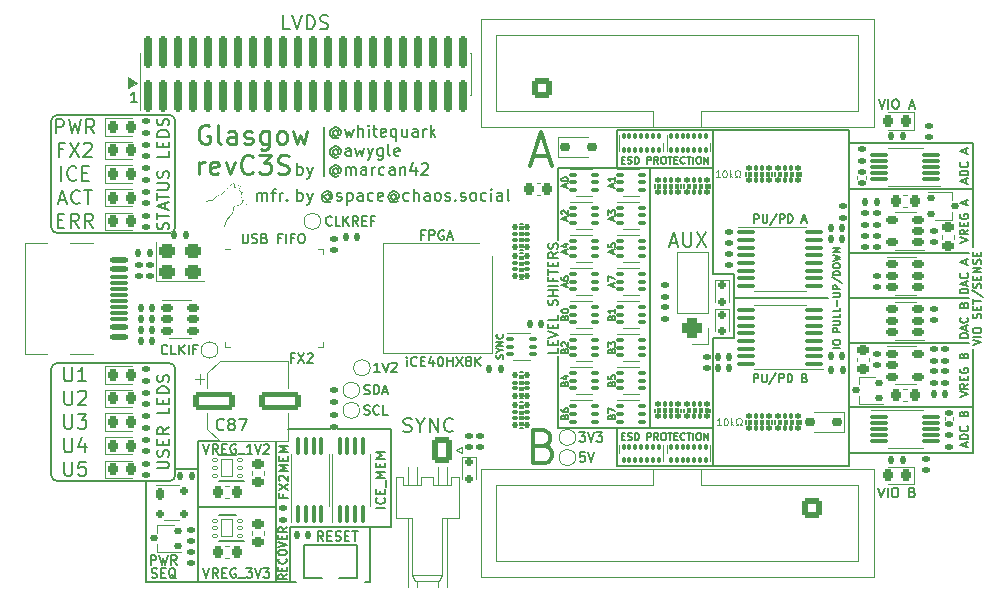
<source format=gbr>
%TF.GenerationSoftware,KiCad,Pcbnew,8.0.2-1*%
%TF.CreationDate,2024-05-28T01:52:33+02:00*%
%TF.ProjectId,glasgow,676c6173-676f-4772-9e6b-696361645f70,C3*%
%TF.SameCoordinates,Original*%
%TF.FileFunction,Legend,Top*%
%TF.FilePolarity,Positive*%
%FSLAX46Y46*%
G04 Gerber Fmt 4.6, Leading zero omitted, Abs format (unit mm)*
G04 Created by KiCad (PCBNEW 8.0.2-1) date 2024-05-28 01:52:33*
%MOMM*%
%LPD*%
G01*
G04 APERTURE LIST*
G04 Aperture macros list*
%AMRoundRect*
0 Rectangle with rounded corners*
0 $1 Rounding radius*
0 $2 $3 $4 $5 $6 $7 $8 $9 X,Y pos of 4 corners*
0 Add a 4 corners polygon primitive as box body*
4,1,4,$2,$3,$4,$5,$6,$7,$8,$9,$2,$3,0*
0 Add four circle primitives for the rounded corners*
1,1,$1+$1,$2,$3*
1,1,$1+$1,$4,$5*
1,1,$1+$1,$6,$7*
1,1,$1+$1,$8,$9*
0 Add four rect primitives between the rounded corners*
20,1,$1+$1,$2,$3,$4,$5,0*
20,1,$1+$1,$4,$5,$6,$7,0*
20,1,$1+$1,$6,$7,$8,$9,0*
20,1,$1+$1,$8,$9,$2,$3,0*%
G04 Aperture macros list end*
%ADD10C,0.150000*%
%ADD11C,0.200000*%
%ADD12C,0.100000*%
%ADD13C,0.000000*%
%ADD14C,0.300000*%
%ADD15C,0.125000*%
%ADD16C,0.250000*%
%ADD17C,0.120000*%
%ADD18C,0.050000*%
%ADD19C,0.863600*%
%ADD20C,1.000000*%
%ADD21C,1.500000*%
%ADD22RoundRect,0.147500X0.172500X-0.147500X0.172500X0.147500X-0.172500X0.147500X-0.172500X-0.147500X0*%
%ADD23RoundRect,0.147500X-0.172500X0.147500X-0.172500X-0.147500X0.172500X-0.147500X0.172500X0.147500X0*%
%ADD24RoundRect,0.147500X0.017678X-0.226274X0.226274X-0.017678X-0.017678X0.226274X-0.226274X0.017678X0*%
%ADD25O,1.000000X0.280000*%
%ADD26O,0.280000X1.000000*%
%ADD27RoundRect,0.218750X-0.218750X-0.256250X0.218750X-0.256250X0.218750X0.256250X-0.218750X0.256250X0*%
%ADD28RoundRect,0.100000X-0.225000X-0.100000X0.225000X-0.100000X0.225000X0.100000X-0.225000X0.100000X0*%
%ADD29RoundRect,0.147500X0.147500X0.172500X-0.147500X0.172500X-0.147500X-0.172500X0.147500X-0.172500X0*%
%ADD30O,1.000000X1.000000*%
%ADD31RoundRect,0.218750X0.256250X-0.218750X0.256250X0.218750X-0.256250X0.218750X-0.256250X-0.218750X0*%
%ADD32RoundRect,0.218750X-0.256250X0.218750X-0.256250X-0.218750X0.256250X-0.218750X0.256250X0.218750X0*%
%ADD33RoundRect,0.218750X0.218750X0.256250X-0.218750X0.256250X-0.218750X-0.256250X0.218750X-0.256250X0*%
%ADD34RoundRect,0.147500X-0.147500X-0.172500X0.147500X-0.172500X0.147500X0.172500X-0.147500X0.172500X0*%
%ADD35RoundRect,0.300000X-0.400000X-0.300000X0.400000X-0.300000X0.400000X0.300000X-0.400000X0.300000X0*%
%ADD36C,0.500000*%
%ADD37RoundRect,0.162500X-0.367500X-0.162500X0.367500X-0.162500X0.367500X0.162500X-0.367500X0.162500X0*%
%ADD38RoundRect,0.100000X-0.637500X-0.100000X0.637500X-0.100000X0.637500X0.100000X-0.637500X0.100000X0*%
%ADD39RoundRect,0.100000X0.637500X0.100000X-0.637500X0.100000X-0.637500X-0.100000X0.637500X-0.100000X0*%
%ADD40RoundRect,0.150000X0.200000X-0.150000X0.200000X0.150000X-0.200000X0.150000X-0.200000X-0.150000X0*%
%ADD41RoundRect,0.425000X0.425000X0.425000X-0.425000X0.425000X-0.425000X-0.425000X0.425000X-0.425000X0*%
%ADD42O,1.700000X1.700000*%
%ADD43C,0.800000*%
%ADD44C,7.000000*%
%ADD45RoundRect,0.250000X0.600000X-0.600000X0.600000X0.600000X-0.600000X0.600000X-0.600000X-0.600000X0*%
%ADD46C,1.700000*%
%ADD47RoundRect,0.162500X0.367500X0.162500X-0.367500X0.162500X-0.367500X-0.162500X0.367500X-0.162500X0*%
%ADD48RoundRect,0.122500X-0.122500X0.127500X-0.122500X-0.127500X0.122500X-0.127500X0.122500X0.127500X0*%
%ADD49RoundRect,0.070000X-0.070000X0.180000X-0.070000X-0.180000X0.070000X-0.180000X0.070000X0.180000X0*%
%ADD50RoundRect,0.122500X0.122500X-0.127500X0.122500X0.127500X-0.122500X0.127500X-0.122500X-0.127500X0*%
%ADD51RoundRect,0.070000X0.070000X-0.180000X0.070000X0.180000X-0.070000X0.180000X-0.070000X-0.180000X0*%
%ADD52RoundRect,0.122500X-0.127500X-0.122500X0.127500X-0.122500X0.127500X0.122500X-0.127500X0.122500X0*%
%ADD53RoundRect,0.070000X-0.180000X-0.070000X0.180000X-0.070000X0.180000X0.070000X-0.180000X0.070000X0*%
%ADD54C,0.650000*%
%ADD55RoundRect,0.147500X-0.577500X0.147500X-0.577500X-0.147500X0.577500X-0.147500X0.577500X0.147500X0*%
%ADD56RoundRect,0.070000X-0.655000X0.070000X-0.655000X-0.070000X0.655000X-0.070000X0.655000X0.070000X0*%
%ADD57O,2.100000X1.000000*%
%ADD58O,1.600000X1.000000*%
%ADD59RoundRect,0.150000X0.300000X0.150000X-0.300000X0.150000X-0.300000X-0.150000X0.300000X-0.150000X0*%
%ADD60RoundRect,0.150000X-0.300000X-0.150000X0.300000X-0.150000X0.300000X0.150000X-0.300000X0.150000X0*%
%ADD61RoundRect,0.112500X0.237500X-0.112500X0.237500X0.112500X-0.237500X0.112500X-0.237500X-0.112500X0*%
%ADD62RoundRect,0.112500X-0.237500X0.112500X-0.237500X-0.112500X0.237500X-0.112500X0.237500X0.112500X0*%
%ADD63RoundRect,0.070000X-0.655000X-0.070000X0.655000X-0.070000X0.655000X0.070000X-0.655000X0.070000X0*%
%ADD64C,0.760000*%
%ADD65RoundRect,0.190000X0.190000X-1.185000X0.190000X1.185000X-0.190000X1.185000X-0.190000X-1.185000X0*%
%ADD66RoundRect,0.250000X-1.500000X-0.550000X1.500000X-0.550000X1.500000X0.550000X-1.500000X0.550000X0*%
%ADD67RoundRect,0.100000X0.100000X-0.637500X0.100000X0.637500X-0.100000X0.637500X-0.100000X-0.637500X0*%
%ADD68RoundRect,0.249999X0.620001X0.850001X-0.620001X0.850001X-0.620001X-0.850001X0.620001X-0.850001X0*%
%ADD69O,1.740000X2.200000*%
%ADD70RoundRect,0.042900X0.182100X0.107100X-0.182100X0.107100X-0.182100X-0.107100X0.182100X-0.107100X0*%
%ADD71RoundRect,0.050000X0.450000X0.750000X-0.450000X0.750000X-0.450000X-0.750000X0.450000X-0.750000X0*%
%ADD72RoundRect,0.250000X-0.600000X0.600000X-0.600000X-0.600000X0.600000X-0.600000X0.600000X0.600000X0*%
%ADD73RoundRect,0.175000X-0.175000X-0.325000X0.175000X-0.325000X0.175000X0.325000X-0.175000X0.325000X0*%
%ADD74RoundRect,0.150000X-0.200000X-0.150000X0.200000X-0.150000X0.200000X0.150000X-0.200000X0.150000X0*%
%ADD75RoundRect,0.070000X0.655000X0.070000X-0.655000X0.070000X-0.655000X-0.070000X0.655000X-0.070000X0*%
%ADD76RoundRect,0.140000X-0.170000X0.140000X-0.170000X-0.140000X0.170000X-0.140000X0.170000X0.140000X0*%
%ADD77RoundRect,0.140000X0.170000X-0.140000X0.170000X0.140000X-0.170000X0.140000X-0.170000X-0.140000X0*%
%ADD78C,1.200000*%
%ADD79RoundRect,0.225000X-0.225000X-0.250000X0.225000X-0.250000X0.225000X0.250000X-0.225000X0.250000X0*%
G04 APERTURE END LIST*
D10*
X1000000Y18500000D02*
X1000000Y9500000D01*
X1000000Y39500000D02*
X1000000Y30500000D01*
X11000000Y19000000D02*
X1500000Y19000000D01*
X1500000Y9000000D02*
X11000000Y9000000D01*
X11500000Y9500000D02*
X11500000Y18500000D01*
D11*
X24100000Y38950000D02*
X24100000Y34800000D01*
D10*
X21200000Y5100000D02*
X29750000Y5100000D01*
X13400000Y5400000D02*
X13400000Y12400000D01*
X28000000Y5100000D02*
X28000000Y500000D01*
X11500000Y10000000D02*
X13400000Y10000000D01*
X48900000Y38700000D02*
X48900000Y35500000D01*
X48900000Y13500000D02*
X48900000Y10300000D01*
X1500000Y9000000D02*
G75*
G02*
X1000000Y9500000I0J500000D01*
G01*
X79000000Y37600000D02*
X79000000Y28800000D01*
X79000000Y11400000D02*
X68500000Y11400000D01*
X12700000Y500000D02*
X9000000Y500000D01*
X11500000Y30500000D02*
G75*
G02*
X11000000Y30000000I-500000J0D01*
G01*
D12*
X8250000Y42750000D02*
X7500000Y42250000D01*
X7500000Y43250000D01*
X8250000Y42750000D01*
G36*
X8250000Y42750000D02*
G01*
X7500000Y42250000D01*
X7500000Y43250000D01*
X8250000Y42750000D01*
G37*
D10*
X21200000Y5100000D02*
X21200000Y500000D01*
X79000000Y33700000D02*
X68500000Y33700000D01*
X1000000Y18500000D02*
G75*
G02*
X1500000Y19000000I500000J0D01*
G01*
X58800000Y21100000D02*
X57000000Y21100000D01*
X66800000Y24500000D02*
X58800000Y24500000D01*
X57000000Y26500000D02*
X58800000Y26500000D01*
X1500000Y30000000D02*
G75*
G02*
X1000000Y30500000I0J500000D01*
G01*
X29750000Y13400000D02*
X21030000Y13400000D01*
X9000000Y500000D02*
X9000000Y9000000D01*
X58800000Y26500000D02*
X58800000Y21100000D01*
X79000000Y15300000D02*
X68500000Y15300000D01*
X20000000Y6800000D02*
X13400000Y6800000D01*
X13400000Y5400000D02*
X13400000Y500000D01*
X29750000Y13400000D02*
X29750000Y5100000D01*
X1000000Y39500000D02*
G75*
G02*
X1500000Y40000000I500000J0D01*
G01*
X57000000Y21100000D02*
X57000000Y10400000D01*
X11000000Y19000000D02*
G75*
G02*
X11500000Y18500000I0J-500000D01*
G01*
X21200000Y500000D02*
X21700000Y500000D01*
X68500000Y38700000D02*
X68500000Y10300000D01*
X43900000Y29400000D02*
X43900000Y35500000D01*
X1500000Y30000000D02*
X11000000Y30000000D01*
X11000000Y40000000D02*
G75*
G02*
X11500000Y39500000I0J-500000D01*
G01*
X78700000Y28300000D02*
X68500000Y28300000D01*
X68500000Y38700000D02*
X48900000Y38700000D01*
X68500000Y10300000D02*
X48900000Y10300000D01*
X57000000Y13500000D02*
X43900000Y13500000D01*
X11000000Y40000000D02*
X1500000Y40000000D01*
X51700000Y35500000D02*
X51700000Y13500000D01*
X79000000Y20200000D02*
X79000000Y11400000D01*
X11500000Y30500000D02*
X11500000Y39500000D01*
X79000000Y37600000D02*
X68500000Y37600000D01*
X78700000Y20700000D02*
X68500000Y20700000D01*
X57000000Y38700000D02*
X57000000Y26500000D01*
D13*
G36*
X16445626Y34206174D02*
G01*
X16455102Y34205347D01*
X16463224Y34204263D01*
X16467314Y34203567D01*
X16471400Y34202750D01*
X16475465Y34201801D01*
X16479491Y34200705D01*
X16483460Y34199451D01*
X16487356Y34198025D01*
X16491161Y34196414D01*
X16494857Y34194605D01*
X16498427Y34192585D01*
X16501853Y34190341D01*
X16505119Y34187860D01*
X16508206Y34185130D01*
X16511098Y34182137D01*
X16513776Y34178868D01*
X16516376Y34175157D01*
X16518690Y34171318D01*
X16520737Y34167364D01*
X16522539Y34163306D01*
X16524115Y34159155D01*
X16525488Y34154923D01*
X16526677Y34150623D01*
X16527702Y34146264D01*
X16528585Y34141861D01*
X16529347Y34137423D01*
X16530586Y34128491D01*
X16532508Y34110732D01*
X16536329Y34071760D01*
X16540478Y34032818D01*
X16544340Y33993852D01*
X16545973Y33974343D01*
X16547304Y33954808D01*
X16548881Y33945818D01*
X16550177Y33936761D01*
X16552618Y33918609D01*
X16554108Y33909599D01*
X16554995Y33905129D01*
X16556006Y33900690D01*
X16557162Y33896285D01*
X16558486Y33891922D01*
X16559997Y33887605D01*
X16561719Y33883339D01*
X16568233Y33885507D01*
X16574663Y33887867D01*
X16581017Y33890398D01*
X16587303Y33893083D01*
X16599706Y33898829D01*
X16611943Y33904949D01*
X16636197Y33917678D01*
X16648352Y33923973D01*
X16660620Y33930011D01*
X16669183Y33934284D01*
X16677652Y33938720D01*
X16694342Y33948020D01*
X16710763Y33957782D01*
X16726989Y33967877D01*
X16759154Y33988550D01*
X16775241Y33998869D01*
X16791430Y34009005D01*
X16828432Y34031888D01*
X16847082Y34043167D01*
X16865947Y34054051D01*
X16875488Y34059277D01*
X16885116Y34064324D01*
X16894842Y34069165D01*
X16904676Y34073772D01*
X16914630Y34078120D01*
X16924716Y34082180D01*
X16934942Y34085927D01*
X16945322Y34089333D01*
X16952374Y34091682D01*
X16959532Y34093846D01*
X16966779Y34095803D01*
X16974102Y34097530D01*
X16981486Y34099007D01*
X16988916Y34100211D01*
X16996376Y34101121D01*
X17003853Y34101715D01*
X17011332Y34101971D01*
X17018797Y34101868D01*
X17026234Y34101383D01*
X17033628Y34100495D01*
X17040964Y34099182D01*
X17048228Y34097422D01*
X17055405Y34095194D01*
X17062479Y34092476D01*
X17063333Y34092120D01*
X17064157Y34091727D01*
X17064950Y34091297D01*
X17065712Y34090833D01*
X17066445Y34090335D01*
X17067147Y34089804D01*
X17067820Y34089243D01*
X17068463Y34088653D01*
X17069077Y34088034D01*
X17069661Y34087389D01*
X17070217Y34086718D01*
X17070743Y34086024D01*
X17071240Y34085307D01*
X17071709Y34084569D01*
X17072149Y34083811D01*
X17072560Y34083034D01*
X17072943Y34082241D01*
X17073299Y34081432D01*
X17073626Y34080609D01*
X17073925Y34079773D01*
X17074197Y34078925D01*
X17074441Y34078067D01*
X17074658Y34077201D01*
X17074847Y34076327D01*
X17075145Y34074562D01*
X17075336Y34072785D01*
X17075421Y34071005D01*
X17075402Y34069235D01*
X17075287Y34062809D01*
X17074979Y34056393D01*
X17074484Y34049991D01*
X17073804Y34043607D01*
X17072943Y34037245D01*
X17071904Y34030908D01*
X17070692Y34024601D01*
X17069310Y34018328D01*
X17067761Y34012092D01*
X17066050Y34005898D01*
X17064180Y33999749D01*
X17062154Y33993650D01*
X17059977Y33987604D01*
X17057652Y33981615D01*
X17055183Y33975688D01*
X17052573Y33969826D01*
X17017010Y33889732D01*
X16999152Y33849717D01*
X16980850Y33809901D01*
X16976129Y33799508D01*
X16971117Y33789241D01*
X16960828Y33768824D01*
X16955855Y33758546D01*
X16951199Y33748134D01*
X16949038Y33742858D01*
X16947013Y33737525D01*
X16945144Y33732126D01*
X16943449Y33726653D01*
X16940696Y33718857D01*
X16937831Y33711031D01*
X16935046Y33703157D01*
X16933744Y33699196D01*
X16932535Y33695216D01*
X16931442Y33691215D01*
X16930491Y33687190D01*
X16929705Y33683140D01*
X16929108Y33679062D01*
X16928724Y33674953D01*
X16928579Y33670812D01*
X16928695Y33666636D01*
X16929098Y33662422D01*
X16929620Y33658170D01*
X16930405Y33653990D01*
X16931441Y33649884D01*
X16932713Y33645856D01*
X16934211Y33641909D01*
X16935920Y33638048D01*
X16937829Y33634274D01*
X16939924Y33630593D01*
X16942194Y33627007D01*
X16944625Y33623519D01*
X16947206Y33620134D01*
X16949922Y33616854D01*
X16952762Y33613683D01*
X16955712Y33610625D01*
X16958761Y33607683D01*
X16961896Y33604860D01*
X16982325Y33587280D01*
X16992488Y33578420D01*
X17002555Y33569454D01*
X17012481Y33560338D01*
X17022220Y33551027D01*
X17031726Y33541477D01*
X17040953Y33531644D01*
X17048911Y33523186D01*
X17057006Y33514788D01*
X17065075Y33506342D01*
X17072957Y33497739D01*
X17076776Y33493344D01*
X17080487Y33488869D01*
X17084070Y33484300D01*
X17087503Y33479624D01*
X17090768Y33474827D01*
X17093842Y33469895D01*
X17096707Y33464814D01*
X17099341Y33459571D01*
X17099805Y33458861D01*
X17100249Y33458097D01*
X17101109Y33456461D01*
X17101983Y33454775D01*
X17102444Y33453946D01*
X17102933Y33453146D01*
X17103456Y33452388D01*
X17104022Y33451686D01*
X17104323Y33451360D01*
X17104637Y33451053D01*
X17104966Y33450767D01*
X17105311Y33450503D01*
X17105672Y33450264D01*
X17106050Y33450051D01*
X17106446Y33449865D01*
X17106862Y33449709D01*
X17107299Y33449583D01*
X17107756Y33449491D01*
X17108236Y33449433D01*
X17108739Y33449411D01*
X17110520Y33450149D01*
X17112257Y33450965D01*
X17113954Y33451850D01*
X17115615Y33452799D01*
X17117244Y33453804D01*
X17118845Y33454858D01*
X17120422Y33455953D01*
X17121979Y33457083D01*
X17134171Y33466493D01*
X17149211Y33478287D01*
X17164032Y33490358D01*
X17178621Y33502709D01*
X17192964Y33515344D01*
X17207048Y33528267D01*
X17220860Y33541480D01*
X17234387Y33554987D01*
X17247614Y33568792D01*
X17267569Y33590175D01*
X17287381Y33611698D01*
X17326862Y33654866D01*
X17328615Y33657336D01*
X17330412Y33659771D01*
X17332253Y33662167D01*
X17334138Y33664524D01*
X17336068Y33666840D01*
X17338045Y33669113D01*
X17340067Y33671343D01*
X17342138Y33673527D01*
X17344256Y33675664D01*
X17346422Y33677753D01*
X17348639Y33679792D01*
X17350905Y33681780D01*
X17353222Y33683715D01*
X17355591Y33685595D01*
X17358011Y33687420D01*
X17360485Y33689187D01*
X17359190Y33686025D01*
X17357775Y33682939D01*
X17356248Y33679926D01*
X17354618Y33676980D01*
X17352891Y33674096D01*
X17351077Y33671270D01*
X17349183Y33668497D01*
X17347217Y33665772D01*
X17345188Y33663090D01*
X17343103Y33660446D01*
X17338799Y33655255D01*
X17334369Y33650158D01*
X17329878Y33645118D01*
X17310850Y33618560D01*
X17291235Y33592347D01*
X17270913Y33566659D01*
X17260448Y33554068D01*
X17249761Y33541677D01*
X17238836Y33529507D01*
X17227658Y33517582D01*
X17216212Y33505924D01*
X17204483Y33494555D01*
X17192455Y33483498D01*
X17180113Y33472777D01*
X17167442Y33462412D01*
X17154427Y33452428D01*
X17152243Y33450779D01*
X17150027Y33449173D01*
X17145521Y33446063D01*
X17136350Y33440061D01*
X17131764Y33437061D01*
X17127232Y33433988D01*
X17122793Y33430789D01*
X17120621Y33429125D01*
X17118486Y33427409D01*
X17118340Y33424023D01*
X17118169Y33420614D01*
X17118882Y33420392D01*
X17119591Y33420211D01*
X17120297Y33420071D01*
X17120999Y33419969D01*
X17121699Y33419903D01*
X17122395Y33419873D01*
X17123088Y33419875D01*
X17123779Y33419909D01*
X17125152Y33420064D01*
X17126514Y33420322D01*
X17127866Y33420671D01*
X17129210Y33421095D01*
X17130546Y33421580D01*
X17131874Y33422112D01*
X17134510Y33423262D01*
X17137126Y33424430D01*
X17138428Y33424986D01*
X17139727Y33425504D01*
X17147659Y33429126D01*
X17155630Y33432659D01*
X17171632Y33439601D01*
X17187604Y33446614D01*
X17195538Y33450236D01*
X17203418Y33453983D01*
X17213311Y33459767D01*
X17223360Y33465250D01*
X17233516Y33470529D01*
X17243728Y33475701D01*
X17264126Y33486104D01*
X17274213Y33491527D01*
X17284158Y33497227D01*
X17285087Y33497822D01*
X17286028Y33498393D01*
X17286981Y33498940D01*
X17287946Y33499465D01*
X17288921Y33499967D01*
X17289907Y33500447D01*
X17290903Y33500905D01*
X17291909Y33501343D01*
X17292924Y33501760D01*
X17293948Y33502157D01*
X17296021Y33502893D01*
X17298125Y33503555D01*
X17300255Y33504149D01*
X17299795Y33503096D01*
X17299289Y33502087D01*
X17298742Y33501118D01*
X17298153Y33500189D01*
X17297526Y33499298D01*
X17296862Y33498442D01*
X17296164Y33497619D01*
X17295433Y33496829D01*
X17294672Y33496068D01*
X17293882Y33495336D01*
X17292225Y33493948D01*
X17290479Y33492651D01*
X17288659Y33491429D01*
X17286781Y33490267D01*
X17284863Y33489152D01*
X17280967Y33486999D01*
X17277101Y33484851D01*
X17275220Y33483742D01*
X17273395Y33482590D01*
X17267629Y33479318D01*
X17261957Y33475890D01*
X17256352Y33472352D01*
X17250785Y33468751D01*
X17239654Y33461547D01*
X17234034Y33458037D01*
X17228341Y33454650D01*
X17224511Y33452772D01*
X17220718Y33450823D01*
X17213220Y33446760D01*
X17198409Y33438295D01*
X17190997Y33434077D01*
X17183514Y33429991D01*
X17175913Y33426129D01*
X17172052Y33424311D01*
X17168143Y33422583D01*
X17165680Y33421327D01*
X17163175Y33420135D01*
X17158081Y33417885D01*
X17147796Y33413526D01*
X17145255Y33412384D01*
X17142745Y33411193D01*
X17140274Y33409939D01*
X17137850Y33408608D01*
X17135482Y33407185D01*
X17133180Y33405658D01*
X17130951Y33404011D01*
X17128805Y33402231D01*
X17128795Y33401172D01*
X17128810Y33400116D01*
X17128909Y33398008D01*
X17129084Y33395905D01*
X17129321Y33393805D01*
X17129603Y33391707D01*
X17129913Y33389609D01*
X17130552Y33385403D01*
X17218110Y33381974D01*
X17239985Y33380872D01*
X17261836Y33379438D01*
X17283654Y33377559D01*
X17305431Y33375116D01*
X17317358Y33373461D01*
X17329302Y33371947D01*
X17353218Y33369195D01*
X17377140Y33366562D01*
X17401030Y33363750D01*
X17403207Y33363279D01*
X17405391Y33362864D01*
X17409779Y33362177D01*
X17414189Y33361650D01*
X17418615Y33361242D01*
X17436368Y33359972D01*
X17433485Y33358830D01*
X17430566Y33357832D01*
X17427614Y33356974D01*
X17424634Y33356251D01*
X17421629Y33355660D01*
X17418604Y33355197D01*
X17415562Y33354857D01*
X17412507Y33354638D01*
X17409444Y33354534D01*
X17406375Y33354543D01*
X17403305Y33354660D01*
X17400238Y33354882D01*
X17397178Y33355204D01*
X17394128Y33355622D01*
X17391093Y33356133D01*
X17388076Y33356733D01*
X17384145Y33357508D01*
X17380199Y33358120D01*
X17376242Y33358590D01*
X17372273Y33358942D01*
X17364313Y33359374D01*
X17356334Y33359591D01*
X17348352Y33359766D01*
X17340382Y33360073D01*
X17336407Y33360331D01*
X17332441Y33360687D01*
X17328486Y33361163D01*
X17324544Y33361781D01*
X17320449Y33362519D01*
X17316343Y33363133D01*
X17312229Y33363634D01*
X17308106Y33364036D01*
X17299841Y33364589D01*
X17291556Y33364889D01*
X17274958Y33365117D01*
X17266661Y33365239D01*
X17258377Y33365496D01*
X17237638Y33365869D01*
X17216908Y33366600D01*
X17196195Y33367675D01*
X17175510Y33369084D01*
X17166350Y33369235D01*
X17163988Y33369243D01*
X17161626Y33369195D01*
X17159277Y33369069D01*
X17156956Y33368842D01*
X17154677Y33368493D01*
X17152454Y33367999D01*
X17150301Y33367339D01*
X17149256Y33366939D01*
X17148234Y33366490D01*
X17147236Y33365988D01*
X17146265Y33365430D01*
X17145322Y33364814D01*
X17144409Y33364138D01*
X17143528Y33363397D01*
X17142680Y33362590D01*
X17141868Y33361714D01*
X17141092Y33360765D01*
X17140963Y33359742D01*
X17140881Y33358726D01*
X17140845Y33357717D01*
X17140853Y33356713D01*
X17140988Y33354725D01*
X17141266Y33352757D01*
X17141667Y33350807D01*
X17142172Y33348873D01*
X17142759Y33346950D01*
X17143410Y33345037D01*
X17146245Y33337419D01*
X17146911Y33335508D01*
X17147521Y33333589D01*
X17148054Y33331659D01*
X17148490Y33329714D01*
X17152446Y33313246D01*
X17156091Y33296705D01*
X17159417Y33280097D01*
X17162413Y33263428D01*
X17165069Y33246702D01*
X17167377Y33229925D01*
X17169325Y33213101D01*
X17170906Y33196237D01*
X17171629Y33186256D01*
X17172132Y33176250D01*
X17172377Y33166233D01*
X17172331Y33156216D01*
X17171955Y33146211D01*
X17171214Y33136230D01*
X17170072Y33126284D01*
X17169339Y33121328D01*
X17168493Y33116386D01*
X17167981Y33113434D01*
X17167567Y33110473D01*
X17167238Y33107504D01*
X17166981Y33104528D01*
X17166626Y33098559D01*
X17166397Y33092577D01*
X17166186Y33086591D01*
X17165885Y33080609D01*
X17165388Y33074641D01*
X17165033Y33071666D01*
X17164587Y33068697D01*
X17163031Y33057475D01*
X17161806Y33046230D01*
X17160898Y33034966D01*
X17160293Y33023689D01*
X17159977Y33012401D01*
X17159935Y33001107D01*
X17160154Y32989812D01*
X17160619Y32978519D01*
X17162231Y32955958D01*
X17164659Y32933457D01*
X17167789Y32911050D01*
X17171509Y32888770D01*
X17172793Y32881473D01*
X17173466Y32877814D01*
X17174236Y32874181D01*
X17174674Y32872381D01*
X17175158Y32870595D01*
X17175695Y32868827D01*
X17176291Y32867080D01*
X17176954Y32865356D01*
X17177691Y32863658D01*
X17178509Y32861990D01*
X17179415Y32860354D01*
X17180432Y32858588D01*
X17181350Y32856784D01*
X17182181Y32854945D01*
X17182938Y32853078D01*
X17183633Y32851185D01*
X17184280Y32849274D01*
X17185479Y32845411D01*
X17186636Y32841530D01*
X17187853Y32837668D01*
X17188517Y32835756D01*
X17189233Y32833865D01*
X17190015Y32831997D01*
X17190877Y32830159D01*
X17205831Y32799298D01*
X17213344Y32783886D01*
X17220976Y32768533D01*
X17221368Y32767872D01*
X17221715Y32767206D01*
X17222017Y32766534D01*
X17222277Y32765857D01*
X17222496Y32765176D01*
X17222676Y32764490D01*
X17222820Y32763800D01*
X17222930Y32763106D01*
X17223007Y32762409D01*
X17223053Y32761709D01*
X17223061Y32760301D01*
X17222971Y32758883D01*
X17222797Y32757460D01*
X17222556Y32756033D01*
X17222264Y32754604D01*
X17221587Y32751754D01*
X17220894Y32748929D01*
X17220580Y32747532D01*
X17220309Y32746149D01*
X17221487Y32746313D01*
X17222637Y32746533D01*
X17223759Y32746809D01*
X17224856Y32747135D01*
X17225928Y32747510D01*
X17226977Y32747930D01*
X17228005Y32748392D01*
X17229014Y32748894D01*
X17230978Y32750003D01*
X17232882Y32751234D01*
X17234739Y32752562D01*
X17236561Y32753964D01*
X17243745Y32759825D01*
X17245577Y32761234D01*
X17247449Y32762573D01*
X17249372Y32763818D01*
X17251360Y32764945D01*
X17262335Y32771112D01*
X17273439Y32777005D01*
X17284663Y32782646D01*
X17295995Y32788057D01*
X17318940Y32798271D01*
X17342189Y32807819D01*
X17365655Y32816872D01*
X17389252Y32825600D01*
X17436494Y32842764D01*
X17442429Y32845322D01*
X17448429Y32847692D01*
X17454484Y32849899D01*
X17460585Y32851971D01*
X17472890Y32855816D01*
X17485271Y32859437D01*
X17497654Y32863048D01*
X17509968Y32866861D01*
X17516076Y32868910D01*
X17522139Y32871089D01*
X17528148Y32873424D01*
X17534094Y32875943D01*
X17600547Y32898041D01*
X17603544Y32899041D01*
X17606513Y32900114D01*
X17612388Y32902426D01*
X17624026Y32907328D01*
X17629870Y32909700D01*
X17632815Y32910818D01*
X17635783Y32911873D01*
X17638779Y32912851D01*
X17641807Y32913738D01*
X17644873Y32914521D01*
X17647981Y32915186D01*
X17646936Y32913841D01*
X17645844Y32912571D01*
X17644708Y32911372D01*
X17643530Y32910241D01*
X17642312Y32909174D01*
X17641057Y32908168D01*
X17639766Y32907218D01*
X17638442Y32906322D01*
X17635704Y32904673D01*
X17632862Y32903191D01*
X17629932Y32901848D01*
X17626935Y32900613D01*
X17620807Y32898350D01*
X17614624Y32896166D01*
X17611557Y32895029D01*
X17608531Y32893824D01*
X17605564Y32892520D01*
X17602674Y32891088D01*
X17549778Y32869974D01*
X17535408Y32865323D01*
X17521182Y32860268D01*
X17507066Y32854906D01*
X17493025Y32849333D01*
X17465036Y32837939D01*
X17451018Y32832311D01*
X17436939Y32826858D01*
X17394988Y32810446D01*
X17374154Y32801871D01*
X17353456Y32792980D01*
X17332927Y32783720D01*
X17312598Y32774038D01*
X17292500Y32763882D01*
X17272665Y32753198D01*
X17268622Y32751065D01*
X17264645Y32748827D01*
X17260730Y32746494D01*
X17256870Y32744072D01*
X17253062Y32741571D01*
X17249301Y32738999D01*
X17241895Y32733675D01*
X17234613Y32728169D01*
X17227413Y32722546D01*
X17213101Y32711224D01*
X17211361Y32709619D01*
X17209562Y32707918D01*
X17208684Y32707028D01*
X17207843Y32706110D01*
X17207055Y32705162D01*
X17206339Y32704183D01*
X17206012Y32703682D01*
X17205710Y32703173D01*
X17205434Y32702655D01*
X17205186Y32702129D01*
X17204968Y32701595D01*
X17204783Y32701051D01*
X17204633Y32700499D01*
X17204520Y32699937D01*
X17204446Y32699366D01*
X17204413Y32698785D01*
X17204423Y32698195D01*
X17204478Y32697596D01*
X17204581Y32696986D01*
X17204733Y32696366D01*
X17204938Y32695736D01*
X17205196Y32695095D01*
X17207190Y32695184D01*
X17209163Y32695384D01*
X17211117Y32695683D01*
X17213053Y32696070D01*
X17214974Y32696535D01*
X17216881Y32697065D01*
X17218778Y32697650D01*
X17220666Y32698278D01*
X17228172Y32700997D01*
X17231927Y32702324D01*
X17233813Y32702940D01*
X17235707Y32703509D01*
X17265111Y32712195D01*
X17294833Y32719788D01*
X17324828Y32726236D01*
X17355052Y32731488D01*
X17370235Y32733650D01*
X17385458Y32735494D01*
X17400716Y32737013D01*
X17416002Y32738201D01*
X17431312Y32739051D01*
X17446640Y32739558D01*
X17461979Y32739714D01*
X17477325Y32739513D01*
X17485687Y32739370D01*
X17494035Y32738955D01*
X17510710Y32737692D01*
X17519045Y32737032D01*
X17527385Y32736482D01*
X17535733Y32736134D01*
X17544095Y32736084D01*
X17545517Y32735997D01*
X17546927Y32735837D01*
X17548326Y32735614D01*
X17549717Y32735337D01*
X17551100Y32735017D01*
X17552479Y32734663D01*
X17555228Y32733893D01*
X17557978Y32733106D01*
X17560745Y32732378D01*
X17562139Y32732062D01*
X17563542Y32731789D01*
X17564956Y32731571D01*
X17566384Y32731417D01*
X17571007Y32731124D01*
X17575615Y32730718D01*
X17584790Y32729611D01*
X17593923Y32728189D01*
X17603027Y32726543D01*
X17621199Y32722952D01*
X17630292Y32721190D01*
X17639409Y32719574D01*
X17642339Y32719122D01*
X17643794Y32718850D01*
X17645243Y32718548D01*
X17646685Y32718216D01*
X17648119Y32717853D01*
X17649545Y32717459D01*
X17650962Y32717034D01*
X17652369Y32716578D01*
X17653767Y32716090D01*
X17655155Y32715571D01*
X17656531Y32715020D01*
X17657897Y32714437D01*
X17659250Y32713822D01*
X17660591Y32713174D01*
X17661920Y32712494D01*
X17664375Y32712360D01*
X17666814Y32712129D01*
X17669237Y32711812D01*
X17671646Y32711416D01*
X17674042Y32710951D01*
X17676428Y32710425D01*
X17681172Y32709228D01*
X17700020Y32703795D01*
X17705088Y32702462D01*
X17710200Y32701239D01*
X17715324Y32700041D01*
X17720431Y32698782D01*
X17725488Y32697375D01*
X17727989Y32696590D01*
X17730465Y32695735D01*
X17732914Y32694801D01*
X17735332Y32693776D01*
X17737714Y32692650D01*
X17740056Y32691412D01*
X17742306Y32690202D01*
X17744604Y32689061D01*
X17749301Y32686915D01*
X17754049Y32684835D01*
X17758749Y32682681D01*
X17761051Y32681532D01*
X17763303Y32680312D01*
X17765495Y32679003D01*
X17767613Y32677589D01*
X17769646Y32676051D01*
X17771581Y32674372D01*
X17773406Y32672534D01*
X17774273Y32671550D01*
X17775108Y32670520D01*
X17772803Y32671080D01*
X17770528Y32671725D01*
X17768278Y32672444D01*
X17766051Y32673226D01*
X17761643Y32674928D01*
X17757273Y32676736D01*
X17752905Y32678552D01*
X17748507Y32680281D01*
X17746286Y32681083D01*
X17744044Y32681827D01*
X17741779Y32682501D01*
X17739484Y32683094D01*
X17732292Y32686033D01*
X17725118Y32689106D01*
X17717928Y32692160D01*
X17710684Y32695043D01*
X17707030Y32696374D01*
X17703348Y32697604D01*
X17699635Y32698716D01*
X17695886Y32699689D01*
X17692095Y32700506D01*
X17688258Y32701147D01*
X17684371Y32701594D01*
X17680430Y32701826D01*
X17679331Y32702742D01*
X17677997Y32703842D01*
X17675540Y32705858D01*
X17670165Y32707204D01*
X17664760Y32708395D01*
X17653903Y32710506D01*
X17643045Y32712587D01*
X17637641Y32713740D01*
X17632265Y32715034D01*
X17630538Y32715383D01*
X17628798Y32715666D01*
X17627048Y32715894D01*
X17625291Y32716081D01*
X17618243Y32716669D01*
X17614743Y32717046D01*
X17613007Y32717300D01*
X17611285Y32717615D01*
X17609578Y32718002D01*
X17607890Y32718476D01*
X17606223Y32719049D01*
X17604579Y32719733D01*
X17598164Y32720308D01*
X17594959Y32720608D01*
X17591764Y32720955D01*
X17588585Y32721380D01*
X17585429Y32721912D01*
X17583862Y32722227D01*
X17582302Y32722581D01*
X17580752Y32722976D01*
X17579211Y32723416D01*
X17575661Y32724432D01*
X17572085Y32725204D01*
X17568487Y32725764D01*
X17564870Y32726145D01*
X17561237Y32726381D01*
X17557592Y32726502D01*
X17550279Y32726535D01*
X17542956Y32726506D01*
X17539300Y32726549D01*
X17535652Y32726675D01*
X17532015Y32726916D01*
X17528392Y32727304D01*
X17524787Y32727873D01*
X17521203Y32728655D01*
X17515901Y32729334D01*
X17510589Y32729859D01*
X17505270Y32730240D01*
X17499944Y32730493D01*
X17489278Y32730663D01*
X17478599Y32730476D01*
X17467915Y32730038D01*
X17457236Y32729454D01*
X17435923Y32728274D01*
X17406528Y32725572D01*
X17377274Y32721734D01*
X17348188Y32716802D01*
X17319297Y32710819D01*
X17290630Y32703827D01*
X17262214Y32695868D01*
X17234076Y32686985D01*
X17206244Y32677220D01*
X17205018Y32676743D01*
X17203817Y32676222D01*
X17202638Y32675658D01*
X17201480Y32675056D01*
X17200342Y32674420D01*
X17199221Y32673753D01*
X17198115Y32673059D01*
X17197024Y32672342D01*
X17194876Y32670852D01*
X17192764Y32669313D01*
X17188590Y32666202D01*
X17189455Y32662118D01*
X17189711Y32661046D01*
X17190004Y32659988D01*
X17190345Y32658961D01*
X17190746Y32657983D01*
X17191215Y32657071D01*
X17191480Y32656645D01*
X17191765Y32656242D01*
X17192074Y32655864D01*
X17192406Y32655513D01*
X17192764Y32655192D01*
X17193149Y32654902D01*
X17193562Y32654646D01*
X17194005Y32654426D01*
X17194478Y32654244D01*
X17194983Y32654102D01*
X17195522Y32654002D01*
X17196096Y32653947D01*
X17196706Y32653938D01*
X17197354Y32653979D01*
X17217348Y32653869D01*
X17227348Y32653701D01*
X17237343Y32653383D01*
X17247325Y32652861D01*
X17257290Y32652077D01*
X17267230Y32650976D01*
X17277141Y32649502D01*
X17287142Y32647811D01*
X17297101Y32645923D01*
X17316952Y32641803D01*
X17336796Y32637634D01*
X17346749Y32635687D01*
X17356739Y32633913D01*
X17360344Y32632701D01*
X17363977Y32631604D01*
X17367635Y32630606D01*
X17371313Y32629690D01*
X17378716Y32628045D01*
X17386155Y32626543D01*
X17393600Y32625057D01*
X17401021Y32623461D01*
X17408386Y32621629D01*
X17412039Y32620585D01*
X17415666Y32619435D01*
X17424973Y32616444D01*
X17434366Y32613722D01*
X17453247Y32608596D01*
X17462656Y32605945D01*
X17471990Y32603071D01*
X17476618Y32601512D01*
X17481212Y32599851D01*
X17485767Y32598073D01*
X17490279Y32596162D01*
X17495516Y32594814D01*
X17500716Y32593352D01*
X17511030Y32590154D01*
X17521263Y32586702D01*
X17531459Y32583129D01*
X17541661Y32579567D01*
X17551912Y32576151D01*
X17562255Y32573012D01*
X17567475Y32571589D01*
X17572734Y32570286D01*
X17653284Y32540123D01*
X17664878Y32534945D01*
X17676533Y32529912D01*
X17688270Y32525063D01*
X17694178Y32522720D01*
X17700115Y32520438D01*
X17703612Y32519075D01*
X17707039Y32517573D01*
X17710405Y32515950D01*
X17713722Y32514229D01*
X17720248Y32510572D01*
X17726701Y32506766D01*
X17733165Y32502977D01*
X17736426Y32501140D01*
X17739722Y32499369D01*
X17743062Y32497684D01*
X17746458Y32496107D01*
X17749918Y32494657D01*
X17753455Y32493355D01*
X17763681Y32488782D01*
X17768831Y32486438D01*
X17773902Y32483942D01*
X17776384Y32482609D01*
X17778818Y32481207D01*
X17781194Y32479723D01*
X17783503Y32478148D01*
X17785735Y32476471D01*
X17787880Y32474680D01*
X17789929Y32472766D01*
X17791872Y32470718D01*
X17787821Y32471526D01*
X17783853Y32472545D01*
X17779961Y32473756D01*
X17776139Y32475140D01*
X17772378Y32476677D01*
X17768672Y32478349D01*
X17765014Y32480137D01*
X17761396Y32482021D01*
X17733040Y32498277D01*
X17729617Y32499189D01*
X17726239Y32500214D01*
X17722902Y32501342D01*
X17719601Y32502563D01*
X17716334Y32503866D01*
X17713095Y32505240D01*
X17706687Y32508159D01*
X17681382Y32520565D01*
X17671293Y32524734D01*
X17661161Y32528794D01*
X17640841Y32536774D01*
X17620576Y32544872D01*
X17610510Y32549081D01*
X17600515Y32553458D01*
X17596427Y32554819D01*
X17592313Y32556090D01*
X17584049Y32558483D01*
X17575802Y32560888D01*
X17571711Y32562173D01*
X17567654Y32563555D01*
X17555044Y32568605D01*
X17542304Y32573290D01*
X17529456Y32577664D01*
X17516520Y32581783D01*
X17503519Y32585701D01*
X17490474Y32589473D01*
X17464339Y32596797D01*
X17461501Y32597501D01*
X17458686Y32598284D01*
X17453113Y32600033D01*
X17442082Y32603897D01*
X17436565Y32605803D01*
X17431005Y32607553D01*
X17428199Y32608336D01*
X17425372Y32609041D01*
X17422518Y32609655D01*
X17419635Y32610164D01*
X17415389Y32611015D01*
X17411174Y32611988D01*
X17406989Y32613072D01*
X17402832Y32614255D01*
X17398701Y32615527D01*
X17394596Y32616874D01*
X17390515Y32618287D01*
X17386457Y32619752D01*
X17383900Y32620626D01*
X17381315Y32621379D01*
X17378707Y32622028D01*
X17376080Y32622589D01*
X17370781Y32623519D01*
X17365450Y32624304D01*
X17360117Y32625082D01*
X17354814Y32625990D01*
X17352183Y32626534D01*
X17349571Y32627162D01*
X17346982Y32627891D01*
X17344420Y32628737D01*
X17342087Y32629530D01*
X17339733Y32630212D01*
X17337362Y32630799D01*
X17334975Y32631302D01*
X17332575Y32631736D01*
X17330164Y32632114D01*
X17325322Y32632754D01*
X17315621Y32633944D01*
X17310804Y32634706D01*
X17308411Y32635176D01*
X17306034Y32635723D01*
X17302920Y32636433D01*
X17299794Y32637067D01*
X17293509Y32638136D01*
X17287191Y32638977D01*
X17280848Y32639644D01*
X17274490Y32640185D01*
X17268127Y32640652D01*
X17255424Y32641565D01*
X17238117Y32642433D01*
X17229455Y32642784D01*
X17220793Y32643013D01*
X17212133Y32643071D01*
X17203480Y32642908D01*
X17194838Y32642476D01*
X17186209Y32641723D01*
X17184552Y32639689D01*
X17183032Y32637577D01*
X17181646Y32635394D01*
X17180391Y32633146D01*
X17179264Y32630837D01*
X17178262Y32628475D01*
X17177382Y32626064D01*
X17176621Y32623610D01*
X17175976Y32621119D01*
X17175444Y32618596D01*
X17175022Y32616047D01*
X17174708Y32613479D01*
X17174497Y32610895D01*
X17174388Y32608303D01*
X17174377Y32605708D01*
X17174462Y32603115D01*
X17179491Y32602346D01*
X17184473Y32601408D01*
X17189412Y32600314D01*
X17194313Y32599082D01*
X17199179Y32597726D01*
X17204015Y32596261D01*
X17213614Y32593066D01*
X17251646Y32579017D01*
X17274610Y32570631D01*
X17297422Y32561803D01*
X17320046Y32552491D01*
X17342443Y32542651D01*
X17364575Y32532242D01*
X17386404Y32521220D01*
X17407892Y32509542D01*
X17429001Y32497165D01*
X17446461Y32486081D01*
X17463643Y32474538D01*
X17480514Y32462527D01*
X17497038Y32450041D01*
X17513179Y32437069D01*
X17528902Y32423603D01*
X17544173Y32409634D01*
X17558954Y32395153D01*
X17561108Y32392409D01*
X17563369Y32389777D01*
X17565722Y32387240D01*
X17568155Y32384784D01*
X17570651Y32382394D01*
X17573198Y32380055D01*
X17578385Y32375472D01*
X17583602Y32370913D01*
X17588735Y32366261D01*
X17591234Y32363862D01*
X17593670Y32361395D01*
X17596027Y32358844D01*
X17598293Y32356196D01*
X17591466Y32352735D01*
X17558700Y32383569D01*
X17542186Y32398879D01*
X17525434Y32413913D01*
X17508335Y32428516D01*
X17499619Y32435609D01*
X17490775Y32442536D01*
X17481788Y32449279D01*
X17472644Y32455818D01*
X17463329Y32462135D01*
X17453830Y32468209D01*
X17439929Y32477110D01*
X17425867Y32485733D01*
X17397290Y32502179D01*
X17368164Y32517621D01*
X17338554Y32532130D01*
X17308524Y32545779D01*
X17278138Y32558640D01*
X17247463Y32570786D01*
X17216562Y32582287D01*
X17214340Y32582766D01*
X17212136Y32583304D01*
X17209948Y32583894D01*
X17207775Y32584529D01*
X17203461Y32585900D01*
X17199175Y32587359D01*
X17190617Y32590297D01*
X17186308Y32591656D01*
X17184138Y32592281D01*
X17181955Y32592860D01*
X17181376Y32593043D01*
X17180805Y32593188D01*
X17180244Y32593296D01*
X17179690Y32593370D01*
X17179144Y32593409D01*
X17178606Y32593417D01*
X17178076Y32593393D01*
X17177552Y32593341D01*
X17177036Y32593260D01*
X17176526Y32593153D01*
X17176023Y32593021D01*
X17175527Y32592866D01*
X17174551Y32592491D01*
X17173597Y32592038D01*
X17172663Y32591521D01*
X17171747Y32590950D01*
X17170847Y32590338D01*
X17169962Y32589694D01*
X17166524Y32587050D01*
X17166268Y32584712D01*
X17165890Y32582410D01*
X17165403Y32580141D01*
X17164818Y32577901D01*
X17164149Y32575686D01*
X17163407Y32573493D01*
X17162606Y32571317D01*
X17161758Y32569155D01*
X17158144Y32560569D01*
X17156379Y32556261D01*
X17155552Y32554090D01*
X17154777Y32551902D01*
X17148869Y32539262D01*
X17142851Y32526665D01*
X17139729Y32520424D01*
X17136493Y32514242D01*
X17133116Y32508134D01*
X17129567Y32502118D01*
X17128154Y32499867D01*
X17126639Y32497701D01*
X17125033Y32495609D01*
X17123350Y32493582D01*
X17121602Y32491608D01*
X17119803Y32489677D01*
X17116097Y32485902D01*
X17112336Y32482172D01*
X17108618Y32478401D01*
X17106808Y32476474D01*
X17105047Y32474506D01*
X17103348Y32472485D01*
X17101723Y32470400D01*
X17096988Y32464470D01*
X17092003Y32458809D01*
X17086788Y32453396D01*
X17081366Y32448210D01*
X17075757Y32443229D01*
X17069983Y32438431D01*
X17064066Y32433795D01*
X17058027Y32429300D01*
X17051887Y32424924D01*
X17045668Y32420645D01*
X17033080Y32412295D01*
X17007901Y32395819D01*
X17000534Y32391526D01*
X16993184Y32387089D01*
X16985797Y32382672D01*
X16978318Y32378436D01*
X16974527Y32376438D01*
X16970694Y32374546D01*
X16966810Y32372782D01*
X16962869Y32371165D01*
X16958864Y32369715D01*
X16954790Y32368454D01*
X16950638Y32367401D01*
X16946401Y32366578D01*
X16942591Y32363466D01*
X16931132Y32360174D01*
X16919738Y32356668D01*
X16897042Y32349369D01*
X16885687Y32345756D01*
X16874293Y32342285D01*
X16862832Y32339047D01*
X16851279Y32336129D01*
X16846726Y32334557D01*
X16842150Y32333056D01*
X16832975Y32330137D01*
X16828399Y32328653D01*
X16823846Y32327111D01*
X16819330Y32325475D01*
X16814861Y32323715D01*
X16786709Y32318336D01*
X16758497Y32313305D01*
X16730297Y32308209D01*
X16716224Y32305507D01*
X16702180Y32302633D01*
X16700061Y32302021D01*
X16697931Y32301467D01*
X16695791Y32300968D01*
X16693642Y32300520D01*
X16689319Y32299762D01*
X16684972Y32299161D01*
X16680607Y32298686D01*
X16676231Y32298307D01*
X16667478Y32297712D01*
X16666078Y32297035D01*
X16664664Y32296432D01*
X16663238Y32295898D01*
X16661800Y32295428D01*
X16658892Y32294666D01*
X16655944Y32294112D01*
X16652963Y32293735D01*
X16649954Y32293499D01*
X16646925Y32293373D01*
X16643880Y32293323D01*
X16637766Y32293315D01*
X16631661Y32293211D01*
X16628626Y32293040D01*
X16625611Y32292744D01*
X16622621Y32292291D01*
X16619662Y32291648D01*
X16612958Y32290140D01*
X16606221Y32288754D01*
X16592734Y32286024D01*
X16586031Y32284519D01*
X16579385Y32282812D01*
X16576090Y32281858D01*
X16572818Y32280823D01*
X16569572Y32279698D01*
X16566354Y32278471D01*
X16564055Y32277609D01*
X16561731Y32276812D01*
X16557032Y32275361D01*
X16547566Y32272665D01*
X16542880Y32271211D01*
X16540566Y32270411D01*
X16538279Y32269546D01*
X16536023Y32268602D01*
X16533803Y32267567D01*
X16531624Y32266426D01*
X16529492Y32265168D01*
X16527714Y32264181D01*
X16525987Y32263140D01*
X16524309Y32262045D01*
X16522677Y32260900D01*
X16521091Y32259707D01*
X16519547Y32258468D01*
X16516581Y32255862D01*
X16513764Y32253100D01*
X16511080Y32250199D01*
X16508513Y32247179D01*
X16506049Y32244058D01*
X16503671Y32240854D01*
X16501365Y32237586D01*
X16496903Y32230927D01*
X16492541Y32224230D01*
X16488154Y32217639D01*
X16484728Y32211879D01*
X16481531Y32206010D01*
X16478556Y32200039D01*
X16475797Y32193975D01*
X16473247Y32187823D01*
X16470899Y32181592D01*
X16468748Y32175287D01*
X16466786Y32168918D01*
X16465007Y32162491D01*
X16463405Y32156012D01*
X16461973Y32149491D01*
X16460704Y32142933D01*
X16459592Y32136346D01*
X16458631Y32129737D01*
X16457814Y32123114D01*
X16457134Y32116483D01*
X16456898Y32112180D01*
X16456555Y32107890D01*
X16455602Y32099343D01*
X16454381Y32090829D01*
X16452999Y32082332D01*
X16450169Y32065338D01*
X16448933Y32056814D01*
X16447958Y32048252D01*
X16446761Y32039382D01*
X16445849Y32030474D01*
X16444394Y32012609D01*
X16443608Y32003684D01*
X16442618Y31994786D01*
X16442010Y31990351D01*
X16441305Y31985930D01*
X16440488Y31981523D01*
X16439544Y31977132D01*
X16437904Y31963173D01*
X16435988Y31949239D01*
X16433768Y31935345D01*
X16431214Y31921506D01*
X16428299Y31907739D01*
X16424994Y31894059D01*
X16421269Y31880482D01*
X16417097Y31867023D01*
X16414429Y31859190D01*
X16411929Y31851301D01*
X16407160Y31835444D01*
X16404755Y31827520D01*
X16402247Y31819629D01*
X16399568Y31811792D01*
X16396650Y31804031D01*
X16395637Y31801304D01*
X16394686Y31798553D01*
X16392918Y31793002D01*
X16389578Y31781830D01*
X16387810Y31776284D01*
X16386858Y31773536D01*
X16385845Y31770813D01*
X16384759Y31768118D01*
X16383586Y31765455D01*
X16382315Y31762831D01*
X16380934Y31760248D01*
X16380369Y31757229D01*
X16379726Y31754232D01*
X16379010Y31751256D01*
X16378226Y31748300D01*
X16376475Y31742441D01*
X16374513Y31736646D01*
X16372381Y31730906D01*
X16370120Y31725212D01*
X16365377Y31713925D01*
X16363637Y31708533D01*
X16361793Y31703181D01*
X16357808Y31692587D01*
X16353467Y31682135D01*
X16348811Y31671812D01*
X16343884Y31661611D01*
X16338730Y31651520D01*
X16333391Y31641529D01*
X16327911Y31631629D01*
X16313897Y31608312D01*
X16299686Y31585115D01*
X16292449Y31573598D01*
X16285094Y31562156D01*
X16277597Y31550803D01*
X16269936Y31539554D01*
X16262022Y31528147D01*
X16253793Y31516981D01*
X16245333Y31505990D01*
X16236729Y31495108D01*
X16219434Y31473407D01*
X16210914Y31462457D01*
X16202594Y31451352D01*
X16199116Y31447332D01*
X16195691Y31443262D01*
X16188898Y31435065D01*
X16185481Y31430981D01*
X16182016Y31426939D01*
X16178479Y31422958D01*
X16174845Y31419063D01*
X16172539Y31416602D01*
X16170324Y31414062D01*
X16168186Y31411458D01*
X16166108Y31408803D01*
X16162068Y31403395D01*
X16158077Y31397949D01*
X16154007Y31392574D01*
X16151902Y31389947D01*
X16149730Y31387380D01*
X16147474Y31384886D01*
X16145119Y31382478D01*
X16142649Y31380171D01*
X16140047Y31377978D01*
X16138750Y31375708D01*
X16137334Y31373533D01*
X16135817Y31371440D01*
X16134213Y31369415D01*
X16132540Y31367447D01*
X16130813Y31365521D01*
X16127263Y31361746D01*
X16123695Y31357985D01*
X16121943Y31356078D01*
X16120236Y31354136D01*
X16118589Y31352145D01*
X16117018Y31350093D01*
X16115540Y31347966D01*
X16114170Y31345752D01*
X16113091Y31343942D01*
X16111933Y31342196D01*
X16110703Y31340509D01*
X16109412Y31338871D01*
X16108070Y31337275D01*
X16106685Y31335714D01*
X16103824Y31332663D01*
X16098003Y31326633D01*
X16096582Y31325096D01*
X16095193Y31323531D01*
X16093845Y31321931D01*
X16092549Y31320288D01*
X16090408Y31317285D01*
X16088183Y31314355D01*
X16085883Y31311490D01*
X16083516Y31308682D01*
X16081091Y31305925D01*
X16078616Y31303210D01*
X16073554Y31297877D01*
X16063224Y31287387D01*
X16058095Y31282109D01*
X16053084Y31276727D01*
X16050725Y31274140D01*
X16048309Y31271611D01*
X16045845Y31269133D01*
X16043340Y31266698D01*
X16038240Y31261920D01*
X16033073Y31257213D01*
X16027903Y31252510D01*
X16022794Y31247746D01*
X16020282Y31245320D01*
X16017810Y31242855D01*
X16015385Y31240341D01*
X16013015Y31237770D01*
X16011846Y31236524D01*
X16010629Y31235328D01*
X16009373Y31234173D01*
X16008087Y31233050D01*
X16005459Y31230866D01*
X16002811Y31228705D01*
X16001502Y31227612D01*
X16000213Y31226497D01*
X15998954Y31225353D01*
X15997732Y31224170D01*
X15996557Y31222940D01*
X15995436Y31221654D01*
X15994379Y31220303D01*
X15993394Y31218879D01*
X15991470Y31216288D01*
X15989448Y31213783D01*
X15987344Y31211349D01*
X15985173Y31208972D01*
X15980693Y31204339D01*
X15976133Y31199777D01*
X15971620Y31195178D01*
X15969420Y31192830D01*
X15967279Y31190433D01*
X15965211Y31187973D01*
X15963234Y31185437D01*
X15961362Y31182810D01*
X15959611Y31180080D01*
X15940921Y31154969D01*
X15922623Y31129566D01*
X15913647Y31116742D01*
X15904801Y31103830D01*
X15896095Y31090823D01*
X15887539Y31077718D01*
X15866779Y31040028D01*
X15856675Y31021018D01*
X15846903Y31001844D01*
X15837573Y30982464D01*
X15828795Y30962838D01*
X15820680Y30942924D01*
X15816906Y30932847D01*
X15813339Y30922683D01*
X15807630Y30908164D01*
X15802242Y30893528D01*
X15797137Y30878790D01*
X15792281Y30863965D01*
X15787636Y30849071D01*
X15783166Y30834123D01*
X15774604Y30804129D01*
X15772318Y30793498D01*
X15769687Y30782943D01*
X15764035Y30761921D01*
X15761337Y30751385D01*
X15758937Y30740786D01*
X15757900Y30735452D01*
X15756998Y30730089D01*
X15756252Y30724694D01*
X15755681Y30719261D01*
X15749131Y30685976D01*
X15743021Y30652582D01*
X15737304Y30619110D01*
X15731932Y30585593D01*
X15730058Y30578216D01*
X15728340Y30570804D01*
X15726776Y30563358D01*
X15725364Y30555883D01*
X15724102Y30548381D01*
X15722989Y30540855D01*
X15722023Y30533309D01*
X15721201Y30525744D01*
X15721017Y30523622D01*
X15720760Y30521496D01*
X15720428Y30519374D01*
X15720019Y30517261D01*
X15719529Y30515164D01*
X15718957Y30513089D01*
X15718299Y30511041D01*
X15717554Y30509028D01*
X15716718Y30507055D01*
X15715789Y30505128D01*
X15714764Y30503254D01*
X15713642Y30501438D01*
X15712419Y30499687D01*
X15711092Y30498007D01*
X15709660Y30496403D01*
X15708120Y30494884D01*
X15706894Y30494445D01*
X15705683Y30494096D01*
X15704485Y30493833D01*
X15703300Y30493654D01*
X15702129Y30493554D01*
X15700971Y30493530D01*
X15699826Y30493578D01*
X15698693Y30493695D01*
X15697573Y30493878D01*
X15696465Y30494122D01*
X15695370Y30494425D01*
X15694287Y30494782D01*
X15693215Y30495191D01*
X15692155Y30495648D01*
X15690070Y30496689D01*
X15688029Y30497879D01*
X15686032Y30499190D01*
X15684076Y30500592D01*
X15682161Y30502059D01*
X15674878Y30507996D01*
X15672964Y30509758D01*
X15671081Y30511610D01*
X15669245Y30513550D01*
X15667473Y30515572D01*
X15665782Y30517673D01*
X15664189Y30519849D01*
X15662711Y30522095D01*
X15661364Y30524407D01*
X15660166Y30526781D01*
X15659627Y30527991D01*
X15659132Y30529214D01*
X15658683Y30530450D01*
X15658282Y30531700D01*
X15657930Y30532962D01*
X15657630Y30534236D01*
X15657384Y30535521D01*
X15657194Y30536818D01*
X15657063Y30538124D01*
X15656991Y30539441D01*
X15656982Y30540766D01*
X15657038Y30542101D01*
X15657160Y30543444D01*
X15657352Y30544794D01*
X15658080Y30552705D01*
X15658706Y30560623D01*
X15659852Y30576461D01*
X15660475Y30584371D01*
X15661200Y30592269D01*
X15662079Y30600150D01*
X15663162Y30608009D01*
X15689292Y30742629D01*
X15691042Y30751329D01*
X15692678Y30760058D01*
X15695928Y30777522D01*
X15697700Y30786219D01*
X15699677Y30794867D01*
X15701939Y30803447D01*
X15703201Y30807705D01*
X15704564Y30811939D01*
X15705201Y30815641D01*
X15705960Y30819309D01*
X15706826Y30822946D01*
X15707783Y30826558D01*
X15709911Y30833722D01*
X15712223Y30840835D01*
X15716913Y30855047D01*
X15719049Y30862215D01*
X15720011Y30865829D01*
X15720883Y30869470D01*
X15722059Y30874498D01*
X15723356Y30879492D01*
X15724748Y30884457D01*
X15726209Y30889401D01*
X15732250Y30909094D01*
X15737300Y30922639D01*
X15742145Y30936262D01*
X15751693Y30963561D01*
X15756629Y30977144D01*
X15761829Y30990622D01*
X15767412Y31003948D01*
X15770383Y31010539D01*
X15773493Y31017076D01*
X15780024Y31029262D01*
X15786255Y31041602D01*
X15798361Y31066459D01*
X15804511Y31078832D01*
X15810908Y31091072D01*
X15817690Y31103107D01*
X15821267Y31109025D01*
X15824992Y31114866D01*
X15831990Y31125921D01*
X15839141Y31136874D01*
X15846431Y31147734D01*
X15853844Y31158510D01*
X15861368Y31169210D01*
X15868988Y31179843D01*
X15884459Y31200940D01*
X15887728Y31205974D01*
X15891110Y31210926D01*
X15894611Y31215791D01*
X15898235Y31220561D01*
X15901988Y31225231D01*
X15905877Y31229792D01*
X15909906Y31234238D01*
X15914082Y31238564D01*
X15916921Y31242062D01*
X15919814Y31245510D01*
X15925746Y31252274D01*
X15931837Y31258892D01*
X15938049Y31265400D01*
X15963326Y31291047D01*
X15964805Y31292518D01*
X15966321Y31293951D01*
X15969435Y31296724D01*
X15975808Y31302103D01*
X15978961Y31304823D01*
X15980506Y31306215D01*
X15982021Y31307638D01*
X15983499Y31309099D01*
X15984934Y31310604D01*
X15986318Y31312162D01*
X15987647Y31313779D01*
X15995039Y31321850D01*
X16002600Y31329763D01*
X16017980Y31345351D01*
X16025672Y31353141D01*
X16033282Y31361004D01*
X16040747Y31369000D01*
X16048004Y31377184D01*
X16050009Y31380338D01*
X16052134Y31383390D01*
X16054364Y31386352D01*
X16056684Y31389239D01*
X16059078Y31392063D01*
X16061531Y31394836D01*
X16066557Y31400282D01*
X16071642Y31405681D01*
X16076663Y31411135D01*
X16079113Y31413914D01*
X16081503Y31416746D01*
X16083817Y31419643D01*
X16086040Y31422619D01*
X16087867Y31424897D01*
X16089768Y31427110D01*
X16091732Y31429266D01*
X16093745Y31431377D01*
X16097874Y31435507D01*
X16102058Y31439585D01*
X16106200Y31443697D01*
X16108225Y31445793D01*
X16110204Y31447930D01*
X16112123Y31450118D01*
X16113972Y31452368D01*
X16115738Y31454692D01*
X16117409Y31457099D01*
X16118977Y31459467D01*
X16120627Y31461768D01*
X16122348Y31464009D01*
X16124130Y31466200D01*
X16125960Y31468350D01*
X16127830Y31470468D01*
X16131645Y31474641D01*
X16135488Y31478790D01*
X16139273Y31482986D01*
X16141118Y31485124D01*
X16142917Y31487300D01*
X16144659Y31489523D01*
X16146333Y31491802D01*
X16156278Y31504455D01*
X16166356Y31517008D01*
X16186529Y31542102D01*
X16196431Y31554786D01*
X16206082Y31567659D01*
X16215386Y31580793D01*
X16219878Y31587480D01*
X16224248Y31594259D01*
X16230595Y31603262D01*
X16236678Y31612432D01*
X16242565Y31621727D01*
X16248322Y31631105D01*
X16259717Y31649945D01*
X16265487Y31659323D01*
X16271397Y31668617D01*
X16277964Y31680754D01*
X16284225Y31693034D01*
X16290203Y31705445D01*
X16295919Y31717977D01*
X16301396Y31730617D01*
X16306655Y31743355D01*
X16311719Y31756178D01*
X16316609Y31769075D01*
X16331281Y31814587D01*
X16346291Y31859995D01*
X16353584Y31882761D01*
X16360556Y31905623D01*
X16367072Y31928621D01*
X16372996Y31951796D01*
X16373820Y31959306D01*
X16374844Y31966793D01*
X16377108Y31981736D01*
X16378155Y31989212D01*
X16379015Y31996703D01*
X16379345Y32000458D01*
X16379593Y32004220D01*
X16379745Y32007991D01*
X16379791Y32011771D01*
X16379850Y32014813D01*
X16380007Y32017844D01*
X16380251Y32020864D01*
X16380570Y32023876D01*
X16381392Y32029879D01*
X16382383Y32035862D01*
X16384510Y32047812D01*
X16385468Y32053799D01*
X16386236Y32059809D01*
X16387832Y32071313D01*
X16389119Y32082857D01*
X16391348Y32105982D01*
X16392578Y32117523D01*
X16394076Y32129023D01*
X16395989Y32140463D01*
X16397146Y32146153D01*
X16398460Y32151821D01*
X16399472Y32158825D01*
X16400708Y32165785D01*
X16402162Y32172697D01*
X16403829Y32179557D01*
X16405704Y32186362D01*
X16407782Y32193107D01*
X16410057Y32199788D01*
X16412525Y32206403D01*
X16415181Y32212946D01*
X16418019Y32219415D01*
X16421035Y32225805D01*
X16424222Y32232112D01*
X16427577Y32238333D01*
X16431093Y32244463D01*
X16434767Y32250499D01*
X16438592Y32256437D01*
X16439991Y32258592D01*
X16441469Y32260679D01*
X16443019Y32262706D01*
X16444632Y32264678D01*
X16446301Y32266601D01*
X16448020Y32268481D01*
X16449780Y32270326D01*
X16451574Y32272141D01*
X16455233Y32275707D01*
X16458938Y32279230D01*
X16462629Y32282759D01*
X16466246Y32286346D01*
X16467156Y32287257D01*
X16468092Y32288125D01*
X16470040Y32289734D01*
X16472079Y32291189D01*
X16474199Y32292508D01*
X16476391Y32293706D01*
X16478643Y32294799D01*
X16480947Y32295803D01*
X16483292Y32296736D01*
X16488064Y32298450D01*
X16492879Y32300070D01*
X16497656Y32301729D01*
X16500005Y32302612D01*
X16502314Y32303554D01*
X16507824Y32305770D01*
X16513394Y32307775D01*
X16519021Y32309586D01*
X16524697Y32311221D01*
X16530418Y32312695D01*
X16536177Y32314027D01*
X16547788Y32316333D01*
X16559486Y32318276D01*
X16571225Y32319994D01*
X16594643Y32323302D01*
X16599073Y32323219D01*
X16603481Y32323326D01*
X16607869Y32323604D01*
X16612240Y32324034D01*
X16616595Y32324597D01*
X16620938Y32325274D01*
X16629592Y32326894D01*
X16646837Y32330665D01*
X16655462Y32332512D01*
X16664112Y32334129D01*
X16670535Y32335525D01*
X16676987Y32336767D01*
X16689960Y32338898D01*
X16716019Y32342535D01*
X16729016Y32344488D01*
X16741930Y32346827D01*
X16748342Y32348212D01*
X16754717Y32349777D01*
X16761049Y32351551D01*
X16767331Y32353560D01*
X16770355Y32354811D01*
X16773401Y32355995D01*
X16779549Y32358188D01*
X16785760Y32360191D01*
X16792017Y32362053D01*
X16817179Y32369118D01*
X16853767Y32379611D01*
X16862930Y32382182D01*
X16872119Y32384655D01*
X16881345Y32386992D01*
X16890617Y32389152D01*
X16898119Y32391805D01*
X16905541Y32394648D01*
X16912886Y32397670D01*
X16920157Y32400862D01*
X16927356Y32404213D01*
X16934488Y32407712D01*
X16948557Y32415112D01*
X16962386Y32422977D01*
X16975998Y32431224D01*
X16989416Y32439768D01*
X17002662Y32448524D01*
X17013640Y32456265D01*
X17024314Y32464452D01*
X17034659Y32473071D01*
X17044650Y32482109D01*
X17054260Y32491551D01*
X17063465Y32501385D01*
X17072238Y32511597D01*
X17080553Y32522173D01*
X17088386Y32533098D01*
X17095710Y32544360D01*
X17102500Y32555945D01*
X17108729Y32567838D01*
X17114373Y32580027D01*
X17119406Y32592498D01*
X17123802Y32605236D01*
X17127535Y32618228D01*
X17128297Y32621475D01*
X17129199Y32624672D01*
X17130220Y32627826D01*
X17131341Y32630944D01*
X17133798Y32637103D01*
X17136405Y32643208D01*
X17139000Y32649315D01*
X17140240Y32652388D01*
X17141416Y32655483D01*
X17142507Y32658608D01*
X17143492Y32661770D01*
X17144350Y32664977D01*
X17145061Y32668235D01*
X17147181Y32676668D01*
X17149533Y32685039D01*
X17152104Y32693346D01*
X17154880Y32701588D01*
X17157850Y32709764D01*
X17161001Y32717875D01*
X17164320Y32725918D01*
X17167794Y32733893D01*
X17169040Y32736769D01*
X17170190Y32739689D01*
X17171241Y32742650D01*
X17172187Y32745646D01*
X17173025Y32748675D01*
X17173749Y32751731D01*
X17174355Y32754810D01*
X17174839Y32757908D01*
X17175196Y32761021D01*
X17175421Y32764144D01*
X17175511Y32767272D01*
X17175460Y32770403D01*
X17175265Y32773530D01*
X17174920Y32776650D01*
X17174421Y32779759D01*
X17173763Y32782852D01*
X17172635Y32786991D01*
X17171292Y32791035D01*
X17169757Y32794993D01*
X17168057Y32798878D01*
X17166215Y32802700D01*
X17164257Y32806471D01*
X17160091Y32813904D01*
X17151452Y32828643D01*
X17149374Y32832368D01*
X17147377Y32836129D01*
X17145486Y32839941D01*
X17143728Y32843812D01*
X17133527Y32866268D01*
X17128529Y32877572D01*
X17123745Y32888964D01*
X17119284Y32900471D01*
X17117209Y32906276D01*
X17115255Y32912120D01*
X17113437Y32918005D01*
X17111768Y32923937D01*
X17110261Y32929918D01*
X17108930Y32935950D01*
X17107203Y32941510D01*
X17105715Y32947112D01*
X17104447Y32952752D01*
X17103381Y32958427D01*
X17102499Y32964133D01*
X17101784Y32969865D01*
X17101218Y32975620D01*
X17100782Y32981393D01*
X17100230Y32992976D01*
X17099987Y33004584D01*
X17099849Y33027740D01*
X17100008Y33039741D01*
X17100561Y33051716D01*
X17101478Y33063663D01*
X17102731Y33075579D01*
X17104290Y33087463D01*
X17106127Y33099311D01*
X17108212Y33111123D01*
X17110517Y33122895D01*
X17115161Y33184204D01*
X17115501Y33191878D01*
X17115669Y33199544D01*
X17115630Y33207200D01*
X17115348Y33214844D01*
X17114789Y33222471D01*
X17113916Y33230079D01*
X17112695Y33237665D01*
X17111089Y33245227D01*
X17104629Y33283691D01*
X17101073Y33302879D01*
X17097127Y33321979D01*
X17092659Y33340946D01*
X17087541Y33359737D01*
X17084697Y33369052D01*
X17081642Y33378307D01*
X17078358Y33387495D01*
X17074830Y33396611D01*
X17070311Y33407894D01*
X17065516Y33419066D01*
X17060447Y33430120D01*
X17055106Y33441045D01*
X17049494Y33451834D01*
X17043612Y33462477D01*
X17037463Y33472965D01*
X17031047Y33483289D01*
X17027670Y33488338D01*
X17024134Y33493255D01*
X17020451Y33498050D01*
X17016638Y33502735D01*
X17012707Y33507322D01*
X17008674Y33511822D01*
X17004553Y33516246D01*
X17000357Y33520607D01*
X16991799Y33529182D01*
X16983117Y33537639D01*
X16974423Y33546070D01*
X16965832Y33554567D01*
X16958637Y33561691D01*
X16951309Y33568674D01*
X16943878Y33575548D01*
X16936372Y33582341D01*
X16906174Y33609304D01*
X16902599Y33612556D01*
X16899101Y33615940D01*
X16895700Y33619453D01*
X16892416Y33623092D01*
X16889267Y33626855D01*
X16886273Y33630738D01*
X16883454Y33634739D01*
X16880830Y33638856D01*
X16878419Y33643085D01*
X16876241Y33647423D01*
X16874315Y33651868D01*
X16872661Y33656418D01*
X16871299Y33661068D01*
X16870733Y33663430D01*
X16870247Y33665817D01*
X16869844Y33668227D01*
X16869526Y33670661D01*
X16869295Y33673118D01*
X16869154Y33675599D01*
X16869052Y33679628D01*
X16869208Y33683611D01*
X16869599Y33687551D01*
X16870204Y33691450D01*
X16871000Y33695313D01*
X16871966Y33699141D01*
X16873079Y33702939D01*
X16874317Y33706710D01*
X16875658Y33710456D01*
X16877080Y33714181D01*
X16880079Y33721582D01*
X16883137Y33728937D01*
X16886077Y33736273D01*
X16887664Y33740257D01*
X16889336Y33744200D01*
X16892903Y33751980D01*
X16896707Y33759643D01*
X16900681Y33767225D01*
X16908865Y33782274D01*
X16912937Y33789808D01*
X16916906Y33797391D01*
X16931019Y33824742D01*
X16944917Y33852196D01*
X16972309Y33907310D01*
X16973428Y33909549D01*
X16974621Y33911745D01*
X16975877Y33913906D01*
X16977183Y33916038D01*
X16979898Y33920244D01*
X16982672Y33924415D01*
X16985409Y33928608D01*
X16986733Y33930729D01*
X16988012Y33932876D01*
X16989235Y33935055D01*
X16990388Y33937273D01*
X16991460Y33939537D01*
X16992439Y33941854D01*
X16996800Y33951788D01*
X17001448Y33961605D01*
X17011001Y33981133D01*
X17015605Y33990966D01*
X17017798Y33995927D01*
X17019893Y34000928D01*
X17021872Y34005977D01*
X17023715Y34011080D01*
X17025404Y34016246D01*
X17026919Y34021483D01*
X17027971Y34025276D01*
X17028913Y34029093D01*
X17029749Y34032931D01*
X17030481Y34036788D01*
X17031112Y34040663D01*
X17031646Y34044553D01*
X17032085Y34048455D01*
X17032432Y34052368D01*
X17032690Y34056289D01*
X17032862Y34060216D01*
X17032960Y34068078D01*
X17032750Y34075938D01*
X17032254Y34083777D01*
X17028840Y34083821D01*
X17025454Y34083690D01*
X17022095Y34083398D01*
X17018761Y34082960D01*
X17015450Y34082391D01*
X17012160Y34081703D01*
X17008889Y34080913D01*
X17005635Y34080034D01*
X16999171Y34078069D01*
X16992753Y34075923D01*
X16979993Y34071553D01*
X16974400Y34069555D01*
X16968859Y34067436D01*
X16963367Y34065202D01*
X16957922Y34062862D01*
X16947162Y34057891D01*
X16936559Y34052582D01*
X16926093Y34046993D01*
X16915744Y34041183D01*
X16905492Y34035211D01*
X16895316Y34029135D01*
X16886707Y34023841D01*
X16878009Y34018697D01*
X16860542Y34008545D01*
X16851868Y34003383D01*
X16843300Y33998059D01*
X16834885Y33992498D01*
X16830751Y33989604D01*
X16826672Y33986622D01*
X16823634Y33984922D01*
X16820634Y33983163D01*
X16814725Y33979508D01*
X16803106Y33971905D01*
X16797298Y33968111D01*
X16791427Y33964422D01*
X16788452Y33962641D01*
X16785444Y33960915D01*
X16782396Y33959253D01*
X16779301Y33957665D01*
X16772693Y33952814D01*
X16765952Y33948187D01*
X16759092Y33943760D01*
X16752125Y33939509D01*
X16737932Y33931447D01*
X16723485Y33923812D01*
X16694273Y33909079D01*
X16679732Y33901607D01*
X16665382Y33893816D01*
X16651983Y33886978D01*
X16645240Y33883655D01*
X16638458Y33880422D01*
X16631629Y33877297D01*
X16624743Y33874300D01*
X16617794Y33871450D01*
X16610772Y33868765D01*
X16605381Y33865010D01*
X16599752Y33861685D01*
X16593912Y33858787D01*
X16587889Y33856315D01*
X16581713Y33854267D01*
X16575409Y33852641D01*
X16569008Y33851436D01*
X16562536Y33850648D01*
X16556022Y33850277D01*
X16549493Y33850320D01*
X16542978Y33850776D01*
X16536504Y33851643D01*
X16530100Y33852918D01*
X16523794Y33854600D01*
X16517613Y33856687D01*
X16511585Y33859177D01*
X16511001Y33859841D01*
X16510448Y33860522D01*
X16509433Y33861935D01*
X16508532Y33863408D01*
X16507734Y33864936D01*
X16507028Y33866511D01*
X16506406Y33868127D01*
X16505857Y33869778D01*
X16505370Y33871456D01*
X16504937Y33873157D01*
X16504546Y33874872D01*
X16503852Y33878322D01*
X16503209Y33881754D01*
X16502537Y33885117D01*
X16501085Y33893453D01*
X16499522Y33901775D01*
X16496377Y33918419D01*
X16494952Y33926760D01*
X16493732Y33935127D01*
X16492794Y33943532D01*
X16492456Y33947750D01*
X16492218Y33951982D01*
X16491677Y33961187D01*
X16490920Y33970374D01*
X16489074Y33988721D01*
X16488147Y33997894D01*
X16487324Y34007074D01*
X16486686Y34016268D01*
X16486312Y34025484D01*
X16486254Y34028812D01*
X16486099Y34032132D01*
X16485557Y34038749D01*
X16484793Y34045345D01*
X16483915Y34051931D01*
X16483031Y34058517D01*
X16482249Y34065113D01*
X16481677Y34071731D01*
X16481503Y34075050D01*
X16481423Y34078379D01*
X16480635Y34083160D01*
X16479972Y34087952D01*
X16478940Y34097563D01*
X16477490Y34116836D01*
X16476749Y34126467D01*
X16475784Y34136074D01*
X16475166Y34140863D01*
X16474432Y34145640D01*
X16473561Y34150403D01*
X16472533Y34155150D01*
X16471674Y34160030D01*
X16470654Y34165310D01*
X16470033Y34168000D01*
X16469311Y34170668D01*
X16468467Y34173275D01*
X16467481Y34175780D01*
X16466332Y34178143D01*
X16465690Y34179259D01*
X16465000Y34180324D01*
X16464259Y34181333D01*
X16463465Y34182281D01*
X16462614Y34183164D01*
X16461706Y34183976D01*
X16460736Y34184711D01*
X16459702Y34185366D01*
X16458603Y34185935D01*
X16457434Y34186413D01*
X16456194Y34186795D01*
X16454881Y34187076D01*
X16453491Y34187250D01*
X16452022Y34187313D01*
X16445222Y34186364D01*
X16438502Y34185123D01*
X16431859Y34183607D01*
X16425292Y34181833D01*
X16418799Y34179818D01*
X16412378Y34177579D01*
X16406028Y34175134D01*
X16399746Y34172498D01*
X16393531Y34169689D01*
X16387382Y34166724D01*
X16375272Y34160395D01*
X16363401Y34153645D01*
X16351756Y34146610D01*
X16345394Y34142199D01*
X16339129Y34137663D01*
X16332956Y34133009D01*
X16326871Y34128244D01*
X16314944Y34118410D01*
X16303313Y34108220D01*
X16291941Y34097731D01*
X16280792Y34087000D01*
X16269828Y34076085D01*
X16259014Y34065044D01*
X16253718Y34060992D01*
X16248583Y34056773D01*
X16243600Y34052401D01*
X16238755Y34047888D01*
X16234036Y34043248D01*
X16229433Y34038493D01*
X16224933Y34033636D01*
X16220525Y34028690D01*
X16211935Y34018584D01*
X16203570Y34008278D01*
X16187132Y33987479D01*
X16185743Y33984945D01*
X16184282Y33982459D01*
X16182757Y33980018D01*
X16181176Y33977614D01*
X16177875Y33972902D01*
X16174440Y33968282D01*
X16167406Y33959158D01*
X16163929Y33954573D01*
X16160557Y33949919D01*
X16155937Y33945242D01*
X16151466Y33940432D01*
X16147120Y33935509D01*
X16142874Y33930496D01*
X16134588Y33920287D01*
X16126414Y33909981D01*
X16118158Y33899754D01*
X16113939Y33894725D01*
X16109627Y33889782D01*
X16105197Y33884946D01*
X16100626Y33880240D01*
X16095888Y33875686D01*
X16090961Y33871306D01*
X16084914Y33866601D01*
X16078964Y33861781D01*
X16067204Y33851974D01*
X16061321Y33847077D01*
X16055385Y33842244D01*
X16049361Y33837520D01*
X16043209Y33832951D01*
X16039384Y33828601D01*
X16035401Y33824407D01*
X16031267Y33820371D01*
X16026990Y33816494D01*
X16022576Y33812776D01*
X16018033Y33809218D01*
X16013367Y33805821D01*
X16008586Y33802587D01*
X16003696Y33799514D01*
X15998704Y33796605D01*
X15993618Y33793861D01*
X15988444Y33791281D01*
X15983189Y33788867D01*
X15977860Y33786620D01*
X15972464Y33784540D01*
X15967009Y33782628D01*
X15957963Y33777897D01*
X15949004Y33772995D01*
X15940114Y33767960D01*
X15931271Y33762832D01*
X15913650Y33752454D01*
X15895985Y33742178D01*
X15890481Y33739538D01*
X15885023Y33736804D01*
X15879620Y33733966D01*
X15874279Y33731018D01*
X15869008Y33727951D01*
X15863815Y33724756D01*
X15858708Y33721427D01*
X15853693Y33717953D01*
X15848165Y33712776D01*
X15842753Y33707463D01*
X15832012Y33696732D01*
X15826552Y33691465D01*
X15823770Y33688889D01*
X15820944Y33686364D01*
X15818064Y33683900D01*
X15815122Y33681505D01*
X15812111Y33679190D01*
X15809021Y33676964D01*
X15807082Y33675123D01*
X15805176Y33673247D01*
X15801443Y33669417D01*
X15794115Y33661617D01*
X15790421Y33657747D01*
X15786643Y33653965D01*
X15784707Y33652123D01*
X15782731Y33650321D01*
X15780710Y33648566D01*
X15778636Y33646865D01*
X15773499Y33641873D01*
X15768452Y33636796D01*
X15758601Y33626416D01*
X15749022Y33615784D01*
X15739655Y33604959D01*
X15730440Y33593998D01*
X15721317Y33582959D01*
X15703103Y33560886D01*
X15700569Y33558782D01*
X15698168Y33556565D01*
X15695884Y33554248D01*
X15693701Y33551845D01*
X15691601Y33549372D01*
X15689566Y33546841D01*
X15685629Y33541665D01*
X15681752Y33536431D01*
X15677801Y33531253D01*
X15675755Y33528720D01*
X15673639Y33526243D01*
X15671437Y33523837D01*
X15669131Y33521516D01*
X15659188Y33509009D01*
X15654244Y33502727D01*
X15649354Y33496402D01*
X15644543Y33490017D01*
X15639837Y33483556D01*
X15635261Y33477001D01*
X15630840Y33470335D01*
X15626877Y33464416D01*
X15624874Y33461473D01*
X15622827Y33458563D01*
X15620717Y33455704D01*
X15618522Y33452913D01*
X15617385Y33451548D01*
X15616220Y33450206D01*
X15615022Y33448890D01*
X15613791Y33447602D01*
X15611023Y33443189D01*
X15608121Y33438866D01*
X15605115Y33434612D01*
X15602035Y33430409D01*
X15595770Y33422072D01*
X15592645Y33417897D01*
X15589565Y33413693D01*
X15586697Y33410612D01*
X15583886Y33407483D01*
X15578394Y33401111D01*
X15567678Y33388146D01*
X15562305Y33381682D01*
X15556825Y33375317D01*
X15554020Y33372193D01*
X15551162Y33369117D01*
X15548239Y33366099D01*
X15545242Y33363147D01*
X15543171Y33360270D01*
X15541015Y33357466D01*
X15538786Y33354725D01*
X15536497Y33352035D01*
X15531790Y33346766D01*
X15526998Y33341573D01*
X15522222Y33336367D01*
X15519872Y33333732D01*
X15517565Y33331062D01*
X15515313Y33328346D01*
X15513128Y33325572D01*
X15511025Y33322729D01*
X15509016Y33319808D01*
X15506715Y33316771D01*
X15504321Y33313822D01*
X15501844Y33310950D01*
X15499296Y33308145D01*
X15496687Y33305397D01*
X15494027Y33302695D01*
X15488600Y33297392D01*
X15477619Y33286902D01*
X15472237Y33281552D01*
X15469610Y33278816D01*
X15467042Y33276025D01*
X15463858Y33272643D01*
X15460718Y33269177D01*
X15457558Y33265715D01*
X15455951Y33264013D01*
X15454314Y33262344D01*
X15452641Y33260721D01*
X15450923Y33259154D01*
X15449152Y33257654D01*
X15447321Y33256232D01*
X15445421Y33254899D01*
X15443444Y33253666D01*
X15441383Y33252545D01*
X15440318Y33252029D01*
X15439229Y33251545D01*
X15430838Y33247953D01*
X15422341Y33244708D01*
X15413751Y33241772D01*
X15405079Y33239103D01*
X15396338Y33236663D01*
X15387540Y33234409D01*
X15369820Y33230305D01*
X15334220Y33222578D01*
X15316534Y33218312D01*
X15307762Y33215938D01*
X15299053Y33213350D01*
X15293373Y33211214D01*
X15287651Y33209210D01*
X15276101Y33205520D01*
X15264455Y33202123D01*
X15252765Y33198860D01*
X15241083Y33195575D01*
X15229459Y33192111D01*
X15217947Y33188309D01*
X15212248Y33186233D01*
X15206597Y33184013D01*
X15170934Y33165920D01*
X15162092Y33161256D01*
X15153322Y33156461D01*
X15144645Y33151497D01*
X15136080Y33146326D01*
X15118752Y33137374D01*
X15101542Y33128125D01*
X15084540Y33118488D01*
X15067829Y33108373D01*
X15059611Y33103107D01*
X15051499Y33097687D01*
X15043503Y33092102D01*
X15035634Y33086341D01*
X15027904Y33080391D01*
X15020323Y33074242D01*
X15012902Y33067882D01*
X15005651Y33061300D01*
X15001708Y33058318D01*
X14997847Y33055241D01*
X14994058Y33052081D01*
X14990327Y33048853D01*
X14982997Y33042242D01*
X14975762Y33035519D01*
X14968529Y33028789D01*
X14961204Y33022161D01*
X14957477Y33018919D01*
X14953691Y33015743D01*
X14949835Y33012646D01*
X14945898Y33009642D01*
X14931419Y32996337D01*
X14916654Y32983290D01*
X14901814Y32970304D01*
X14887112Y32957179D01*
X14872762Y32943717D01*
X14865785Y32936796D01*
X14858976Y32929717D01*
X14852361Y32922454D01*
X14845967Y32914981D01*
X14839820Y32907276D01*
X14833947Y32899311D01*
X14831736Y32896598D01*
X14829444Y32893963D01*
X14827081Y32891398D01*
X14824658Y32888892D01*
X14822185Y32886434D01*
X14819673Y32884014D01*
X14814572Y32879249D01*
X14809437Y32874515D01*
X14804354Y32869731D01*
X14801857Y32867295D01*
X14799404Y32864816D01*
X14797006Y32862283D01*
X14794672Y32859687D01*
X14792767Y32857508D01*
X14790782Y32855418D01*
X14788724Y32853411D01*
X14786600Y32851480D01*
X14784416Y32849618D01*
X14782180Y32847817D01*
X14779897Y32846070D01*
X14777575Y32844372D01*
X14772839Y32841089D01*
X14768026Y32837912D01*
X14758382Y32831652D01*
X14742532Y32821379D01*
X14726811Y32810903D01*
X14695549Y32789678D01*
X14690812Y32785846D01*
X14685955Y32782210D01*
X14680986Y32778758D01*
X14675913Y32775479D01*
X14670745Y32772359D01*
X14665492Y32769387D01*
X14660161Y32766549D01*
X14654762Y32763834D01*
X14643792Y32758721D01*
X14632652Y32753951D01*
X14621412Y32749422D01*
X14610141Y32745038D01*
X14604579Y32743100D01*
X14598979Y32741302D01*
X14587681Y32738065D01*
X14576281Y32735210D01*
X14564810Y32732619D01*
X14541784Y32727763D01*
X14530294Y32725263D01*
X14518860Y32722559D01*
X14509878Y32719790D01*
X14500824Y32717276D01*
X14491707Y32714995D01*
X14482538Y32712923D01*
X14473327Y32711035D01*
X14464085Y32709307D01*
X14454822Y32707717D01*
X14445549Y32706239D01*
X14441934Y32706107D01*
X14438327Y32705895D01*
X14431131Y32705279D01*
X14423953Y32704480D01*
X14416784Y32703584D01*
X14409615Y32702681D01*
X14402437Y32701859D01*
X14395241Y32701206D01*
X14388018Y32700810D01*
X14382989Y32700595D01*
X14377972Y32700264D01*
X14367974Y32699289D01*
X14358021Y32697949D01*
X14348108Y32696309D01*
X14338232Y32694435D01*
X14328386Y32692389D01*
X14308770Y32688047D01*
X14304224Y32686964D01*
X14299725Y32685722D01*
X14295264Y32684348D01*
X14290834Y32682870D01*
X14282036Y32679706D01*
X14273270Y32676446D01*
X14264472Y32673307D01*
X14260042Y32671850D01*
X14255581Y32670504D01*
X14251080Y32669297D01*
X14246534Y32668255D01*
X14241933Y32667405D01*
X14237269Y32666774D01*
X14236315Y32666044D01*
X14235158Y32665151D01*
X14233047Y32663504D01*
X14229444Y32662810D01*
X14225906Y32661932D01*
X14222425Y32660893D01*
X14218994Y32659712D01*
X14215604Y32658412D01*
X14212249Y32657014D01*
X14205611Y32654007D01*
X14192412Y32647747D01*
X14189084Y32646255D01*
X14185730Y32644835D01*
X14182342Y32643508D01*
X14178913Y32642295D01*
X14168131Y32637797D01*
X14157218Y32633670D01*
X14146206Y32629814D01*
X14135129Y32626134D01*
X14112922Y32618908D01*
X14101860Y32615167D01*
X14090870Y32611212D01*
X14035339Y32595718D01*
X14030798Y32594231D01*
X14028496Y32593553D01*
X14027338Y32593246D01*
X14026175Y32592967D01*
X14025008Y32592721D01*
X14023835Y32592511D01*
X14022658Y32592343D01*
X14021476Y32592222D01*
X14020289Y32592151D01*
X14019098Y32592135D01*
X14017902Y32592179D01*
X14016702Y32592289D01*
X14016136Y32592829D01*
X14015580Y32593380D01*
X14014496Y32594505D01*
X14013442Y32595656D01*
X14012412Y32596825D01*
X14008384Y32601528D01*
X14008193Y32603916D01*
X14008129Y32606266D01*
X14008189Y32608578D01*
X14008368Y32610851D01*
X14008661Y32613087D01*
X14009065Y32615285D01*
X14009575Y32617445D01*
X14010187Y32619568D01*
X14010896Y32621654D01*
X14011699Y32623704D01*
X14012591Y32625717D01*
X14013568Y32627693D01*
X14015759Y32631539D01*
X14018238Y32635242D01*
X14020971Y32638805D01*
X14023925Y32642230D01*
X14027064Y32645518D01*
X14030355Y32648672D01*
X14033764Y32651693D01*
X14037256Y32654583D01*
X14040799Y32657345D01*
X14044356Y32659980D01*
X14084326Y32683947D01*
X14094436Y32689724D01*
X14104699Y32695203D01*
X14109903Y32697797D01*
X14115166Y32700277D01*
X14120493Y32702630D01*
X14125890Y32704842D01*
X14160998Y32724142D01*
X14165446Y32726427D01*
X14169933Y32728624D01*
X14174464Y32730714D01*
X14179049Y32732681D01*
X14183693Y32734504D01*
X14188404Y32736168D01*
X14193190Y32737653D01*
X14198058Y32738942D01*
X14201123Y32739645D01*
X14204163Y32740425D01*
X14210182Y32742178D01*
X14216140Y32744124D01*
X14222061Y32746185D01*
X14233893Y32750341D01*
X14239852Y32752280D01*
X14245874Y32754023D01*
X14252625Y32755822D01*
X14259411Y32757460D01*
X14266230Y32758942D01*
X14273078Y32760272D01*
X14286849Y32762499D01*
X14300702Y32764179D01*
X14314613Y32765352D01*
X14328558Y32766056D01*
X14342514Y32766331D01*
X14356459Y32766215D01*
X14382674Y32765610D01*
X14395815Y32765503D01*
X14408945Y32765707D01*
X14422042Y32766358D01*
X14428570Y32766893D01*
X14435080Y32767590D01*
X14441570Y32768467D01*
X14448036Y32769540D01*
X14454475Y32770826D01*
X14460885Y32772343D01*
X14463250Y32772949D01*
X14465629Y32773454D01*
X14468021Y32773872D01*
X14470424Y32774218D01*
X14475252Y32774747D01*
X14480097Y32775153D01*
X14484944Y32775546D01*
X14489776Y32776040D01*
X14492182Y32776359D01*
X14494578Y32776744D01*
X14496963Y32777211D01*
X14499334Y32777772D01*
X14502543Y32778573D01*
X14505776Y32779196D01*
X14509029Y32779667D01*
X14512298Y32780014D01*
X14515579Y32780262D01*
X14518870Y32780438D01*
X14525464Y32780681D01*
X14532052Y32780955D01*
X14535335Y32781171D01*
X14538607Y32781473D01*
X14541862Y32781890D01*
X14545098Y32782448D01*
X14548312Y32783172D01*
X14551499Y32784090D01*
X14558206Y32786154D01*
X14564968Y32788053D01*
X14578526Y32791742D01*
X14585255Y32793726D01*
X14591906Y32795931D01*
X14595191Y32797147D01*
X14598445Y32798455D01*
X14601662Y32799867D01*
X14604839Y32801394D01*
X14611110Y32803702D01*
X14617229Y32806295D01*
X14623214Y32809140D01*
X14629082Y32812207D01*
X14634848Y32815465D01*
X14640532Y32818880D01*
X14651714Y32826060D01*
X14673816Y32840930D01*
X14685007Y32848116D01*
X14690695Y32851535D01*
X14696469Y32854797D01*
X14701873Y32857556D01*
X14707212Y32860425D01*
X14712489Y32863401D01*
X14717702Y32866480D01*
X14722852Y32869660D01*
X14727940Y32872938D01*
X14737931Y32879773D01*
X14747676Y32886961D01*
X14757178Y32894477D01*
X14766440Y32902295D01*
X14775464Y32910392D01*
X14777853Y32912773D01*
X14780183Y32915208D01*
X14782459Y32917690D01*
X14784689Y32920213D01*
X14789045Y32925355D01*
X14793311Y32930577D01*
X14801819Y32941047D01*
X14806185Y32946187D01*
X14808422Y32948709D01*
X14810706Y32951190D01*
X14813682Y32955507D01*
X14816793Y32959711D01*
X14820031Y32963808D01*
X14823388Y32967803D01*
X14826853Y32971702D01*
X14830419Y32975512D01*
X14834076Y32979237D01*
X14837817Y32982885D01*
X14841631Y32986460D01*
X14845510Y32989970D01*
X14853430Y32996812D01*
X14861505Y33003460D01*
X14869666Y33009960D01*
X14877617Y33017908D01*
X14881616Y33021862D01*
X14885672Y33025755D01*
X14889812Y33029554D01*
X14891923Y33031406D01*
X14894066Y33033222D01*
X14896245Y33034996D01*
X14898464Y33036724D01*
X14900726Y33038403D01*
X14903035Y33040027D01*
X14912531Y33048385D01*
X14921849Y33056982D01*
X14940393Y33074321D01*
X14949836Y33082778D01*
X14954647Y33086891D01*
X14959538Y33090904D01*
X14964520Y33094798D01*
X14969608Y33098556D01*
X14974815Y33102159D01*
X14980156Y33105591D01*
X14992778Y33115218D01*
X15005639Y33124534D01*
X15018737Y33133518D01*
X15032071Y33142147D01*
X15045639Y33150400D01*
X15059438Y33158254D01*
X15073467Y33165687D01*
X15087725Y33172679D01*
X15093536Y33176006D01*
X15099278Y33179464D01*
X15110716Y33186478D01*
X15116489Y33189890D01*
X15122350Y33193141D01*
X15125325Y33194684D01*
X15128338Y33196159D01*
X15131392Y33197558D01*
X15134493Y33198872D01*
X15136677Y33199784D01*
X15138838Y33200743D01*
X15143102Y33202775D01*
X15147308Y33204924D01*
X15151479Y33207143D01*
X15159808Y33211606D01*
X15164013Y33213758D01*
X15168274Y33215795D01*
X15178455Y33219232D01*
X15188732Y33222340D01*
X15209422Y33228078D01*
X15219760Y33230962D01*
X15230041Y33234025D01*
X15240229Y33237394D01*
X15245276Y33239232D01*
X15250285Y33241195D01*
X15261557Y33244287D01*
X15272899Y33247110D01*
X15295683Y33252371D01*
X15307069Y33255020D01*
X15318414Y33257822D01*
X15329689Y33260883D01*
X15340867Y33264309D01*
X15349217Y33265989D01*
X15357559Y33267890D01*
X15365832Y33270090D01*
X15369925Y33271327D01*
X15373979Y33272667D01*
X15377986Y33274122D01*
X15381939Y33275700D01*
X15385831Y33277412D01*
X15389655Y33279266D01*
X15393402Y33281274D01*
X15397066Y33283444D01*
X15400639Y33285787D01*
X15404113Y33288312D01*
X15408773Y33292772D01*
X15413545Y33297120D01*
X15423179Y33305723D01*
X15427920Y33310099D01*
X15430244Y33312332D01*
X15432528Y33314605D01*
X15434763Y33316927D01*
X15436942Y33319303D01*
X15439058Y33321743D01*
X15441102Y33324253D01*
X15442716Y33326240D01*
X15444403Y33328162D01*
X15446152Y33330029D01*
X15447949Y33331853D01*
X15451634Y33335420D01*
X15455350Y33338953D01*
X15457187Y33340737D01*
X15458992Y33342546D01*
X15460752Y33344394D01*
X15462453Y33346291D01*
X15464083Y33348250D01*
X15465627Y33350281D01*
X15467073Y33352396D01*
X15468407Y33354606D01*
X15470001Y33357080D01*
X15471679Y33359483D01*
X15473435Y33361822D01*
X15475260Y33364103D01*
X15477145Y33366334D01*
X15479082Y33368521D01*
X15483080Y33372791D01*
X15487186Y33376969D01*
X15491334Y33381109D01*
X15495458Y33385268D01*
X15499491Y33389499D01*
X15501146Y33392171D01*
X15502911Y33394753D01*
X15504773Y33397257D01*
X15506718Y33399694D01*
X15508730Y33402075D01*
X15510798Y33404413D01*
X15515040Y33409002D01*
X15519333Y33413552D01*
X15523565Y33418155D01*
X15525623Y33420504D01*
X15527624Y33422902D01*
X15529554Y33425358D01*
X15531399Y33427885D01*
X15536796Y33434758D01*
X15542353Y33441515D01*
X15553592Y33454940D01*
X15559096Y33461738D01*
X15561780Y33465187D01*
X15564403Y33468680D01*
X15566955Y33472226D01*
X15569425Y33475832D01*
X15571800Y33479506D01*
X15574071Y33483257D01*
X15580748Y33493514D01*
X15587568Y33503678D01*
X15594543Y33513737D01*
X15601682Y33523679D01*
X15608995Y33533491D01*
X15616492Y33543162D01*
X15624183Y33552678D01*
X15632078Y33562029D01*
X15637064Y33567373D01*
X15641896Y33572851D01*
X15646601Y33578439D01*
X15651206Y33584114D01*
X15669178Y33607193D01*
X15678279Y33618624D01*
X15682953Y33624227D01*
X15687746Y33629725D01*
X15692686Y33635091D01*
X15697800Y33640303D01*
X15703116Y33645336D01*
X15708660Y33650167D01*
X15748220Y33690049D01*
X15758292Y33699832D01*
X15768578Y33709384D01*
X15773822Y33714048D01*
X15779146Y33718625D01*
X15784558Y33723105D01*
X15790067Y33727478D01*
X15793852Y33730645D01*
X15797716Y33733699D01*
X15801652Y33736648D01*
X15805654Y33739499D01*
X15809717Y33742261D01*
X15813835Y33744942D01*
X15822209Y33750092D01*
X15830732Y33755012D01*
X15839354Y33759768D01*
X15856710Y33769039D01*
X15877978Y33779840D01*
X15899413Y33790299D01*
X15910201Y33795383D01*
X15921039Y33800360D01*
X15931931Y33805223D01*
X15942879Y33809964D01*
X15950509Y33813390D01*
X15958151Y33816916D01*
X15965721Y33820629D01*
X15969454Y33822583D01*
X15973137Y33824617D01*
X15976761Y33826742D01*
X15980315Y33828969D01*
X15983788Y33831308D01*
X15987171Y33833771D01*
X15990452Y33836369D01*
X15993622Y33839112D01*
X15996669Y33842012D01*
X15999585Y33845080D01*
X16002069Y33847779D01*
X16004577Y33850461D01*
X16007120Y33853111D01*
X16009709Y33855716D01*
X16012356Y33858262D01*
X16015073Y33860734D01*
X16016461Y33861938D01*
X16017871Y33863118D01*
X16019304Y33864273D01*
X16020762Y33865400D01*
X16028962Y33872088D01*
X16036936Y33879007D01*
X16044697Y33886144D01*
X16052259Y33893481D01*
X16059634Y33901004D01*
X16066834Y33908697D01*
X16073872Y33916544D01*
X16080762Y33924530D01*
X16087515Y33932639D01*
X16094145Y33940856D01*
X16107085Y33957550D01*
X16119685Y33974487D01*
X16132046Y33991543D01*
X16137050Y33998469D01*
X16141967Y34005470D01*
X16151814Y34019471D01*
X16156884Y34026359D01*
X16162143Y34033097D01*
X16164866Y34036392D01*
X16167663Y34039629D01*
X16170541Y34042800D01*
X16173511Y34045899D01*
X16238785Y34111431D01*
X16247163Y34119390D01*
X16255680Y34127185D01*
X16264361Y34134780D01*
X16273234Y34142143D01*
X16282325Y34149238D01*
X16291662Y34156032D01*
X16301271Y34162491D01*
X16311179Y34168581D01*
X16319377Y34173139D01*
X16327723Y34177512D01*
X16336209Y34181673D01*
X16344825Y34185599D01*
X16353563Y34189265D01*
X16362413Y34192646D01*
X16371366Y34195717D01*
X16380414Y34198454D01*
X16389547Y34200831D01*
X16398756Y34202825D01*
X16408032Y34204411D01*
X16417367Y34205563D01*
X16426750Y34206258D01*
X16436173Y34206470D01*
X16445626Y34206174D01*
G37*
D10*
X20000000Y500000D02*
X20000000Y6800000D01*
X43900000Y19600000D02*
X43900000Y13500000D01*
X12700000Y500000D02*
X21200000Y500000D01*
X13400000Y12400000D02*
X15200000Y12400000D01*
X43900000Y35500000D02*
X57000000Y35500000D01*
X28000000Y500000D02*
X27600000Y500000D01*
X20000000Y6800000D02*
X20000000Y12370000D01*
X68500000Y24500000D02*
X78700000Y24500000D01*
X11500000Y9500000D02*
G75*
G02*
X11000000Y9000000I-500000J0D01*
G01*
X24746303Y30713896D02*
X24708207Y30675800D01*
X24708207Y30675800D02*
X24593922Y30637705D01*
X24593922Y30637705D02*
X24517731Y30637705D01*
X24517731Y30637705D02*
X24403445Y30675800D01*
X24403445Y30675800D02*
X24327255Y30751991D01*
X24327255Y30751991D02*
X24289160Y30828181D01*
X24289160Y30828181D02*
X24251064Y30980562D01*
X24251064Y30980562D02*
X24251064Y31094848D01*
X24251064Y31094848D02*
X24289160Y31247229D01*
X24289160Y31247229D02*
X24327255Y31323420D01*
X24327255Y31323420D02*
X24403445Y31399610D01*
X24403445Y31399610D02*
X24517731Y31437705D01*
X24517731Y31437705D02*
X24593922Y31437705D01*
X24593922Y31437705D02*
X24708207Y31399610D01*
X24708207Y31399610D02*
X24746303Y31361515D01*
X25470112Y30637705D02*
X25089160Y30637705D01*
X25089160Y30637705D02*
X25089160Y31437705D01*
X25736779Y30637705D02*
X25736779Y31437705D01*
X26193922Y30637705D02*
X25851064Y31094848D01*
X26193922Y31437705D02*
X25736779Y30980562D01*
X26993922Y30637705D02*
X26727255Y31018658D01*
X26536779Y30637705D02*
X26536779Y31437705D01*
X26536779Y31437705D02*
X26841541Y31437705D01*
X26841541Y31437705D02*
X26917731Y31399610D01*
X26917731Y31399610D02*
X26955826Y31361515D01*
X26955826Y31361515D02*
X26993922Y31285324D01*
X26993922Y31285324D02*
X26993922Y31171039D01*
X26993922Y31171039D02*
X26955826Y31094848D01*
X26955826Y31094848D02*
X26917731Y31056753D01*
X26917731Y31056753D02*
X26841541Y31018658D01*
X26841541Y31018658D02*
X26536779Y31018658D01*
X27336779Y31056753D02*
X27603445Y31056753D01*
X27717731Y30637705D02*
X27336779Y30637705D01*
X27336779Y30637705D02*
X27336779Y31437705D01*
X27336779Y31437705D02*
X27717731Y31437705D01*
X28327255Y31056753D02*
X28060589Y31056753D01*
X28060589Y30637705D02*
X28060589Y31437705D01*
X28060589Y31437705D02*
X28441541Y31437705D01*
X2085714Y18652658D02*
X2085714Y17681229D01*
X2085714Y17681229D02*
X2142857Y17566943D01*
X2142857Y17566943D02*
X2200000Y17509800D01*
X2200000Y17509800D02*
X2314285Y17452658D01*
X2314285Y17452658D02*
X2542857Y17452658D01*
X2542857Y17452658D02*
X2657142Y17509800D01*
X2657142Y17509800D02*
X2714285Y17566943D01*
X2714285Y17566943D02*
X2771428Y17681229D01*
X2771428Y17681229D02*
X2771428Y18652658D01*
X3971428Y17452658D02*
X3285714Y17452658D01*
X3628571Y17452658D02*
X3628571Y18652658D01*
X3628571Y18652658D02*
X3514285Y18481229D01*
X3514285Y18481229D02*
X3400000Y18366943D01*
X3400000Y18366943D02*
X3285714Y18309800D01*
X2085714Y16652658D02*
X2085714Y15681229D01*
X2085714Y15681229D02*
X2142857Y15566943D01*
X2142857Y15566943D02*
X2200000Y15509800D01*
X2200000Y15509800D02*
X2314285Y15452658D01*
X2314285Y15452658D02*
X2542857Y15452658D01*
X2542857Y15452658D02*
X2657142Y15509800D01*
X2657142Y15509800D02*
X2714285Y15566943D01*
X2714285Y15566943D02*
X2771428Y15681229D01*
X2771428Y15681229D02*
X2771428Y16652658D01*
X3285714Y16538372D02*
X3342857Y16595515D01*
X3342857Y16595515D02*
X3457143Y16652658D01*
X3457143Y16652658D02*
X3742857Y16652658D01*
X3742857Y16652658D02*
X3857143Y16595515D01*
X3857143Y16595515D02*
X3914285Y16538372D01*
X3914285Y16538372D02*
X3971428Y16424086D01*
X3971428Y16424086D02*
X3971428Y16309800D01*
X3971428Y16309800D02*
X3914285Y16138372D01*
X3914285Y16138372D02*
X3228571Y15452658D01*
X3228571Y15452658D02*
X3971428Y15452658D01*
X2085714Y14652658D02*
X2085714Y13681229D01*
X2085714Y13681229D02*
X2142857Y13566943D01*
X2142857Y13566943D02*
X2200000Y13509800D01*
X2200000Y13509800D02*
X2314285Y13452658D01*
X2314285Y13452658D02*
X2542857Y13452658D01*
X2542857Y13452658D02*
X2657142Y13509800D01*
X2657142Y13509800D02*
X2714285Y13566943D01*
X2714285Y13566943D02*
X2771428Y13681229D01*
X2771428Y13681229D02*
X2771428Y14652658D01*
X3228571Y14652658D02*
X3971428Y14652658D01*
X3971428Y14652658D02*
X3571428Y14195515D01*
X3571428Y14195515D02*
X3742857Y14195515D01*
X3742857Y14195515D02*
X3857143Y14138372D01*
X3857143Y14138372D02*
X3914285Y14081229D01*
X3914285Y14081229D02*
X3971428Y13966943D01*
X3971428Y13966943D02*
X3971428Y13681229D01*
X3971428Y13681229D02*
X3914285Y13566943D01*
X3914285Y13566943D02*
X3857143Y13509800D01*
X3857143Y13509800D02*
X3742857Y13452658D01*
X3742857Y13452658D02*
X3400000Y13452658D01*
X3400000Y13452658D02*
X3285714Y13509800D01*
X3285714Y13509800D02*
X3228571Y13566943D01*
X2085714Y12652658D02*
X2085714Y11681229D01*
X2085714Y11681229D02*
X2142857Y11566943D01*
X2142857Y11566943D02*
X2200000Y11509800D01*
X2200000Y11509800D02*
X2314285Y11452658D01*
X2314285Y11452658D02*
X2542857Y11452658D01*
X2542857Y11452658D02*
X2657142Y11509800D01*
X2657142Y11509800D02*
X2714285Y11566943D01*
X2714285Y11566943D02*
X2771428Y11681229D01*
X2771428Y11681229D02*
X2771428Y12652658D01*
X3857143Y12252658D02*
X3857143Y11452658D01*
X3571428Y12709800D02*
X3285714Y11852658D01*
X3285714Y11852658D02*
X4028571Y11852658D01*
X2085714Y10652658D02*
X2085714Y9681229D01*
X2085714Y9681229D02*
X2142857Y9566943D01*
X2142857Y9566943D02*
X2200000Y9509800D01*
X2200000Y9509800D02*
X2314285Y9452658D01*
X2314285Y9452658D02*
X2542857Y9452658D01*
X2542857Y9452658D02*
X2657142Y9509800D01*
X2657142Y9509800D02*
X2714285Y9566943D01*
X2714285Y9566943D02*
X2771428Y9681229D01*
X2771428Y9681229D02*
X2771428Y10652658D01*
X3914285Y10652658D02*
X3342857Y10652658D01*
X3342857Y10652658D02*
X3285714Y10081229D01*
X3285714Y10081229D02*
X3342857Y10138372D01*
X3342857Y10138372D02*
X3457143Y10195515D01*
X3457143Y10195515D02*
X3742857Y10195515D01*
X3742857Y10195515D02*
X3857143Y10138372D01*
X3857143Y10138372D02*
X3914285Y10081229D01*
X3914285Y10081229D02*
X3971428Y9966943D01*
X3971428Y9966943D02*
X3971428Y9681229D01*
X3971428Y9681229D02*
X3914285Y9566943D01*
X3914285Y9566943D02*
X3857143Y9509800D01*
X3857143Y9509800D02*
X3742857Y9452658D01*
X3742857Y9452658D02*
X3457143Y9452658D01*
X3457143Y9452658D02*
X3342857Y9509800D01*
X3342857Y9509800D02*
X3285714Y9566943D01*
X1542857Y31081229D02*
X1942857Y31081229D01*
X2114285Y30452658D02*
X1542857Y30452658D01*
X1542857Y30452658D02*
X1542857Y31652658D01*
X1542857Y31652658D02*
X2114285Y31652658D01*
X3314285Y30452658D02*
X2914285Y31024086D01*
X2628571Y30452658D02*
X2628571Y31652658D01*
X2628571Y31652658D02*
X3085714Y31652658D01*
X3085714Y31652658D02*
X3199999Y31595515D01*
X3199999Y31595515D02*
X3257142Y31538372D01*
X3257142Y31538372D02*
X3314285Y31424086D01*
X3314285Y31424086D02*
X3314285Y31252658D01*
X3314285Y31252658D02*
X3257142Y31138372D01*
X3257142Y31138372D02*
X3199999Y31081229D01*
X3199999Y31081229D02*
X3085714Y31024086D01*
X3085714Y31024086D02*
X2628571Y31024086D01*
X4514285Y30452658D02*
X4114285Y31024086D01*
X3828571Y30452658D02*
X3828571Y31652658D01*
X3828571Y31652658D02*
X4285714Y31652658D01*
X4285714Y31652658D02*
X4399999Y31595515D01*
X4399999Y31595515D02*
X4457142Y31538372D01*
X4457142Y31538372D02*
X4514285Y31424086D01*
X4514285Y31424086D02*
X4514285Y31252658D01*
X4514285Y31252658D02*
X4457142Y31138372D01*
X4457142Y31138372D02*
X4399999Y31081229D01*
X4399999Y31081229D02*
X4285714Y31024086D01*
X4285714Y31024086D02*
X3828571Y31024086D01*
X1657143Y32795515D02*
X2228572Y32795515D01*
X1542857Y32452658D02*
X1942857Y33652658D01*
X1942857Y33652658D02*
X2342857Y32452658D01*
X3428571Y32566943D02*
X3371428Y32509800D01*
X3371428Y32509800D02*
X3200000Y32452658D01*
X3200000Y32452658D02*
X3085714Y32452658D01*
X3085714Y32452658D02*
X2914285Y32509800D01*
X2914285Y32509800D02*
X2800000Y32624086D01*
X2800000Y32624086D02*
X2742857Y32738372D01*
X2742857Y32738372D02*
X2685714Y32966943D01*
X2685714Y32966943D02*
X2685714Y33138372D01*
X2685714Y33138372D02*
X2742857Y33366943D01*
X2742857Y33366943D02*
X2800000Y33481229D01*
X2800000Y33481229D02*
X2914285Y33595515D01*
X2914285Y33595515D02*
X3085714Y33652658D01*
X3085714Y33652658D02*
X3200000Y33652658D01*
X3200000Y33652658D02*
X3371428Y33595515D01*
X3371428Y33595515D02*
X3428571Y33538372D01*
X3771428Y33652658D02*
X4457143Y33652658D01*
X4114285Y32452658D02*
X4114285Y33652658D01*
X1857143Y34452658D02*
X1857143Y35652658D01*
X3114286Y34566943D02*
X3057143Y34509800D01*
X3057143Y34509800D02*
X2885715Y34452658D01*
X2885715Y34452658D02*
X2771429Y34452658D01*
X2771429Y34452658D02*
X2600000Y34509800D01*
X2600000Y34509800D02*
X2485715Y34624086D01*
X2485715Y34624086D02*
X2428572Y34738372D01*
X2428572Y34738372D02*
X2371429Y34966943D01*
X2371429Y34966943D02*
X2371429Y35138372D01*
X2371429Y35138372D02*
X2428572Y35366943D01*
X2428572Y35366943D02*
X2485715Y35481229D01*
X2485715Y35481229D02*
X2600000Y35595515D01*
X2600000Y35595515D02*
X2771429Y35652658D01*
X2771429Y35652658D02*
X2885715Y35652658D01*
X2885715Y35652658D02*
X3057143Y35595515D01*
X3057143Y35595515D02*
X3114286Y35538372D01*
X3628572Y35081229D02*
X4028572Y35081229D01*
X4200000Y34452658D02*
X3628572Y34452658D01*
X3628572Y34452658D02*
X3628572Y35652658D01*
X3628572Y35652658D02*
X4200000Y35652658D01*
X2028572Y37081229D02*
X1628572Y37081229D01*
X1628572Y36452658D02*
X1628572Y37652658D01*
X1628572Y37652658D02*
X2200000Y37652658D01*
X2542857Y37652658D02*
X3342857Y36452658D01*
X3342857Y37652658D02*
X2542857Y36452658D01*
X3742857Y37538372D02*
X3800000Y37595515D01*
X3800000Y37595515D02*
X3914286Y37652658D01*
X3914286Y37652658D02*
X4200000Y37652658D01*
X4200000Y37652658D02*
X4314286Y37595515D01*
X4314286Y37595515D02*
X4371428Y37538372D01*
X4371428Y37538372D02*
X4428571Y37424086D01*
X4428571Y37424086D02*
X4428571Y37309800D01*
X4428571Y37309800D02*
X4371428Y37138372D01*
X4371428Y37138372D02*
X3685714Y36452658D01*
X3685714Y36452658D02*
X4428571Y36452658D01*
X20643247Y7876190D02*
X20643247Y7609524D01*
X21062295Y7609524D02*
X20262295Y7609524D01*
X20262295Y7609524D02*
X20262295Y7990476D01*
X20262295Y8219047D02*
X21062295Y8752381D01*
X20262295Y8752381D02*
X21062295Y8219047D01*
X20338485Y9019047D02*
X20300390Y9057143D01*
X20300390Y9057143D02*
X20262295Y9133333D01*
X20262295Y9133333D02*
X20262295Y9323809D01*
X20262295Y9323809D02*
X20300390Y9400000D01*
X20300390Y9400000D02*
X20338485Y9438095D01*
X20338485Y9438095D02*
X20414676Y9476190D01*
X20414676Y9476190D02*
X20490866Y9476190D01*
X20490866Y9476190D02*
X20605152Y9438095D01*
X20605152Y9438095D02*
X21062295Y8980952D01*
X21062295Y8980952D02*
X21062295Y9476190D01*
X21062295Y9819048D02*
X20262295Y9819048D01*
X20262295Y9819048D02*
X20833723Y10085714D01*
X20833723Y10085714D02*
X20262295Y10352381D01*
X20262295Y10352381D02*
X21062295Y10352381D01*
X20643247Y10733334D02*
X20643247Y11000000D01*
X21062295Y11114286D02*
X21062295Y10733334D01*
X21062295Y10733334D02*
X20262295Y10733334D01*
X20262295Y10733334D02*
X20262295Y11114286D01*
X21062295Y11457144D02*
X20262295Y11457144D01*
X20262295Y11457144D02*
X20833723Y11723810D01*
X20833723Y11723810D02*
X20262295Y11990477D01*
X20262295Y11990477D02*
X21062295Y11990477D01*
D14*
X41833333Y36520267D02*
X43166666Y36520267D01*
X41566666Y35720267D02*
X42500000Y38520267D01*
X42500000Y38520267D02*
X43433333Y35720267D01*
X42700000Y11986934D02*
X43100000Y11853600D01*
X43100000Y11853600D02*
X43233333Y11720267D01*
X43233333Y11720267D02*
X43366666Y11453600D01*
X43366666Y11453600D02*
X43366666Y11053600D01*
X43366666Y11053600D02*
X43233333Y10786934D01*
X43233333Y10786934D02*
X43100000Y10653600D01*
X43100000Y10653600D02*
X42833333Y10520267D01*
X42833333Y10520267D02*
X41766666Y10520267D01*
X41766666Y10520267D02*
X41766666Y13320267D01*
X41766666Y13320267D02*
X42700000Y13320267D01*
X42700000Y13320267D02*
X42966666Y13186934D01*
X42966666Y13186934D02*
X43100000Y13053600D01*
X43100000Y13053600D02*
X43233333Y12786934D01*
X43233333Y12786934D02*
X43233333Y12520267D01*
X43233333Y12520267D02*
X43100000Y12253600D01*
X43100000Y12253600D02*
X42966666Y12120267D01*
X42966666Y12120267D02*
X42700000Y11986934D01*
X42700000Y11986934D02*
X41766666Y11986934D01*
D10*
X21836779Y34945181D02*
X21836779Y35945181D01*
X21836779Y35564229D02*
X21932017Y35611848D01*
X21932017Y35611848D02*
X22122493Y35611848D01*
X22122493Y35611848D02*
X22217731Y35564229D01*
X22217731Y35564229D02*
X22265350Y35516610D01*
X22265350Y35516610D02*
X22312969Y35421372D01*
X22312969Y35421372D02*
X22312969Y35135658D01*
X22312969Y35135658D02*
X22265350Y35040420D01*
X22265350Y35040420D02*
X22217731Y34992800D01*
X22217731Y34992800D02*
X22122493Y34945181D01*
X22122493Y34945181D02*
X21932017Y34945181D01*
X21932017Y34945181D02*
X21836779Y34992800D01*
X22646303Y35611848D02*
X22884398Y34945181D01*
X23122493Y35611848D02*
X22884398Y34945181D01*
X22884398Y34945181D02*
X22789160Y34707086D01*
X22789160Y34707086D02*
X22741541Y34659467D01*
X22741541Y34659467D02*
X22646303Y34611848D01*
X27501064Y14675800D02*
X27615350Y14637705D01*
X27615350Y14637705D02*
X27805826Y14637705D01*
X27805826Y14637705D02*
X27882017Y14675800D01*
X27882017Y14675800D02*
X27920112Y14713896D01*
X27920112Y14713896D02*
X27958207Y14790086D01*
X27958207Y14790086D02*
X27958207Y14866277D01*
X27958207Y14866277D02*
X27920112Y14942467D01*
X27920112Y14942467D02*
X27882017Y14980562D01*
X27882017Y14980562D02*
X27805826Y15018658D01*
X27805826Y15018658D02*
X27653445Y15056753D01*
X27653445Y15056753D02*
X27577255Y15094848D01*
X27577255Y15094848D02*
X27539160Y15132943D01*
X27539160Y15132943D02*
X27501064Y15209134D01*
X27501064Y15209134D02*
X27501064Y15285324D01*
X27501064Y15285324D02*
X27539160Y15361515D01*
X27539160Y15361515D02*
X27577255Y15399610D01*
X27577255Y15399610D02*
X27653445Y15437705D01*
X27653445Y15437705D02*
X27843922Y15437705D01*
X27843922Y15437705D02*
X27958207Y15399610D01*
X28758208Y14713896D02*
X28720112Y14675800D01*
X28720112Y14675800D02*
X28605827Y14637705D01*
X28605827Y14637705D02*
X28529636Y14637705D01*
X28529636Y14637705D02*
X28415350Y14675800D01*
X28415350Y14675800D02*
X28339160Y14751991D01*
X28339160Y14751991D02*
X28301065Y14828181D01*
X28301065Y14828181D02*
X28262969Y14980562D01*
X28262969Y14980562D02*
X28262969Y15094848D01*
X28262969Y15094848D02*
X28301065Y15247229D01*
X28301065Y15247229D02*
X28339160Y15323420D01*
X28339160Y15323420D02*
X28415350Y15399610D01*
X28415350Y15399610D02*
X28529636Y15437705D01*
X28529636Y15437705D02*
X28605827Y15437705D01*
X28605827Y15437705D02*
X28720112Y15399610D01*
X28720112Y15399610D02*
X28758208Y15361515D01*
X29482017Y14637705D02*
X29101065Y14637705D01*
X29101065Y14637705D02*
X29101065Y15437705D01*
X46170112Y11437705D02*
X45789160Y11437705D01*
X45789160Y11437705D02*
X45751064Y11056753D01*
X45751064Y11056753D02*
X45789160Y11094848D01*
X45789160Y11094848D02*
X45865350Y11132943D01*
X45865350Y11132943D02*
X46055826Y11132943D01*
X46055826Y11132943D02*
X46132017Y11094848D01*
X46132017Y11094848D02*
X46170112Y11056753D01*
X46170112Y11056753D02*
X46208207Y10980562D01*
X46208207Y10980562D02*
X46208207Y10790086D01*
X46208207Y10790086D02*
X46170112Y10713896D01*
X46170112Y10713896D02*
X46132017Y10675800D01*
X46132017Y10675800D02*
X46055826Y10637705D01*
X46055826Y10637705D02*
X45865350Y10637705D01*
X45865350Y10637705D02*
X45789160Y10675800D01*
X45789160Y10675800D02*
X45751064Y10713896D01*
X46436779Y11437705D02*
X46703446Y10637705D01*
X46703446Y10637705D02*
X46970112Y11437705D01*
X45712969Y13137705D02*
X46208207Y13137705D01*
X46208207Y13137705D02*
X45941541Y12832943D01*
X45941541Y12832943D02*
X46055826Y12832943D01*
X46055826Y12832943D02*
X46132017Y12794848D01*
X46132017Y12794848D02*
X46170112Y12756753D01*
X46170112Y12756753D02*
X46208207Y12680562D01*
X46208207Y12680562D02*
X46208207Y12490086D01*
X46208207Y12490086D02*
X46170112Y12413896D01*
X46170112Y12413896D02*
X46132017Y12375800D01*
X46132017Y12375800D02*
X46055826Y12337705D01*
X46055826Y12337705D02*
X45827255Y12337705D01*
X45827255Y12337705D02*
X45751064Y12375800D01*
X45751064Y12375800D02*
X45712969Y12413896D01*
X46436779Y13137705D02*
X46703446Y12337705D01*
X46703446Y12337705D02*
X46970112Y13137705D01*
X47160588Y13137705D02*
X47655826Y13137705D01*
X47655826Y13137705D02*
X47389160Y12832943D01*
X47389160Y12832943D02*
X47503445Y12832943D01*
X47503445Y12832943D02*
X47579636Y12794848D01*
X47579636Y12794848D02*
X47617731Y12756753D01*
X47617731Y12756753D02*
X47655826Y12680562D01*
X47655826Y12680562D02*
X47655826Y12490086D01*
X47655826Y12490086D02*
X47617731Y12413896D01*
X47617731Y12413896D02*
X47579636Y12375800D01*
X47579636Y12375800D02*
X47503445Y12337705D01*
X47503445Y12337705D02*
X47274874Y12337705D01*
X47274874Y12337705D02*
X47198683Y12375800D01*
X47198683Y12375800D02*
X47160588Y12413896D01*
D11*
X21185714Y47255258D02*
X20614286Y47255258D01*
X20614286Y47255258D02*
X20614286Y48455258D01*
X21414286Y48455258D02*
X21814286Y47255258D01*
X21814286Y47255258D02*
X22214286Y48455258D01*
X22614286Y47255258D02*
X22614286Y48455258D01*
X22614286Y48455258D02*
X22900000Y48455258D01*
X22900000Y48455258D02*
X23071429Y48398115D01*
X23071429Y48398115D02*
X23185714Y48283829D01*
X23185714Y48283829D02*
X23242857Y48169543D01*
X23242857Y48169543D02*
X23300000Y47940972D01*
X23300000Y47940972D02*
X23300000Y47769543D01*
X23300000Y47769543D02*
X23242857Y47540972D01*
X23242857Y47540972D02*
X23185714Y47426686D01*
X23185714Y47426686D02*
X23071429Y47312400D01*
X23071429Y47312400D02*
X22900000Y47255258D01*
X22900000Y47255258D02*
X22614286Y47255258D01*
X23757143Y47312400D02*
X23928572Y47255258D01*
X23928572Y47255258D02*
X24214286Y47255258D01*
X24214286Y47255258D02*
X24328572Y47312400D01*
X24328572Y47312400D02*
X24385714Y47369543D01*
X24385714Y47369543D02*
X24442857Y47483829D01*
X24442857Y47483829D02*
X24442857Y47598115D01*
X24442857Y47598115D02*
X24385714Y47712400D01*
X24385714Y47712400D02*
X24328572Y47769543D01*
X24328572Y47769543D02*
X24214286Y47826686D01*
X24214286Y47826686D02*
X23985714Y47883829D01*
X23985714Y47883829D02*
X23871429Y47940972D01*
X23871429Y47940972D02*
X23814286Y47998115D01*
X23814286Y47998115D02*
X23757143Y48112400D01*
X23757143Y48112400D02*
X23757143Y48226686D01*
X23757143Y48226686D02*
X23814286Y48340972D01*
X23814286Y48340972D02*
X23871429Y48398115D01*
X23871429Y48398115D02*
X23985714Y48455258D01*
X23985714Y48455258D02*
X24271429Y48455258D01*
X24271429Y48455258D02*
X24442857Y48398115D01*
D10*
X71019048Y8437705D02*
X71285715Y7637705D01*
X71285715Y7637705D02*
X71552381Y8437705D01*
X71819048Y7637705D02*
X71819048Y8437705D01*
X72352381Y8437705D02*
X72504762Y8437705D01*
X72504762Y8437705D02*
X72580952Y8399610D01*
X72580952Y8399610D02*
X72657143Y8323420D01*
X72657143Y8323420D02*
X72695238Y8171039D01*
X72695238Y8171039D02*
X72695238Y7904372D01*
X72695238Y7904372D02*
X72657143Y7751991D01*
X72657143Y7751991D02*
X72580952Y7675800D01*
X72580952Y7675800D02*
X72504762Y7637705D01*
X72504762Y7637705D02*
X72352381Y7637705D01*
X72352381Y7637705D02*
X72276190Y7675800D01*
X72276190Y7675800D02*
X72200000Y7751991D01*
X72200000Y7751991D02*
X72161904Y7904372D01*
X72161904Y7904372D02*
X72161904Y8171039D01*
X72161904Y8171039D02*
X72200000Y8323420D01*
X72200000Y8323420D02*
X72276190Y8399610D01*
X72276190Y8399610D02*
X72352381Y8437705D01*
X73914285Y8056753D02*
X74028571Y8018658D01*
X74028571Y8018658D02*
X74066666Y7980562D01*
X74066666Y7980562D02*
X74104762Y7904372D01*
X74104762Y7904372D02*
X74104762Y7790086D01*
X74104762Y7790086D02*
X74066666Y7713896D01*
X74066666Y7713896D02*
X74028571Y7675800D01*
X74028571Y7675800D02*
X73952381Y7637705D01*
X73952381Y7637705D02*
X73647619Y7637705D01*
X73647619Y7637705D02*
X73647619Y8437705D01*
X73647619Y8437705D02*
X73914285Y8437705D01*
X73914285Y8437705D02*
X73990476Y8399610D01*
X73990476Y8399610D02*
X74028571Y8361515D01*
X74028571Y8361515D02*
X74066666Y8285324D01*
X74066666Y8285324D02*
X74066666Y8209134D01*
X74066666Y8209134D02*
X74028571Y8132943D01*
X74028571Y8132943D02*
X73990476Y8094848D01*
X73990476Y8094848D02*
X73914285Y8056753D01*
X73914285Y8056753D02*
X73647619Y8056753D01*
X1400000Y38452658D02*
X1400000Y39652658D01*
X1400000Y39652658D02*
X1857143Y39652658D01*
X1857143Y39652658D02*
X1971428Y39595515D01*
X1971428Y39595515D02*
X2028571Y39538372D01*
X2028571Y39538372D02*
X2085714Y39424086D01*
X2085714Y39424086D02*
X2085714Y39252658D01*
X2085714Y39252658D02*
X2028571Y39138372D01*
X2028571Y39138372D02*
X1971428Y39081229D01*
X1971428Y39081229D02*
X1857143Y39024086D01*
X1857143Y39024086D02*
X1400000Y39024086D01*
X2485714Y39652658D02*
X2771428Y38452658D01*
X2771428Y38452658D02*
X3000000Y39309800D01*
X3000000Y39309800D02*
X3228571Y38452658D01*
X3228571Y38452658D02*
X3514286Y39652658D01*
X4657143Y38452658D02*
X4257143Y39024086D01*
X3971429Y38452658D02*
X3971429Y39652658D01*
X3971429Y39652658D02*
X4428572Y39652658D01*
X4428572Y39652658D02*
X4542857Y39595515D01*
X4542857Y39595515D02*
X4600000Y39538372D01*
X4600000Y39538372D02*
X4657143Y39424086D01*
X4657143Y39424086D02*
X4657143Y39252658D01*
X4657143Y39252658D02*
X4600000Y39138372D01*
X4600000Y39138372D02*
X4542857Y39081229D01*
X4542857Y39081229D02*
X4428572Y39024086D01*
X4428572Y39024086D02*
X3971429Y39024086D01*
D11*
X30814286Y13212400D02*
X30985715Y13155258D01*
X30985715Y13155258D02*
X31271429Y13155258D01*
X31271429Y13155258D02*
X31385715Y13212400D01*
X31385715Y13212400D02*
X31442857Y13269543D01*
X31442857Y13269543D02*
X31500000Y13383829D01*
X31500000Y13383829D02*
X31500000Y13498115D01*
X31500000Y13498115D02*
X31442857Y13612400D01*
X31442857Y13612400D02*
X31385715Y13669543D01*
X31385715Y13669543D02*
X31271429Y13726686D01*
X31271429Y13726686D02*
X31042857Y13783829D01*
X31042857Y13783829D02*
X30928572Y13840972D01*
X30928572Y13840972D02*
X30871429Y13898115D01*
X30871429Y13898115D02*
X30814286Y14012400D01*
X30814286Y14012400D02*
X30814286Y14126686D01*
X30814286Y14126686D02*
X30871429Y14240972D01*
X30871429Y14240972D02*
X30928572Y14298115D01*
X30928572Y14298115D02*
X31042857Y14355258D01*
X31042857Y14355258D02*
X31328572Y14355258D01*
X31328572Y14355258D02*
X31500000Y14298115D01*
X32242857Y13726686D02*
X32242857Y13155258D01*
X31842857Y14355258D02*
X32242857Y13726686D01*
X32242857Y13726686D02*
X32642857Y14355258D01*
X33042857Y13155258D02*
X33042857Y14355258D01*
X33042857Y14355258D02*
X33728571Y13155258D01*
X33728571Y13155258D02*
X33728571Y14355258D01*
X34985714Y13269543D02*
X34928571Y13212400D01*
X34928571Y13212400D02*
X34757143Y13155258D01*
X34757143Y13155258D02*
X34642857Y13155258D01*
X34642857Y13155258D02*
X34471428Y13212400D01*
X34471428Y13212400D02*
X34357143Y13326686D01*
X34357143Y13326686D02*
X34300000Y13440972D01*
X34300000Y13440972D02*
X34242857Y13669543D01*
X34242857Y13669543D02*
X34242857Y13840972D01*
X34242857Y13840972D02*
X34300000Y14069543D01*
X34300000Y14069543D02*
X34357143Y14183829D01*
X34357143Y14183829D02*
X34471428Y14298115D01*
X34471428Y14298115D02*
X34642857Y14355258D01*
X34642857Y14355258D02*
X34757143Y14355258D01*
X34757143Y14355258D02*
X34928571Y14298115D01*
X34928571Y14298115D02*
X34985714Y14240972D01*
D10*
X27501064Y16375800D02*
X27615350Y16337705D01*
X27615350Y16337705D02*
X27805826Y16337705D01*
X27805826Y16337705D02*
X27882017Y16375800D01*
X27882017Y16375800D02*
X27920112Y16413896D01*
X27920112Y16413896D02*
X27958207Y16490086D01*
X27958207Y16490086D02*
X27958207Y16566277D01*
X27958207Y16566277D02*
X27920112Y16642467D01*
X27920112Y16642467D02*
X27882017Y16680562D01*
X27882017Y16680562D02*
X27805826Y16718658D01*
X27805826Y16718658D02*
X27653445Y16756753D01*
X27653445Y16756753D02*
X27577255Y16794848D01*
X27577255Y16794848D02*
X27539160Y16832943D01*
X27539160Y16832943D02*
X27501064Y16909134D01*
X27501064Y16909134D02*
X27501064Y16985324D01*
X27501064Y16985324D02*
X27539160Y17061515D01*
X27539160Y17061515D02*
X27577255Y17099610D01*
X27577255Y17099610D02*
X27653445Y17137705D01*
X27653445Y17137705D02*
X27843922Y17137705D01*
X27843922Y17137705D02*
X27958207Y17099610D01*
X28301065Y16337705D02*
X28301065Y17137705D01*
X28301065Y17137705D02*
X28491541Y17137705D01*
X28491541Y17137705D02*
X28605827Y17099610D01*
X28605827Y17099610D02*
X28682017Y17023420D01*
X28682017Y17023420D02*
X28720112Y16947229D01*
X28720112Y16947229D02*
X28758208Y16794848D01*
X28758208Y16794848D02*
X28758208Y16680562D01*
X28758208Y16680562D02*
X28720112Y16528181D01*
X28720112Y16528181D02*
X28682017Y16451991D01*
X28682017Y16451991D02*
X28605827Y16375800D01*
X28605827Y16375800D02*
X28491541Y16337705D01*
X28491541Y16337705D02*
X28301065Y16337705D01*
X29062969Y16566277D02*
X29443922Y16566277D01*
X28986779Y16337705D02*
X29253446Y17137705D01*
X29253446Y17137705D02*
X29520112Y16337705D01*
X17190477Y29937705D02*
X17190477Y29290086D01*
X17190477Y29290086D02*
X17228572Y29213896D01*
X17228572Y29213896D02*
X17266667Y29175800D01*
X17266667Y29175800D02*
X17342858Y29137705D01*
X17342858Y29137705D02*
X17495239Y29137705D01*
X17495239Y29137705D02*
X17571429Y29175800D01*
X17571429Y29175800D02*
X17609524Y29213896D01*
X17609524Y29213896D02*
X17647620Y29290086D01*
X17647620Y29290086D02*
X17647620Y29937705D01*
X17990476Y29175800D02*
X18104762Y29137705D01*
X18104762Y29137705D02*
X18295238Y29137705D01*
X18295238Y29137705D02*
X18371429Y29175800D01*
X18371429Y29175800D02*
X18409524Y29213896D01*
X18409524Y29213896D02*
X18447619Y29290086D01*
X18447619Y29290086D02*
X18447619Y29366277D01*
X18447619Y29366277D02*
X18409524Y29442467D01*
X18409524Y29442467D02*
X18371429Y29480562D01*
X18371429Y29480562D02*
X18295238Y29518658D01*
X18295238Y29518658D02*
X18142857Y29556753D01*
X18142857Y29556753D02*
X18066667Y29594848D01*
X18066667Y29594848D02*
X18028572Y29632943D01*
X18028572Y29632943D02*
X17990476Y29709134D01*
X17990476Y29709134D02*
X17990476Y29785324D01*
X17990476Y29785324D02*
X18028572Y29861515D01*
X18028572Y29861515D02*
X18066667Y29899610D01*
X18066667Y29899610D02*
X18142857Y29937705D01*
X18142857Y29937705D02*
X18333334Y29937705D01*
X18333334Y29937705D02*
X18447619Y29899610D01*
X19057143Y29556753D02*
X19171429Y29518658D01*
X19171429Y29518658D02*
X19209524Y29480562D01*
X19209524Y29480562D02*
X19247620Y29404372D01*
X19247620Y29404372D02*
X19247620Y29290086D01*
X19247620Y29290086D02*
X19209524Y29213896D01*
X19209524Y29213896D02*
X19171429Y29175800D01*
X19171429Y29175800D02*
X19095239Y29137705D01*
X19095239Y29137705D02*
X18790477Y29137705D01*
X18790477Y29137705D02*
X18790477Y29937705D01*
X18790477Y29937705D02*
X19057143Y29937705D01*
X19057143Y29937705D02*
X19133334Y29899610D01*
X19133334Y29899610D02*
X19171429Y29861515D01*
X19171429Y29861515D02*
X19209524Y29785324D01*
X19209524Y29785324D02*
X19209524Y29709134D01*
X19209524Y29709134D02*
X19171429Y29632943D01*
X19171429Y29632943D02*
X19133334Y29594848D01*
X19133334Y29594848D02*
X19057143Y29556753D01*
X19057143Y29556753D02*
X18790477Y29556753D01*
X20466667Y29556753D02*
X20200001Y29556753D01*
X20200001Y29137705D02*
X20200001Y29937705D01*
X20200001Y29937705D02*
X20580953Y29937705D01*
X20885715Y29137705D02*
X20885715Y29937705D01*
X21533333Y29556753D02*
X21266667Y29556753D01*
X21266667Y29137705D02*
X21266667Y29937705D01*
X21266667Y29937705D02*
X21647619Y29937705D01*
X22104762Y29937705D02*
X22257143Y29937705D01*
X22257143Y29937705D02*
X22333333Y29899610D01*
X22333333Y29899610D02*
X22409524Y29823420D01*
X22409524Y29823420D02*
X22447619Y29671039D01*
X22447619Y29671039D02*
X22447619Y29404372D01*
X22447619Y29404372D02*
X22409524Y29251991D01*
X22409524Y29251991D02*
X22333333Y29175800D01*
X22333333Y29175800D02*
X22257143Y29137705D01*
X22257143Y29137705D02*
X22104762Y29137705D01*
X22104762Y29137705D02*
X22028571Y29175800D01*
X22028571Y29175800D02*
X21952381Y29251991D01*
X21952381Y29251991D02*
X21914285Y29404372D01*
X21914285Y29404372D02*
X21914285Y29671039D01*
X21914285Y29671039D02*
X21952381Y29823420D01*
X21952381Y29823420D02*
X22028571Y29899610D01*
X22028571Y29899610D02*
X22104762Y29937705D01*
X32571428Y29856753D02*
X32304762Y29856753D01*
X32304762Y29437705D02*
X32304762Y30237705D01*
X32304762Y30237705D02*
X32685714Y30237705D01*
X32990476Y29437705D02*
X32990476Y30237705D01*
X32990476Y30237705D02*
X33295238Y30237705D01*
X33295238Y30237705D02*
X33371428Y30199610D01*
X33371428Y30199610D02*
X33409523Y30161515D01*
X33409523Y30161515D02*
X33447619Y30085324D01*
X33447619Y30085324D02*
X33447619Y29971039D01*
X33447619Y29971039D02*
X33409523Y29894848D01*
X33409523Y29894848D02*
X33371428Y29856753D01*
X33371428Y29856753D02*
X33295238Y29818658D01*
X33295238Y29818658D02*
X32990476Y29818658D01*
X34209523Y30199610D02*
X34133333Y30237705D01*
X34133333Y30237705D02*
X34019047Y30237705D01*
X34019047Y30237705D02*
X33904761Y30199610D01*
X33904761Y30199610D02*
X33828571Y30123420D01*
X33828571Y30123420D02*
X33790476Y30047229D01*
X33790476Y30047229D02*
X33752380Y29894848D01*
X33752380Y29894848D02*
X33752380Y29780562D01*
X33752380Y29780562D02*
X33790476Y29628181D01*
X33790476Y29628181D02*
X33828571Y29551991D01*
X33828571Y29551991D02*
X33904761Y29475800D01*
X33904761Y29475800D02*
X34019047Y29437705D01*
X34019047Y29437705D02*
X34095238Y29437705D01*
X34095238Y29437705D02*
X34209523Y29475800D01*
X34209523Y29475800D02*
X34247619Y29513896D01*
X34247619Y29513896D02*
X34247619Y29780562D01*
X34247619Y29780562D02*
X34095238Y29780562D01*
X34552380Y29666277D02*
X34933333Y29666277D01*
X34476190Y29437705D02*
X34742857Y30237705D01*
X34742857Y30237705D02*
X35009523Y29437705D01*
X31095238Y18737705D02*
X31095238Y19271039D01*
X31095238Y19537705D02*
X31057142Y19499610D01*
X31057142Y19499610D02*
X31095238Y19461515D01*
X31095238Y19461515D02*
X31133333Y19499610D01*
X31133333Y19499610D02*
X31095238Y19537705D01*
X31095238Y19537705D02*
X31095238Y19461515D01*
X31933333Y18813896D02*
X31895237Y18775800D01*
X31895237Y18775800D02*
X31780952Y18737705D01*
X31780952Y18737705D02*
X31704761Y18737705D01*
X31704761Y18737705D02*
X31590475Y18775800D01*
X31590475Y18775800D02*
X31514285Y18851991D01*
X31514285Y18851991D02*
X31476190Y18928181D01*
X31476190Y18928181D02*
X31438094Y19080562D01*
X31438094Y19080562D02*
X31438094Y19194848D01*
X31438094Y19194848D02*
X31476190Y19347229D01*
X31476190Y19347229D02*
X31514285Y19423420D01*
X31514285Y19423420D02*
X31590475Y19499610D01*
X31590475Y19499610D02*
X31704761Y19537705D01*
X31704761Y19537705D02*
X31780952Y19537705D01*
X31780952Y19537705D02*
X31895237Y19499610D01*
X31895237Y19499610D02*
X31933333Y19461515D01*
X32276190Y19156753D02*
X32542856Y19156753D01*
X32657142Y18737705D02*
X32276190Y18737705D01*
X32276190Y18737705D02*
X32276190Y19537705D01*
X32276190Y19537705D02*
X32657142Y19537705D01*
X33342857Y19271039D02*
X33342857Y18737705D01*
X33152381Y19575800D02*
X32961904Y19004372D01*
X32961904Y19004372D02*
X33457143Y19004372D01*
X33914286Y19537705D02*
X33990476Y19537705D01*
X33990476Y19537705D02*
X34066667Y19499610D01*
X34066667Y19499610D02*
X34104762Y19461515D01*
X34104762Y19461515D02*
X34142857Y19385324D01*
X34142857Y19385324D02*
X34180952Y19232943D01*
X34180952Y19232943D02*
X34180952Y19042467D01*
X34180952Y19042467D02*
X34142857Y18890086D01*
X34142857Y18890086D02*
X34104762Y18813896D01*
X34104762Y18813896D02*
X34066667Y18775800D01*
X34066667Y18775800D02*
X33990476Y18737705D01*
X33990476Y18737705D02*
X33914286Y18737705D01*
X33914286Y18737705D02*
X33838095Y18775800D01*
X33838095Y18775800D02*
X33800000Y18813896D01*
X33800000Y18813896D02*
X33761905Y18890086D01*
X33761905Y18890086D02*
X33723809Y19042467D01*
X33723809Y19042467D02*
X33723809Y19232943D01*
X33723809Y19232943D02*
X33761905Y19385324D01*
X33761905Y19385324D02*
X33800000Y19461515D01*
X33800000Y19461515D02*
X33838095Y19499610D01*
X33838095Y19499610D02*
X33914286Y19537705D01*
X34523810Y18737705D02*
X34523810Y19537705D01*
X34523810Y19156753D02*
X34980953Y19156753D01*
X34980953Y18737705D02*
X34980953Y19537705D01*
X35285714Y19537705D02*
X35819048Y18737705D01*
X35819048Y19537705D02*
X35285714Y18737705D01*
X36238095Y19194848D02*
X36161905Y19232943D01*
X36161905Y19232943D02*
X36123810Y19271039D01*
X36123810Y19271039D02*
X36085714Y19347229D01*
X36085714Y19347229D02*
X36085714Y19385324D01*
X36085714Y19385324D02*
X36123810Y19461515D01*
X36123810Y19461515D02*
X36161905Y19499610D01*
X36161905Y19499610D02*
X36238095Y19537705D01*
X36238095Y19537705D02*
X36390476Y19537705D01*
X36390476Y19537705D02*
X36466667Y19499610D01*
X36466667Y19499610D02*
X36504762Y19461515D01*
X36504762Y19461515D02*
X36542857Y19385324D01*
X36542857Y19385324D02*
X36542857Y19347229D01*
X36542857Y19347229D02*
X36504762Y19271039D01*
X36504762Y19271039D02*
X36466667Y19232943D01*
X36466667Y19232943D02*
X36390476Y19194848D01*
X36390476Y19194848D02*
X36238095Y19194848D01*
X36238095Y19194848D02*
X36161905Y19156753D01*
X36161905Y19156753D02*
X36123810Y19118658D01*
X36123810Y19118658D02*
X36085714Y19042467D01*
X36085714Y19042467D02*
X36085714Y18890086D01*
X36085714Y18890086D02*
X36123810Y18813896D01*
X36123810Y18813896D02*
X36161905Y18775800D01*
X36161905Y18775800D02*
X36238095Y18737705D01*
X36238095Y18737705D02*
X36390476Y18737705D01*
X36390476Y18737705D02*
X36466667Y18775800D01*
X36466667Y18775800D02*
X36504762Y18813896D01*
X36504762Y18813896D02*
X36542857Y18890086D01*
X36542857Y18890086D02*
X36542857Y19042467D01*
X36542857Y19042467D02*
X36504762Y19118658D01*
X36504762Y19118658D02*
X36466667Y19156753D01*
X36466667Y19156753D02*
X36390476Y19194848D01*
X36885715Y18737705D02*
X36885715Y19537705D01*
X37342858Y18737705D02*
X37000000Y19194848D01*
X37342858Y19537705D02*
X36885715Y19080562D01*
X21552380Y19456753D02*
X21285714Y19456753D01*
X21285714Y19037705D02*
X21285714Y19837705D01*
X21285714Y19837705D02*
X21666666Y19837705D01*
X21895237Y19837705D02*
X22428571Y19037705D01*
X22428571Y19837705D02*
X21895237Y19037705D01*
X22695237Y19761515D02*
X22733333Y19799610D01*
X22733333Y19799610D02*
X22809523Y19837705D01*
X22809523Y19837705D02*
X22999999Y19837705D01*
X22999999Y19837705D02*
X23076190Y19799610D01*
X23076190Y19799610D02*
X23114285Y19761515D01*
X23114285Y19761515D02*
X23152380Y19685324D01*
X23152380Y19685324D02*
X23152380Y19609134D01*
X23152380Y19609134D02*
X23114285Y19494848D01*
X23114285Y19494848D02*
X22657142Y19037705D01*
X22657142Y19037705D02*
X23152380Y19037705D01*
X43862295Y20271429D02*
X43862295Y19890477D01*
X43862295Y19890477D02*
X43062295Y19890477D01*
X43443247Y20538096D02*
X43443247Y20804762D01*
X43862295Y20919048D02*
X43862295Y20538096D01*
X43862295Y20538096D02*
X43062295Y20538096D01*
X43062295Y20538096D02*
X43062295Y20919048D01*
X43062295Y21147620D02*
X43862295Y21414287D01*
X43862295Y21414287D02*
X43062295Y21680953D01*
X43443247Y21947620D02*
X43443247Y22214286D01*
X43862295Y22328572D02*
X43862295Y21947620D01*
X43862295Y21947620D02*
X43062295Y21947620D01*
X43062295Y21947620D02*
X43062295Y22328572D01*
X43862295Y23052382D02*
X43862295Y22671430D01*
X43862295Y22671430D02*
X43062295Y22671430D01*
X43824200Y23890477D02*
X43862295Y24004763D01*
X43862295Y24004763D02*
X43862295Y24195239D01*
X43862295Y24195239D02*
X43824200Y24271430D01*
X43824200Y24271430D02*
X43786104Y24309525D01*
X43786104Y24309525D02*
X43709914Y24347620D01*
X43709914Y24347620D02*
X43633723Y24347620D01*
X43633723Y24347620D02*
X43557533Y24309525D01*
X43557533Y24309525D02*
X43519438Y24271430D01*
X43519438Y24271430D02*
X43481342Y24195239D01*
X43481342Y24195239D02*
X43443247Y24042858D01*
X43443247Y24042858D02*
X43405152Y23966668D01*
X43405152Y23966668D02*
X43367057Y23928573D01*
X43367057Y23928573D02*
X43290866Y23890477D01*
X43290866Y23890477D02*
X43214676Y23890477D01*
X43214676Y23890477D02*
X43138485Y23928573D01*
X43138485Y23928573D02*
X43100390Y23966668D01*
X43100390Y23966668D02*
X43062295Y24042858D01*
X43062295Y24042858D02*
X43062295Y24233335D01*
X43062295Y24233335D02*
X43100390Y24347620D01*
X43862295Y24690478D02*
X43062295Y24690478D01*
X43443247Y24690478D02*
X43443247Y25147621D01*
X43862295Y25147621D02*
X43062295Y25147621D01*
X43862295Y25528573D02*
X43062295Y25528573D01*
X43443247Y26176191D02*
X43443247Y25909525D01*
X43862295Y25909525D02*
X43062295Y25909525D01*
X43062295Y25909525D02*
X43062295Y26290477D01*
X43062295Y26480953D02*
X43062295Y26938096D01*
X43862295Y26709524D02*
X43062295Y26709524D01*
X43443247Y27204763D02*
X43443247Y27471429D01*
X43862295Y27585715D02*
X43862295Y27204763D01*
X43862295Y27204763D02*
X43062295Y27204763D01*
X43062295Y27204763D02*
X43062295Y27585715D01*
X43862295Y28385716D02*
X43481342Y28119049D01*
X43862295Y27928573D02*
X43062295Y27928573D01*
X43062295Y27928573D02*
X43062295Y28233335D01*
X43062295Y28233335D02*
X43100390Y28309525D01*
X43100390Y28309525D02*
X43138485Y28347620D01*
X43138485Y28347620D02*
X43214676Y28385716D01*
X43214676Y28385716D02*
X43328961Y28385716D01*
X43328961Y28385716D02*
X43405152Y28347620D01*
X43405152Y28347620D02*
X43443247Y28309525D01*
X43443247Y28309525D02*
X43481342Y28233335D01*
X43481342Y28233335D02*
X43481342Y27928573D01*
X43824200Y28690477D02*
X43862295Y28804763D01*
X43862295Y28804763D02*
X43862295Y28995239D01*
X43862295Y28995239D02*
X43824200Y29071430D01*
X43824200Y29071430D02*
X43786104Y29109525D01*
X43786104Y29109525D02*
X43709914Y29147620D01*
X43709914Y29147620D02*
X43633723Y29147620D01*
X43633723Y29147620D02*
X43557533Y29109525D01*
X43557533Y29109525D02*
X43519438Y29071430D01*
X43519438Y29071430D02*
X43481342Y28995239D01*
X43481342Y28995239D02*
X43443247Y28842858D01*
X43443247Y28842858D02*
X43405152Y28766668D01*
X43405152Y28766668D02*
X43367057Y28728573D01*
X43367057Y28728573D02*
X43290866Y28690477D01*
X43290866Y28690477D02*
X43214676Y28690477D01*
X43214676Y28690477D02*
X43138485Y28728573D01*
X43138485Y28728573D02*
X43100390Y28766668D01*
X43100390Y28766668D02*
X43062295Y28842858D01*
X43062295Y28842858D02*
X43062295Y29033335D01*
X43062295Y29033335D02*
X43100390Y29147620D01*
X78616033Y24900001D02*
X77916033Y24900001D01*
X77916033Y24900001D02*
X77916033Y25066668D01*
X77916033Y25066668D02*
X77949366Y25166668D01*
X77949366Y25166668D02*
X78016033Y25233334D01*
X78016033Y25233334D02*
X78082700Y25266668D01*
X78082700Y25266668D02*
X78216033Y25300001D01*
X78216033Y25300001D02*
X78316033Y25300001D01*
X78316033Y25300001D02*
X78449366Y25266668D01*
X78449366Y25266668D02*
X78516033Y25233334D01*
X78516033Y25233334D02*
X78582700Y25166668D01*
X78582700Y25166668D02*
X78616033Y25066668D01*
X78616033Y25066668D02*
X78616033Y24900001D01*
X78416033Y25566668D02*
X78416033Y25900001D01*
X78616033Y25500001D02*
X77916033Y25733334D01*
X77916033Y25733334D02*
X78616033Y25966668D01*
X78549366Y26600001D02*
X78582700Y26566668D01*
X78582700Y26566668D02*
X78616033Y26466668D01*
X78616033Y26466668D02*
X78616033Y26400001D01*
X78616033Y26400001D02*
X78582700Y26300001D01*
X78582700Y26300001D02*
X78516033Y26233334D01*
X78516033Y26233334D02*
X78449366Y26200001D01*
X78449366Y26200001D02*
X78316033Y26166668D01*
X78316033Y26166668D02*
X78216033Y26166668D01*
X78216033Y26166668D02*
X78082700Y26200001D01*
X78082700Y26200001D02*
X78016033Y26233334D01*
X78016033Y26233334D02*
X77949366Y26300001D01*
X77949366Y26300001D02*
X77916033Y26400001D01*
X77916033Y26400001D02*
X77916033Y26466668D01*
X77916033Y26466668D02*
X77949366Y26566668D01*
X77949366Y26566668D02*
X77982700Y26600001D01*
X78416033Y27400001D02*
X78416033Y27733334D01*
X78616033Y27333334D02*
X77916033Y27566667D01*
X77916033Y27566667D02*
X78616033Y27800001D01*
X77916033Y29183334D02*
X78616033Y29416667D01*
X78616033Y29416667D02*
X77916033Y29650001D01*
X78616033Y30283334D02*
X78282700Y30050001D01*
X78616033Y29883334D02*
X77916033Y29883334D01*
X77916033Y29883334D02*
X77916033Y30150001D01*
X77916033Y30150001D02*
X77949366Y30216667D01*
X77949366Y30216667D02*
X77982700Y30250001D01*
X77982700Y30250001D02*
X78049366Y30283334D01*
X78049366Y30283334D02*
X78149366Y30283334D01*
X78149366Y30283334D02*
X78216033Y30250001D01*
X78216033Y30250001D02*
X78249366Y30216667D01*
X78249366Y30216667D02*
X78282700Y30150001D01*
X78282700Y30150001D02*
X78282700Y29883334D01*
X78249366Y30583334D02*
X78249366Y30816667D01*
X78616033Y30916667D02*
X78616033Y30583334D01*
X78616033Y30583334D02*
X77916033Y30583334D01*
X77916033Y30583334D02*
X77916033Y30916667D01*
X77949366Y31583334D02*
X77916033Y31516667D01*
X77916033Y31516667D02*
X77916033Y31416667D01*
X77916033Y31416667D02*
X77949366Y31316667D01*
X77949366Y31316667D02*
X78016033Y31250000D01*
X78016033Y31250000D02*
X78082700Y31216667D01*
X78082700Y31216667D02*
X78216033Y31183334D01*
X78216033Y31183334D02*
X78316033Y31183334D01*
X78316033Y31183334D02*
X78449366Y31216667D01*
X78449366Y31216667D02*
X78516033Y31250000D01*
X78516033Y31250000D02*
X78582700Y31316667D01*
X78582700Y31316667D02*
X78616033Y31416667D01*
X78616033Y31416667D02*
X78616033Y31483334D01*
X78616033Y31483334D02*
X78582700Y31583334D01*
X78582700Y31583334D02*
X78549366Y31616667D01*
X78549366Y31616667D02*
X78316033Y31616667D01*
X78316033Y31616667D02*
X78316033Y31483334D01*
X78416033Y32416667D02*
X78416033Y32750000D01*
X78616033Y32350000D02*
X77916033Y32583333D01*
X77916033Y32583333D02*
X78616033Y32816667D01*
X78416033Y34266668D02*
X78416033Y34600001D01*
X78616033Y34200001D02*
X77916033Y34433334D01*
X77916033Y34433334D02*
X78616033Y34666668D01*
X78616033Y34900001D02*
X77916033Y34900001D01*
X77916033Y34900001D02*
X77916033Y35066668D01*
X77916033Y35066668D02*
X77949366Y35166668D01*
X77949366Y35166668D02*
X78016033Y35233334D01*
X78016033Y35233334D02*
X78082700Y35266668D01*
X78082700Y35266668D02*
X78216033Y35300001D01*
X78216033Y35300001D02*
X78316033Y35300001D01*
X78316033Y35300001D02*
X78449366Y35266668D01*
X78449366Y35266668D02*
X78516033Y35233334D01*
X78516033Y35233334D02*
X78582700Y35166668D01*
X78582700Y35166668D02*
X78616033Y35066668D01*
X78616033Y35066668D02*
X78616033Y34900001D01*
X78549366Y36000001D02*
X78582700Y35966668D01*
X78582700Y35966668D02*
X78616033Y35866668D01*
X78616033Y35866668D02*
X78616033Y35800001D01*
X78616033Y35800001D02*
X78582700Y35700001D01*
X78582700Y35700001D02*
X78516033Y35633334D01*
X78516033Y35633334D02*
X78449366Y35600001D01*
X78449366Y35600001D02*
X78316033Y35566668D01*
X78316033Y35566668D02*
X78216033Y35566668D01*
X78216033Y35566668D02*
X78082700Y35600001D01*
X78082700Y35600001D02*
X78016033Y35633334D01*
X78016033Y35633334D02*
X77949366Y35700001D01*
X77949366Y35700001D02*
X77916033Y35800001D01*
X77916033Y35800001D02*
X77916033Y35866668D01*
X77916033Y35866668D02*
X77949366Y35966668D01*
X77949366Y35966668D02*
X77982700Y36000001D01*
X78416033Y36800001D02*
X78416033Y37133334D01*
X78616033Y36733334D02*
X77916033Y36966667D01*
X77916033Y36966667D02*
X78616033Y37200001D01*
X78616033Y21150001D02*
X77916033Y21150001D01*
X77916033Y21150001D02*
X77916033Y21316668D01*
X77916033Y21316668D02*
X77949366Y21416668D01*
X77949366Y21416668D02*
X78016033Y21483334D01*
X78016033Y21483334D02*
X78082700Y21516668D01*
X78082700Y21516668D02*
X78216033Y21550001D01*
X78216033Y21550001D02*
X78316033Y21550001D01*
X78316033Y21550001D02*
X78449366Y21516668D01*
X78449366Y21516668D02*
X78516033Y21483334D01*
X78516033Y21483334D02*
X78582700Y21416668D01*
X78582700Y21416668D02*
X78616033Y21316668D01*
X78616033Y21316668D02*
X78616033Y21150001D01*
X78416033Y21816668D02*
X78416033Y22150001D01*
X78616033Y21750001D02*
X77916033Y21983334D01*
X77916033Y21983334D02*
X78616033Y22216668D01*
X78549366Y22850001D02*
X78582700Y22816668D01*
X78582700Y22816668D02*
X78616033Y22716668D01*
X78616033Y22716668D02*
X78616033Y22650001D01*
X78616033Y22650001D02*
X78582700Y22550001D01*
X78582700Y22550001D02*
X78516033Y22483334D01*
X78516033Y22483334D02*
X78449366Y22450001D01*
X78449366Y22450001D02*
X78316033Y22416668D01*
X78316033Y22416668D02*
X78216033Y22416668D01*
X78216033Y22416668D02*
X78082700Y22450001D01*
X78082700Y22450001D02*
X78016033Y22483334D01*
X78016033Y22483334D02*
X77949366Y22550001D01*
X77949366Y22550001D02*
X77916033Y22650001D01*
X77916033Y22650001D02*
X77916033Y22716668D01*
X77916033Y22716668D02*
X77949366Y22816668D01*
X77949366Y22816668D02*
X77982700Y22850001D01*
X78249366Y23916667D02*
X78282700Y24016667D01*
X78282700Y24016667D02*
X78316033Y24050001D01*
X78316033Y24050001D02*
X78382700Y24083334D01*
X78382700Y24083334D02*
X78482700Y24083334D01*
X78482700Y24083334D02*
X78549366Y24050001D01*
X78549366Y24050001D02*
X78582700Y24016667D01*
X78582700Y24016667D02*
X78616033Y23950001D01*
X78616033Y23950001D02*
X78616033Y23683334D01*
X78616033Y23683334D02*
X77916033Y23683334D01*
X77916033Y23683334D02*
X77916033Y23916667D01*
X77916033Y23916667D02*
X77949366Y23983334D01*
X77949366Y23983334D02*
X77982700Y24016667D01*
X77982700Y24016667D02*
X78049366Y24050001D01*
X78049366Y24050001D02*
X78116033Y24050001D01*
X78116033Y24050001D02*
X78182700Y24016667D01*
X78182700Y24016667D02*
X78216033Y23983334D01*
X78216033Y23983334D02*
X78249366Y23916667D01*
X78249366Y23916667D02*
X78249366Y23683334D01*
X77916033Y16133334D02*
X78616033Y16366667D01*
X78616033Y16366667D02*
X77916033Y16600001D01*
X78616033Y17233334D02*
X78282700Y17000001D01*
X78616033Y16833334D02*
X77916033Y16833334D01*
X77916033Y16833334D02*
X77916033Y17100001D01*
X77916033Y17100001D02*
X77949366Y17166667D01*
X77949366Y17166667D02*
X77982700Y17200001D01*
X77982700Y17200001D02*
X78049366Y17233334D01*
X78049366Y17233334D02*
X78149366Y17233334D01*
X78149366Y17233334D02*
X78216033Y17200001D01*
X78216033Y17200001D02*
X78249366Y17166667D01*
X78249366Y17166667D02*
X78282700Y17100001D01*
X78282700Y17100001D02*
X78282700Y16833334D01*
X78249366Y17533334D02*
X78249366Y17766667D01*
X78616033Y17866667D02*
X78616033Y17533334D01*
X78616033Y17533334D02*
X77916033Y17533334D01*
X77916033Y17533334D02*
X77916033Y17866667D01*
X77949366Y18533334D02*
X77916033Y18466667D01*
X77916033Y18466667D02*
X77916033Y18366667D01*
X77916033Y18366667D02*
X77949366Y18266667D01*
X77949366Y18266667D02*
X78016033Y18200000D01*
X78016033Y18200000D02*
X78082700Y18166667D01*
X78082700Y18166667D02*
X78216033Y18133334D01*
X78216033Y18133334D02*
X78316033Y18133334D01*
X78316033Y18133334D02*
X78449366Y18166667D01*
X78449366Y18166667D02*
X78516033Y18200000D01*
X78516033Y18200000D02*
X78582700Y18266667D01*
X78582700Y18266667D02*
X78616033Y18366667D01*
X78616033Y18366667D02*
X78616033Y18433334D01*
X78616033Y18433334D02*
X78582700Y18533334D01*
X78582700Y18533334D02*
X78549366Y18566667D01*
X78549366Y18566667D02*
X78316033Y18566667D01*
X78316033Y18566667D02*
X78316033Y18433334D01*
X78249366Y19633333D02*
X78282700Y19733333D01*
X78282700Y19733333D02*
X78316033Y19766667D01*
X78316033Y19766667D02*
X78382700Y19800000D01*
X78382700Y19800000D02*
X78482700Y19800000D01*
X78482700Y19800000D02*
X78549366Y19766667D01*
X78549366Y19766667D02*
X78582700Y19733333D01*
X78582700Y19733333D02*
X78616033Y19666667D01*
X78616033Y19666667D02*
X78616033Y19400000D01*
X78616033Y19400000D02*
X77916033Y19400000D01*
X77916033Y19400000D02*
X77916033Y19633333D01*
X77916033Y19633333D02*
X77949366Y19700000D01*
X77949366Y19700000D02*
X77982700Y19733333D01*
X77982700Y19733333D02*
X78049366Y19766667D01*
X78049366Y19766667D02*
X78116033Y19766667D01*
X78116033Y19766667D02*
X78182700Y19733333D01*
X78182700Y19733333D02*
X78216033Y19700000D01*
X78216033Y19700000D02*
X78249366Y19633333D01*
X78249366Y19633333D02*
X78249366Y19400000D01*
X78416033Y11916668D02*
X78416033Y12250001D01*
X78616033Y11850001D02*
X77916033Y12083334D01*
X77916033Y12083334D02*
X78616033Y12316668D01*
X78616033Y12550001D02*
X77916033Y12550001D01*
X77916033Y12550001D02*
X77916033Y12716668D01*
X77916033Y12716668D02*
X77949366Y12816668D01*
X77949366Y12816668D02*
X78016033Y12883334D01*
X78016033Y12883334D02*
X78082700Y12916668D01*
X78082700Y12916668D02*
X78216033Y12950001D01*
X78216033Y12950001D02*
X78316033Y12950001D01*
X78316033Y12950001D02*
X78449366Y12916668D01*
X78449366Y12916668D02*
X78516033Y12883334D01*
X78516033Y12883334D02*
X78582700Y12816668D01*
X78582700Y12816668D02*
X78616033Y12716668D01*
X78616033Y12716668D02*
X78616033Y12550001D01*
X78549366Y13650001D02*
X78582700Y13616668D01*
X78582700Y13616668D02*
X78616033Y13516668D01*
X78616033Y13516668D02*
X78616033Y13450001D01*
X78616033Y13450001D02*
X78582700Y13350001D01*
X78582700Y13350001D02*
X78516033Y13283334D01*
X78516033Y13283334D02*
X78449366Y13250001D01*
X78449366Y13250001D02*
X78316033Y13216668D01*
X78316033Y13216668D02*
X78216033Y13216668D01*
X78216033Y13216668D02*
X78082700Y13250001D01*
X78082700Y13250001D02*
X78016033Y13283334D01*
X78016033Y13283334D02*
X77949366Y13350001D01*
X77949366Y13350001D02*
X77916033Y13450001D01*
X77916033Y13450001D02*
X77916033Y13516668D01*
X77916033Y13516668D02*
X77949366Y13616668D01*
X77949366Y13616668D02*
X77982700Y13650001D01*
X78249366Y14716667D02*
X78282700Y14816667D01*
X78282700Y14816667D02*
X78316033Y14850001D01*
X78316033Y14850001D02*
X78382700Y14883334D01*
X78382700Y14883334D02*
X78482700Y14883334D01*
X78482700Y14883334D02*
X78549366Y14850001D01*
X78549366Y14850001D02*
X78582700Y14816667D01*
X78582700Y14816667D02*
X78616033Y14750001D01*
X78616033Y14750001D02*
X78616033Y14483334D01*
X78616033Y14483334D02*
X77916033Y14483334D01*
X77916033Y14483334D02*
X77916033Y14716667D01*
X77916033Y14716667D02*
X77949366Y14783334D01*
X77949366Y14783334D02*
X77982700Y14816667D01*
X77982700Y14816667D02*
X78049366Y14850001D01*
X78049366Y14850001D02*
X78116033Y14850001D01*
X78116033Y14850001D02*
X78182700Y14816667D01*
X78182700Y14816667D02*
X78216033Y14783334D01*
X78216033Y14783334D02*
X78249366Y14716667D01*
X78249366Y14716667D02*
X78249366Y14483334D01*
D15*
X57699999Y13728929D02*
X57357142Y13728929D01*
X57528571Y13728929D02*
X57528571Y14328929D01*
X57528571Y14328929D02*
X57471428Y14243215D01*
X57471428Y14243215D02*
X57414285Y14186072D01*
X57414285Y14186072D02*
X57357142Y14157500D01*
X58071428Y14328929D02*
X58128571Y14328929D01*
X58128571Y14328929D02*
X58185714Y14300358D01*
X58185714Y14300358D02*
X58214286Y14271786D01*
X58214286Y14271786D02*
X58242857Y14214643D01*
X58242857Y14214643D02*
X58271428Y14100358D01*
X58271428Y14100358D02*
X58271428Y13957500D01*
X58271428Y13957500D02*
X58242857Y13843215D01*
X58242857Y13843215D02*
X58214286Y13786072D01*
X58214286Y13786072D02*
X58185714Y13757500D01*
X58185714Y13757500D02*
X58128571Y13728929D01*
X58128571Y13728929D02*
X58071428Y13728929D01*
X58071428Y13728929D02*
X58014286Y13757500D01*
X58014286Y13757500D02*
X57985714Y13786072D01*
X57985714Y13786072D02*
X57957143Y13843215D01*
X57957143Y13843215D02*
X57928571Y13957500D01*
X57928571Y13957500D02*
X57928571Y14100358D01*
X57928571Y14100358D02*
X57957143Y14214643D01*
X57957143Y14214643D02*
X57985714Y14271786D01*
X57985714Y14271786D02*
X58014286Y14300358D01*
X58014286Y14300358D02*
X58071428Y14328929D01*
X58528572Y13728929D02*
X58528572Y14328929D01*
X58585715Y13957500D02*
X58757143Y13728929D01*
X58757143Y14128929D02*
X58528572Y13900358D01*
X58985714Y13728929D02*
X59128571Y13728929D01*
X59128571Y13728929D02*
X59128571Y13843215D01*
X59128571Y13843215D02*
X59071429Y13871786D01*
X59071429Y13871786D02*
X59014286Y13928929D01*
X59014286Y13928929D02*
X58985714Y14014643D01*
X58985714Y14014643D02*
X58985714Y14157500D01*
X58985714Y14157500D02*
X59014286Y14243215D01*
X59014286Y14243215D02*
X59071429Y14300358D01*
X59071429Y14300358D02*
X59157143Y14328929D01*
X59157143Y14328929D02*
X59271429Y14328929D01*
X59271429Y14328929D02*
X59357143Y14300358D01*
X59357143Y14300358D02*
X59414286Y14243215D01*
X59414286Y14243215D02*
X59442857Y14157500D01*
X59442857Y14157500D02*
X59442857Y14014643D01*
X59442857Y14014643D02*
X59414286Y13928929D01*
X59414286Y13928929D02*
X59357143Y13871786D01*
X59357143Y13871786D02*
X59300000Y13843215D01*
X59300000Y13843215D02*
X59300000Y13728929D01*
X59300000Y13728929D02*
X59442857Y13728929D01*
D11*
X53414286Y29198115D02*
X53985715Y29198115D01*
X53300000Y28855258D02*
X53700000Y30055258D01*
X53700000Y30055258D02*
X54100000Y28855258D01*
X54500000Y30055258D02*
X54500000Y29083829D01*
X54500000Y29083829D02*
X54557143Y28969543D01*
X54557143Y28969543D02*
X54614286Y28912400D01*
X54614286Y28912400D02*
X54728571Y28855258D01*
X54728571Y28855258D02*
X54957143Y28855258D01*
X54957143Y28855258D02*
X55071428Y28912400D01*
X55071428Y28912400D02*
X55128571Y28969543D01*
X55128571Y28969543D02*
X55185714Y29083829D01*
X55185714Y29083829D02*
X55185714Y30055258D01*
X55642857Y30055258D02*
X56442857Y28855258D01*
X56442857Y30055258D02*
X55642857Y28855258D01*
D10*
X79016033Y20516668D02*
X79716033Y20750001D01*
X79716033Y20750001D02*
X79016033Y20983335D01*
X79716033Y21216668D02*
X79016033Y21216668D01*
X79016033Y21683334D02*
X79016033Y21816668D01*
X79016033Y21816668D02*
X79049366Y21883334D01*
X79049366Y21883334D02*
X79116033Y21950001D01*
X79116033Y21950001D02*
X79249366Y21983334D01*
X79249366Y21983334D02*
X79482700Y21983334D01*
X79482700Y21983334D02*
X79616033Y21950001D01*
X79616033Y21950001D02*
X79682700Y21883334D01*
X79682700Y21883334D02*
X79716033Y21816668D01*
X79716033Y21816668D02*
X79716033Y21683334D01*
X79716033Y21683334D02*
X79682700Y21616668D01*
X79682700Y21616668D02*
X79616033Y21550001D01*
X79616033Y21550001D02*
X79482700Y21516668D01*
X79482700Y21516668D02*
X79249366Y21516668D01*
X79249366Y21516668D02*
X79116033Y21550001D01*
X79116033Y21550001D02*
X79049366Y21616668D01*
X79049366Y21616668D02*
X79016033Y21683334D01*
X79682700Y22783334D02*
X79716033Y22883334D01*
X79716033Y22883334D02*
X79716033Y23050000D01*
X79716033Y23050000D02*
X79682700Y23116667D01*
X79682700Y23116667D02*
X79649366Y23150000D01*
X79649366Y23150000D02*
X79582700Y23183334D01*
X79582700Y23183334D02*
X79516033Y23183334D01*
X79516033Y23183334D02*
X79449366Y23150000D01*
X79449366Y23150000D02*
X79416033Y23116667D01*
X79416033Y23116667D02*
X79382700Y23050000D01*
X79382700Y23050000D02*
X79349366Y22916667D01*
X79349366Y22916667D02*
X79316033Y22850000D01*
X79316033Y22850000D02*
X79282700Y22816667D01*
X79282700Y22816667D02*
X79216033Y22783334D01*
X79216033Y22783334D02*
X79149366Y22783334D01*
X79149366Y22783334D02*
X79082700Y22816667D01*
X79082700Y22816667D02*
X79049366Y22850000D01*
X79049366Y22850000D02*
X79016033Y22916667D01*
X79016033Y22916667D02*
X79016033Y23083334D01*
X79016033Y23083334D02*
X79049366Y23183334D01*
X79349366Y23483334D02*
X79349366Y23716667D01*
X79716033Y23816667D02*
X79716033Y23483334D01*
X79716033Y23483334D02*
X79016033Y23483334D01*
X79016033Y23483334D02*
X79016033Y23816667D01*
X79016033Y24016667D02*
X79016033Y24416667D01*
X79716033Y24216667D02*
X79016033Y24216667D01*
X78982700Y25150000D02*
X79882700Y24550000D01*
X79682700Y25350000D02*
X79716033Y25450000D01*
X79716033Y25450000D02*
X79716033Y25616666D01*
X79716033Y25616666D02*
X79682700Y25683333D01*
X79682700Y25683333D02*
X79649366Y25716666D01*
X79649366Y25716666D02*
X79582700Y25750000D01*
X79582700Y25750000D02*
X79516033Y25750000D01*
X79516033Y25750000D02*
X79449366Y25716666D01*
X79449366Y25716666D02*
X79416033Y25683333D01*
X79416033Y25683333D02*
X79382700Y25616666D01*
X79382700Y25616666D02*
X79349366Y25483333D01*
X79349366Y25483333D02*
X79316033Y25416666D01*
X79316033Y25416666D02*
X79282700Y25383333D01*
X79282700Y25383333D02*
X79216033Y25350000D01*
X79216033Y25350000D02*
X79149366Y25350000D01*
X79149366Y25350000D02*
X79082700Y25383333D01*
X79082700Y25383333D02*
X79049366Y25416666D01*
X79049366Y25416666D02*
X79016033Y25483333D01*
X79016033Y25483333D02*
X79016033Y25650000D01*
X79016033Y25650000D02*
X79049366Y25750000D01*
X79349366Y26050000D02*
X79349366Y26283333D01*
X79716033Y26383333D02*
X79716033Y26050000D01*
X79716033Y26050000D02*
X79016033Y26050000D01*
X79016033Y26050000D02*
X79016033Y26383333D01*
X79716033Y26683333D02*
X79016033Y26683333D01*
X79016033Y26683333D02*
X79716033Y27083333D01*
X79716033Y27083333D02*
X79016033Y27083333D01*
X79682700Y27383333D02*
X79716033Y27483333D01*
X79716033Y27483333D02*
X79716033Y27649999D01*
X79716033Y27649999D02*
X79682700Y27716666D01*
X79682700Y27716666D02*
X79649366Y27749999D01*
X79649366Y27749999D02*
X79582700Y27783333D01*
X79582700Y27783333D02*
X79516033Y27783333D01*
X79516033Y27783333D02*
X79449366Y27749999D01*
X79449366Y27749999D02*
X79416033Y27716666D01*
X79416033Y27716666D02*
X79382700Y27649999D01*
X79382700Y27649999D02*
X79349366Y27516666D01*
X79349366Y27516666D02*
X79316033Y27449999D01*
X79316033Y27449999D02*
X79282700Y27416666D01*
X79282700Y27416666D02*
X79216033Y27383333D01*
X79216033Y27383333D02*
X79149366Y27383333D01*
X79149366Y27383333D02*
X79082700Y27416666D01*
X79082700Y27416666D02*
X79049366Y27449999D01*
X79049366Y27449999D02*
X79016033Y27516666D01*
X79016033Y27516666D02*
X79016033Y27683333D01*
X79016033Y27683333D02*
X79049366Y27783333D01*
X79349366Y28083333D02*
X79349366Y28316666D01*
X79716033Y28416666D02*
X79716033Y28083333D01*
X79716033Y28083333D02*
X79016033Y28083333D01*
X79016033Y28083333D02*
X79016033Y28416666D01*
X13861904Y12137705D02*
X14128571Y11337705D01*
X14128571Y11337705D02*
X14395237Y12137705D01*
X15119047Y11337705D02*
X14852380Y11718658D01*
X14661904Y11337705D02*
X14661904Y12137705D01*
X14661904Y12137705D02*
X14966666Y12137705D01*
X14966666Y12137705D02*
X15042856Y12099610D01*
X15042856Y12099610D02*
X15080951Y12061515D01*
X15080951Y12061515D02*
X15119047Y11985324D01*
X15119047Y11985324D02*
X15119047Y11871039D01*
X15119047Y11871039D02*
X15080951Y11794848D01*
X15080951Y11794848D02*
X15042856Y11756753D01*
X15042856Y11756753D02*
X14966666Y11718658D01*
X14966666Y11718658D02*
X14661904Y11718658D01*
X15461904Y11756753D02*
X15728570Y11756753D01*
X15842856Y11337705D02*
X15461904Y11337705D01*
X15461904Y11337705D02*
X15461904Y12137705D01*
X15461904Y12137705D02*
X15842856Y12137705D01*
X16604761Y12099610D02*
X16528571Y12137705D01*
X16528571Y12137705D02*
X16414285Y12137705D01*
X16414285Y12137705D02*
X16299999Y12099610D01*
X16299999Y12099610D02*
X16223809Y12023420D01*
X16223809Y12023420D02*
X16185714Y11947229D01*
X16185714Y11947229D02*
X16147618Y11794848D01*
X16147618Y11794848D02*
X16147618Y11680562D01*
X16147618Y11680562D02*
X16185714Y11528181D01*
X16185714Y11528181D02*
X16223809Y11451991D01*
X16223809Y11451991D02*
X16299999Y11375800D01*
X16299999Y11375800D02*
X16414285Y11337705D01*
X16414285Y11337705D02*
X16490476Y11337705D01*
X16490476Y11337705D02*
X16604761Y11375800D01*
X16604761Y11375800D02*
X16642857Y11413896D01*
X16642857Y11413896D02*
X16642857Y11680562D01*
X16642857Y11680562D02*
X16490476Y11680562D01*
X16795238Y11261515D02*
X17404761Y11261515D01*
X18014285Y11337705D02*
X17557142Y11337705D01*
X17785714Y11337705D02*
X17785714Y12137705D01*
X17785714Y12137705D02*
X17709523Y12023420D01*
X17709523Y12023420D02*
X17633333Y11947229D01*
X17633333Y11947229D02*
X17557142Y11909134D01*
X18242857Y12137705D02*
X18509524Y11337705D01*
X18509524Y11337705D02*
X18776190Y12137705D01*
X19004761Y12061515D02*
X19042857Y12099610D01*
X19042857Y12099610D02*
X19119047Y12137705D01*
X19119047Y12137705D02*
X19309523Y12137705D01*
X19309523Y12137705D02*
X19385714Y12099610D01*
X19385714Y12099610D02*
X19423809Y12061515D01*
X19423809Y12061515D02*
X19461904Y11985324D01*
X19461904Y11985324D02*
X19461904Y11909134D01*
X19461904Y11909134D02*
X19423809Y11794848D01*
X19423809Y11794848D02*
X18966666Y11337705D01*
X18966666Y11337705D02*
X19461904Y11337705D01*
X13861904Y1637705D02*
X14128571Y837705D01*
X14128571Y837705D02*
X14395237Y1637705D01*
X15119047Y837705D02*
X14852380Y1218658D01*
X14661904Y837705D02*
X14661904Y1637705D01*
X14661904Y1637705D02*
X14966666Y1637705D01*
X14966666Y1637705D02*
X15042856Y1599610D01*
X15042856Y1599610D02*
X15080951Y1561515D01*
X15080951Y1561515D02*
X15119047Y1485324D01*
X15119047Y1485324D02*
X15119047Y1371039D01*
X15119047Y1371039D02*
X15080951Y1294848D01*
X15080951Y1294848D02*
X15042856Y1256753D01*
X15042856Y1256753D02*
X14966666Y1218658D01*
X14966666Y1218658D02*
X14661904Y1218658D01*
X15461904Y1256753D02*
X15728570Y1256753D01*
X15842856Y837705D02*
X15461904Y837705D01*
X15461904Y837705D02*
X15461904Y1637705D01*
X15461904Y1637705D02*
X15842856Y1637705D01*
X16604761Y1599610D02*
X16528571Y1637705D01*
X16528571Y1637705D02*
X16414285Y1637705D01*
X16414285Y1637705D02*
X16299999Y1599610D01*
X16299999Y1599610D02*
X16223809Y1523420D01*
X16223809Y1523420D02*
X16185714Y1447229D01*
X16185714Y1447229D02*
X16147618Y1294848D01*
X16147618Y1294848D02*
X16147618Y1180562D01*
X16147618Y1180562D02*
X16185714Y1028181D01*
X16185714Y1028181D02*
X16223809Y951991D01*
X16223809Y951991D02*
X16299999Y875800D01*
X16299999Y875800D02*
X16414285Y837705D01*
X16414285Y837705D02*
X16490476Y837705D01*
X16490476Y837705D02*
X16604761Y875800D01*
X16604761Y875800D02*
X16642857Y913896D01*
X16642857Y913896D02*
X16642857Y1180562D01*
X16642857Y1180562D02*
X16490476Y1180562D01*
X16795238Y761515D02*
X17404761Y761515D01*
X17519047Y1637705D02*
X18014285Y1637705D01*
X18014285Y1637705D02*
X17747619Y1332943D01*
X17747619Y1332943D02*
X17861904Y1332943D01*
X17861904Y1332943D02*
X17938095Y1294848D01*
X17938095Y1294848D02*
X17976190Y1256753D01*
X17976190Y1256753D02*
X18014285Y1180562D01*
X18014285Y1180562D02*
X18014285Y990086D01*
X18014285Y990086D02*
X17976190Y913896D01*
X17976190Y913896D02*
X17938095Y875800D01*
X17938095Y875800D02*
X17861904Y837705D01*
X17861904Y837705D02*
X17633333Y837705D01*
X17633333Y837705D02*
X17557142Y875800D01*
X17557142Y875800D02*
X17519047Y913896D01*
X18242857Y1637705D02*
X18509524Y837705D01*
X18509524Y837705D02*
X18776190Y1637705D01*
X18966666Y1637705D02*
X19461904Y1637705D01*
X19461904Y1637705D02*
X19195238Y1332943D01*
X19195238Y1332943D02*
X19309523Y1332943D01*
X19309523Y1332943D02*
X19385714Y1294848D01*
X19385714Y1294848D02*
X19423809Y1256753D01*
X19423809Y1256753D02*
X19461904Y1180562D01*
X19461904Y1180562D02*
X19461904Y990086D01*
X19461904Y990086D02*
X19423809Y913896D01*
X19423809Y913896D02*
X19385714Y875800D01*
X19385714Y875800D02*
X19309523Y837705D01*
X19309523Y837705D02*
X19080952Y837705D01*
X19080952Y837705D02*
X19004761Y875800D01*
X19004761Y875800D02*
X18966666Y913896D01*
X9954819Y10071429D02*
X10764342Y10071429D01*
X10764342Y10071429D02*
X10859580Y10119048D01*
X10859580Y10119048D02*
X10907200Y10166667D01*
X10907200Y10166667D02*
X10954819Y10261905D01*
X10954819Y10261905D02*
X10954819Y10452381D01*
X10954819Y10452381D02*
X10907200Y10547619D01*
X10907200Y10547619D02*
X10859580Y10595238D01*
X10859580Y10595238D02*
X10764342Y10642857D01*
X10764342Y10642857D02*
X9954819Y10642857D01*
X10907200Y11071429D02*
X10954819Y11214286D01*
X10954819Y11214286D02*
X10954819Y11452381D01*
X10954819Y11452381D02*
X10907200Y11547619D01*
X10907200Y11547619D02*
X10859580Y11595238D01*
X10859580Y11595238D02*
X10764342Y11642857D01*
X10764342Y11642857D02*
X10669104Y11642857D01*
X10669104Y11642857D02*
X10573866Y11595238D01*
X10573866Y11595238D02*
X10526247Y11547619D01*
X10526247Y11547619D02*
X10478628Y11452381D01*
X10478628Y11452381D02*
X10431009Y11261905D01*
X10431009Y11261905D02*
X10383390Y11166667D01*
X10383390Y11166667D02*
X10335771Y11119048D01*
X10335771Y11119048D02*
X10240533Y11071429D01*
X10240533Y11071429D02*
X10145295Y11071429D01*
X10145295Y11071429D02*
X10050057Y11119048D01*
X10050057Y11119048D02*
X10002438Y11166667D01*
X10002438Y11166667D02*
X9954819Y11261905D01*
X9954819Y11261905D02*
X9954819Y11500000D01*
X9954819Y11500000D02*
X10002438Y11642857D01*
X10431009Y12071429D02*
X10431009Y12404762D01*
X10954819Y12547619D02*
X10954819Y12071429D01*
X10954819Y12071429D02*
X9954819Y12071429D01*
X9954819Y12071429D02*
X9954819Y12547619D01*
X10954819Y13547619D02*
X10478628Y13214286D01*
X10954819Y12976191D02*
X9954819Y12976191D01*
X9954819Y12976191D02*
X9954819Y13357143D01*
X9954819Y13357143D02*
X10002438Y13452381D01*
X10002438Y13452381D02*
X10050057Y13500000D01*
X10050057Y13500000D02*
X10145295Y13547619D01*
X10145295Y13547619D02*
X10288152Y13547619D01*
X10288152Y13547619D02*
X10383390Y13500000D01*
X10383390Y13500000D02*
X10431009Y13452381D01*
X10431009Y13452381D02*
X10478628Y13357143D01*
X10478628Y13357143D02*
X10478628Y12976191D01*
X10954819Y15214286D02*
X10954819Y14738096D01*
X10954819Y14738096D02*
X9954819Y14738096D01*
X10431009Y15547620D02*
X10431009Y15880953D01*
X10954819Y16023810D02*
X10954819Y15547620D01*
X10954819Y15547620D02*
X9954819Y15547620D01*
X9954819Y15547620D02*
X9954819Y16023810D01*
X10954819Y16452382D02*
X9954819Y16452382D01*
X9954819Y16452382D02*
X9954819Y16690477D01*
X9954819Y16690477D02*
X10002438Y16833334D01*
X10002438Y16833334D02*
X10097676Y16928572D01*
X10097676Y16928572D02*
X10192914Y16976191D01*
X10192914Y16976191D02*
X10383390Y17023810D01*
X10383390Y17023810D02*
X10526247Y17023810D01*
X10526247Y17023810D02*
X10716723Y16976191D01*
X10716723Y16976191D02*
X10811961Y16928572D01*
X10811961Y16928572D02*
X10907200Y16833334D01*
X10907200Y16833334D02*
X10954819Y16690477D01*
X10954819Y16690477D02*
X10954819Y16452382D01*
X10907200Y17404763D02*
X10954819Y17547620D01*
X10954819Y17547620D02*
X10954819Y17785715D01*
X10954819Y17785715D02*
X10907200Y17880953D01*
X10907200Y17880953D02*
X10859580Y17928572D01*
X10859580Y17928572D02*
X10764342Y17976191D01*
X10764342Y17976191D02*
X10669104Y17976191D01*
X10669104Y17976191D02*
X10573866Y17928572D01*
X10573866Y17928572D02*
X10526247Y17880953D01*
X10526247Y17880953D02*
X10478628Y17785715D01*
X10478628Y17785715D02*
X10431009Y17595239D01*
X10431009Y17595239D02*
X10383390Y17500001D01*
X10383390Y17500001D02*
X10335771Y17452382D01*
X10335771Y17452382D02*
X10240533Y17404763D01*
X10240533Y17404763D02*
X10145295Y17404763D01*
X10145295Y17404763D02*
X10050057Y17452382D01*
X10050057Y17452382D02*
X10002438Y17500001D01*
X10002438Y17500001D02*
X9954819Y17595239D01*
X9954819Y17595239D02*
X9954819Y17833334D01*
X9954819Y17833334D02*
X10002438Y17976191D01*
X48455485Y14457144D02*
X48484057Y14542858D01*
X48484057Y14542858D02*
X48512628Y14571429D01*
X48512628Y14571429D02*
X48569771Y14600001D01*
X48569771Y14600001D02*
X48655485Y14600001D01*
X48655485Y14600001D02*
X48712628Y14571429D01*
X48712628Y14571429D02*
X48741200Y14542858D01*
X48741200Y14542858D02*
X48769771Y14485715D01*
X48769771Y14485715D02*
X48769771Y14257144D01*
X48769771Y14257144D02*
X48169771Y14257144D01*
X48169771Y14257144D02*
X48169771Y14457144D01*
X48169771Y14457144D02*
X48198342Y14514286D01*
X48198342Y14514286D02*
X48226914Y14542858D01*
X48226914Y14542858D02*
X48284057Y14571429D01*
X48284057Y14571429D02*
X48341200Y14571429D01*
X48341200Y14571429D02*
X48398342Y14542858D01*
X48398342Y14542858D02*
X48426914Y14514286D01*
X48426914Y14514286D02*
X48455485Y14457144D01*
X48455485Y14457144D02*
X48455485Y14257144D01*
X48169771Y14800001D02*
X48169771Y15200001D01*
X48169771Y15200001D02*
X48769771Y14942858D01*
X44455485Y14457144D02*
X44484057Y14542858D01*
X44484057Y14542858D02*
X44512628Y14571429D01*
X44512628Y14571429D02*
X44569771Y14600001D01*
X44569771Y14600001D02*
X44655485Y14600001D01*
X44655485Y14600001D02*
X44712628Y14571429D01*
X44712628Y14571429D02*
X44741200Y14542858D01*
X44741200Y14542858D02*
X44769771Y14485715D01*
X44769771Y14485715D02*
X44769771Y14257144D01*
X44769771Y14257144D02*
X44169771Y14257144D01*
X44169771Y14257144D02*
X44169771Y14457144D01*
X44169771Y14457144D02*
X44198342Y14514286D01*
X44198342Y14514286D02*
X44226914Y14542858D01*
X44226914Y14542858D02*
X44284057Y14571429D01*
X44284057Y14571429D02*
X44341200Y14571429D01*
X44341200Y14571429D02*
X44398342Y14542858D01*
X44398342Y14542858D02*
X44426914Y14514286D01*
X44426914Y14514286D02*
X44455485Y14457144D01*
X44455485Y14457144D02*
X44455485Y14257144D01*
X44169771Y15114286D02*
X44169771Y15000001D01*
X44169771Y15000001D02*
X44198342Y14942858D01*
X44198342Y14942858D02*
X44226914Y14914286D01*
X44226914Y14914286D02*
X44312628Y14857144D01*
X44312628Y14857144D02*
X44426914Y14828572D01*
X44426914Y14828572D02*
X44655485Y14828572D01*
X44655485Y14828572D02*
X44712628Y14857144D01*
X44712628Y14857144D02*
X44741200Y14885715D01*
X44741200Y14885715D02*
X44769771Y14942858D01*
X44769771Y14942858D02*
X44769771Y15057144D01*
X44769771Y15057144D02*
X44741200Y15114286D01*
X44741200Y15114286D02*
X44712628Y15142858D01*
X44712628Y15142858D02*
X44655485Y15171429D01*
X44655485Y15171429D02*
X44512628Y15171429D01*
X44512628Y15171429D02*
X44455485Y15142858D01*
X44455485Y15142858D02*
X44426914Y15114286D01*
X44426914Y15114286D02*
X44398342Y15057144D01*
X44398342Y15057144D02*
X44398342Y14942858D01*
X44398342Y14942858D02*
X44426914Y14885715D01*
X44426914Y14885715D02*
X44455485Y14857144D01*
X44455485Y14857144D02*
X44512628Y14828572D01*
X44455485Y17257144D02*
X44484057Y17342858D01*
X44484057Y17342858D02*
X44512628Y17371429D01*
X44512628Y17371429D02*
X44569771Y17400001D01*
X44569771Y17400001D02*
X44655485Y17400001D01*
X44655485Y17400001D02*
X44712628Y17371429D01*
X44712628Y17371429D02*
X44741200Y17342858D01*
X44741200Y17342858D02*
X44769771Y17285715D01*
X44769771Y17285715D02*
X44769771Y17057144D01*
X44769771Y17057144D02*
X44169771Y17057144D01*
X44169771Y17057144D02*
X44169771Y17257144D01*
X44169771Y17257144D02*
X44198342Y17314286D01*
X44198342Y17314286D02*
X44226914Y17342858D01*
X44226914Y17342858D02*
X44284057Y17371429D01*
X44284057Y17371429D02*
X44341200Y17371429D01*
X44341200Y17371429D02*
X44398342Y17342858D01*
X44398342Y17342858D02*
X44426914Y17314286D01*
X44426914Y17314286D02*
X44455485Y17257144D01*
X44455485Y17257144D02*
X44455485Y17057144D01*
X44369771Y17914286D02*
X44769771Y17914286D01*
X44141200Y17771429D02*
X44569771Y17628572D01*
X44569771Y17628572D02*
X44569771Y18000001D01*
X48455485Y17257144D02*
X48484057Y17342858D01*
X48484057Y17342858D02*
X48512628Y17371429D01*
X48512628Y17371429D02*
X48569771Y17400001D01*
X48569771Y17400001D02*
X48655485Y17400001D01*
X48655485Y17400001D02*
X48712628Y17371429D01*
X48712628Y17371429D02*
X48741200Y17342858D01*
X48741200Y17342858D02*
X48769771Y17285715D01*
X48769771Y17285715D02*
X48769771Y17057144D01*
X48769771Y17057144D02*
X48169771Y17057144D01*
X48169771Y17057144D02*
X48169771Y17257144D01*
X48169771Y17257144D02*
X48198342Y17314286D01*
X48198342Y17314286D02*
X48226914Y17342858D01*
X48226914Y17342858D02*
X48284057Y17371429D01*
X48284057Y17371429D02*
X48341200Y17371429D01*
X48341200Y17371429D02*
X48398342Y17342858D01*
X48398342Y17342858D02*
X48426914Y17314286D01*
X48426914Y17314286D02*
X48455485Y17257144D01*
X48455485Y17257144D02*
X48455485Y17057144D01*
X48169771Y17942858D02*
X48169771Y17657144D01*
X48169771Y17657144D02*
X48455485Y17628572D01*
X48455485Y17628572D02*
X48426914Y17657144D01*
X48426914Y17657144D02*
X48398342Y17714286D01*
X48398342Y17714286D02*
X48398342Y17857144D01*
X48398342Y17857144D02*
X48426914Y17914286D01*
X48426914Y17914286D02*
X48455485Y17942858D01*
X48455485Y17942858D02*
X48512628Y17971429D01*
X48512628Y17971429D02*
X48655485Y17971429D01*
X48655485Y17971429D02*
X48712628Y17942858D01*
X48712628Y17942858D02*
X48741200Y17914286D01*
X48741200Y17914286D02*
X48769771Y17857144D01*
X48769771Y17857144D02*
X48769771Y17714286D01*
X48769771Y17714286D02*
X48741200Y17657144D01*
X48741200Y17657144D02*
X48712628Y17628572D01*
X44455485Y22857144D02*
X44484057Y22942858D01*
X44484057Y22942858D02*
X44512628Y22971429D01*
X44512628Y22971429D02*
X44569771Y23000001D01*
X44569771Y23000001D02*
X44655485Y23000001D01*
X44655485Y23000001D02*
X44712628Y22971429D01*
X44712628Y22971429D02*
X44741200Y22942858D01*
X44741200Y22942858D02*
X44769771Y22885715D01*
X44769771Y22885715D02*
X44769771Y22657144D01*
X44769771Y22657144D02*
X44169771Y22657144D01*
X44169771Y22657144D02*
X44169771Y22857144D01*
X44169771Y22857144D02*
X44198342Y22914286D01*
X44198342Y22914286D02*
X44226914Y22942858D01*
X44226914Y22942858D02*
X44284057Y22971429D01*
X44284057Y22971429D02*
X44341200Y22971429D01*
X44341200Y22971429D02*
X44398342Y22942858D01*
X44398342Y22942858D02*
X44426914Y22914286D01*
X44426914Y22914286D02*
X44455485Y22857144D01*
X44455485Y22857144D02*
X44455485Y22657144D01*
X44169771Y23371429D02*
X44169771Y23428572D01*
X44169771Y23428572D02*
X44198342Y23485715D01*
X44198342Y23485715D02*
X44226914Y23514286D01*
X44226914Y23514286D02*
X44284057Y23542858D01*
X44284057Y23542858D02*
X44398342Y23571429D01*
X44398342Y23571429D02*
X44541200Y23571429D01*
X44541200Y23571429D02*
X44655485Y23542858D01*
X44655485Y23542858D02*
X44712628Y23514286D01*
X44712628Y23514286D02*
X44741200Y23485715D01*
X44741200Y23485715D02*
X44769771Y23428572D01*
X44769771Y23428572D02*
X44769771Y23371429D01*
X44769771Y23371429D02*
X44741200Y23314286D01*
X44741200Y23314286D02*
X44712628Y23285715D01*
X44712628Y23285715D02*
X44655485Y23257144D01*
X44655485Y23257144D02*
X44541200Y23228572D01*
X44541200Y23228572D02*
X44398342Y23228572D01*
X44398342Y23228572D02*
X44284057Y23257144D01*
X44284057Y23257144D02*
X44226914Y23285715D01*
X44226914Y23285715D02*
X44198342Y23314286D01*
X44198342Y23314286D02*
X44169771Y23371429D01*
X48455485Y22857144D02*
X48484057Y22942858D01*
X48484057Y22942858D02*
X48512628Y22971429D01*
X48512628Y22971429D02*
X48569771Y23000001D01*
X48569771Y23000001D02*
X48655485Y23000001D01*
X48655485Y23000001D02*
X48712628Y22971429D01*
X48712628Y22971429D02*
X48741200Y22942858D01*
X48741200Y22942858D02*
X48769771Y22885715D01*
X48769771Y22885715D02*
X48769771Y22657144D01*
X48769771Y22657144D02*
X48169771Y22657144D01*
X48169771Y22657144D02*
X48169771Y22857144D01*
X48169771Y22857144D02*
X48198342Y22914286D01*
X48198342Y22914286D02*
X48226914Y22942858D01*
X48226914Y22942858D02*
X48284057Y22971429D01*
X48284057Y22971429D02*
X48341200Y22971429D01*
X48341200Y22971429D02*
X48398342Y22942858D01*
X48398342Y22942858D02*
X48426914Y22914286D01*
X48426914Y22914286D02*
X48455485Y22857144D01*
X48455485Y22857144D02*
X48455485Y22657144D01*
X48769771Y23571429D02*
X48769771Y23228572D01*
X48769771Y23400001D02*
X48169771Y23400001D01*
X48169771Y23400001D02*
X48255485Y23342858D01*
X48255485Y23342858D02*
X48312628Y23285715D01*
X48312628Y23285715D02*
X48341200Y23228572D01*
X48455485Y20057144D02*
X48484057Y20142858D01*
X48484057Y20142858D02*
X48512628Y20171429D01*
X48512628Y20171429D02*
X48569771Y20200001D01*
X48569771Y20200001D02*
X48655485Y20200001D01*
X48655485Y20200001D02*
X48712628Y20171429D01*
X48712628Y20171429D02*
X48741200Y20142858D01*
X48741200Y20142858D02*
X48769771Y20085715D01*
X48769771Y20085715D02*
X48769771Y19857144D01*
X48769771Y19857144D02*
X48169771Y19857144D01*
X48169771Y19857144D02*
X48169771Y20057144D01*
X48169771Y20057144D02*
X48198342Y20114286D01*
X48198342Y20114286D02*
X48226914Y20142858D01*
X48226914Y20142858D02*
X48284057Y20171429D01*
X48284057Y20171429D02*
X48341200Y20171429D01*
X48341200Y20171429D02*
X48398342Y20142858D01*
X48398342Y20142858D02*
X48426914Y20114286D01*
X48426914Y20114286D02*
X48455485Y20057144D01*
X48455485Y20057144D02*
X48455485Y19857144D01*
X48169771Y20400001D02*
X48169771Y20771429D01*
X48169771Y20771429D02*
X48398342Y20571429D01*
X48398342Y20571429D02*
X48398342Y20657144D01*
X48398342Y20657144D02*
X48426914Y20714286D01*
X48426914Y20714286D02*
X48455485Y20742858D01*
X48455485Y20742858D02*
X48512628Y20771429D01*
X48512628Y20771429D02*
X48655485Y20771429D01*
X48655485Y20771429D02*
X48712628Y20742858D01*
X48712628Y20742858D02*
X48741200Y20714286D01*
X48741200Y20714286D02*
X48769771Y20657144D01*
X48769771Y20657144D02*
X48769771Y20485715D01*
X48769771Y20485715D02*
X48741200Y20428572D01*
X48741200Y20428572D02*
X48712628Y20400001D01*
X44455485Y20057144D02*
X44484057Y20142858D01*
X44484057Y20142858D02*
X44512628Y20171429D01*
X44512628Y20171429D02*
X44569771Y20200001D01*
X44569771Y20200001D02*
X44655485Y20200001D01*
X44655485Y20200001D02*
X44712628Y20171429D01*
X44712628Y20171429D02*
X44741200Y20142858D01*
X44741200Y20142858D02*
X44769771Y20085715D01*
X44769771Y20085715D02*
X44769771Y19857144D01*
X44769771Y19857144D02*
X44169771Y19857144D01*
X44169771Y19857144D02*
X44169771Y20057144D01*
X44169771Y20057144D02*
X44198342Y20114286D01*
X44198342Y20114286D02*
X44226914Y20142858D01*
X44226914Y20142858D02*
X44284057Y20171429D01*
X44284057Y20171429D02*
X44341200Y20171429D01*
X44341200Y20171429D02*
X44398342Y20142858D01*
X44398342Y20142858D02*
X44426914Y20114286D01*
X44426914Y20114286D02*
X44455485Y20057144D01*
X44455485Y20057144D02*
X44455485Y19857144D01*
X44226914Y20428572D02*
X44198342Y20457144D01*
X44198342Y20457144D02*
X44169771Y20514286D01*
X44169771Y20514286D02*
X44169771Y20657144D01*
X44169771Y20657144D02*
X44198342Y20714286D01*
X44198342Y20714286D02*
X44226914Y20742858D01*
X44226914Y20742858D02*
X44284057Y20771429D01*
X44284057Y20771429D02*
X44341200Y20771429D01*
X44341200Y20771429D02*
X44426914Y20742858D01*
X44426914Y20742858D02*
X44769771Y20400001D01*
X44769771Y20400001D02*
X44769771Y20771429D01*
X44598342Y25471429D02*
X44598342Y25757143D01*
X44769771Y25414286D02*
X44169771Y25614286D01*
X44169771Y25614286D02*
X44769771Y25814286D01*
X44169771Y26271429D02*
X44169771Y26157144D01*
X44169771Y26157144D02*
X44198342Y26100001D01*
X44198342Y26100001D02*
X44226914Y26071429D01*
X44226914Y26071429D02*
X44312628Y26014287D01*
X44312628Y26014287D02*
X44426914Y25985715D01*
X44426914Y25985715D02*
X44655485Y25985715D01*
X44655485Y25985715D02*
X44712628Y26014287D01*
X44712628Y26014287D02*
X44741200Y26042858D01*
X44741200Y26042858D02*
X44769771Y26100001D01*
X44769771Y26100001D02*
X44769771Y26214287D01*
X44769771Y26214287D02*
X44741200Y26271429D01*
X44741200Y26271429D02*
X44712628Y26300001D01*
X44712628Y26300001D02*
X44655485Y26328572D01*
X44655485Y26328572D02*
X44512628Y26328572D01*
X44512628Y26328572D02*
X44455485Y26300001D01*
X44455485Y26300001D02*
X44426914Y26271429D01*
X44426914Y26271429D02*
X44398342Y26214287D01*
X44398342Y26214287D02*
X44398342Y26100001D01*
X44398342Y26100001D02*
X44426914Y26042858D01*
X44426914Y26042858D02*
X44455485Y26014287D01*
X44455485Y26014287D02*
X44512628Y25985715D01*
X48598342Y25471429D02*
X48598342Y25757143D01*
X48769771Y25414286D02*
X48169771Y25614286D01*
X48169771Y25614286D02*
X48769771Y25814286D01*
X48169771Y25957144D02*
X48169771Y26357144D01*
X48169771Y26357144D02*
X48769771Y26100001D01*
X44598342Y28271429D02*
X44598342Y28557143D01*
X44769771Y28214286D02*
X44169771Y28414286D01*
X44169771Y28414286D02*
X44769771Y28614286D01*
X44369771Y29071429D02*
X44769771Y29071429D01*
X44141200Y28928572D02*
X44569771Y28785715D01*
X44569771Y28785715D02*
X44569771Y29157144D01*
X48598342Y28271429D02*
X48598342Y28557143D01*
X48769771Y28214286D02*
X48169771Y28414286D01*
X48169771Y28414286D02*
X48769771Y28614286D01*
X48169771Y29100001D02*
X48169771Y28814287D01*
X48169771Y28814287D02*
X48455485Y28785715D01*
X48455485Y28785715D02*
X48426914Y28814287D01*
X48426914Y28814287D02*
X48398342Y28871429D01*
X48398342Y28871429D02*
X48398342Y29014287D01*
X48398342Y29014287D02*
X48426914Y29071429D01*
X48426914Y29071429D02*
X48455485Y29100001D01*
X48455485Y29100001D02*
X48512628Y29128572D01*
X48512628Y29128572D02*
X48655485Y29128572D01*
X48655485Y29128572D02*
X48712628Y29100001D01*
X48712628Y29100001D02*
X48741200Y29071429D01*
X48741200Y29071429D02*
X48769771Y29014287D01*
X48769771Y29014287D02*
X48769771Y28871429D01*
X48769771Y28871429D02*
X48741200Y28814287D01*
X48741200Y28814287D02*
X48712628Y28785715D01*
X44598342Y33871429D02*
X44598342Y34157143D01*
X44769771Y33814286D02*
X44169771Y34014286D01*
X44169771Y34014286D02*
X44769771Y34214286D01*
X44169771Y34528572D02*
X44169771Y34585715D01*
X44169771Y34585715D02*
X44198342Y34642858D01*
X44198342Y34642858D02*
X44226914Y34671429D01*
X44226914Y34671429D02*
X44284057Y34700001D01*
X44284057Y34700001D02*
X44398342Y34728572D01*
X44398342Y34728572D02*
X44541200Y34728572D01*
X44541200Y34728572D02*
X44655485Y34700001D01*
X44655485Y34700001D02*
X44712628Y34671429D01*
X44712628Y34671429D02*
X44741200Y34642858D01*
X44741200Y34642858D02*
X44769771Y34585715D01*
X44769771Y34585715D02*
X44769771Y34528572D01*
X44769771Y34528572D02*
X44741200Y34471429D01*
X44741200Y34471429D02*
X44712628Y34442858D01*
X44712628Y34442858D02*
X44655485Y34414287D01*
X44655485Y34414287D02*
X44541200Y34385715D01*
X44541200Y34385715D02*
X44398342Y34385715D01*
X44398342Y34385715D02*
X44284057Y34414287D01*
X44284057Y34414287D02*
X44226914Y34442858D01*
X44226914Y34442858D02*
X44198342Y34471429D01*
X44198342Y34471429D02*
X44169771Y34528572D01*
X44598342Y31071429D02*
X44598342Y31357143D01*
X44769771Y31014286D02*
X44169771Y31214286D01*
X44169771Y31214286D02*
X44769771Y31414286D01*
X44226914Y31585715D02*
X44198342Y31614287D01*
X44198342Y31614287D02*
X44169771Y31671429D01*
X44169771Y31671429D02*
X44169771Y31814287D01*
X44169771Y31814287D02*
X44198342Y31871429D01*
X44198342Y31871429D02*
X44226914Y31900001D01*
X44226914Y31900001D02*
X44284057Y31928572D01*
X44284057Y31928572D02*
X44341200Y31928572D01*
X44341200Y31928572D02*
X44426914Y31900001D01*
X44426914Y31900001D02*
X44769771Y31557144D01*
X44769771Y31557144D02*
X44769771Y31928572D01*
X48598342Y31071429D02*
X48598342Y31357143D01*
X48769771Y31014286D02*
X48169771Y31214286D01*
X48169771Y31214286D02*
X48769771Y31414286D01*
X48169771Y31557144D02*
X48169771Y31928572D01*
X48169771Y31928572D02*
X48398342Y31728572D01*
X48398342Y31728572D02*
X48398342Y31814287D01*
X48398342Y31814287D02*
X48426914Y31871429D01*
X48426914Y31871429D02*
X48455485Y31900001D01*
X48455485Y31900001D02*
X48512628Y31928572D01*
X48512628Y31928572D02*
X48655485Y31928572D01*
X48655485Y31928572D02*
X48712628Y31900001D01*
X48712628Y31900001D02*
X48741200Y31871429D01*
X48741200Y31871429D02*
X48769771Y31814287D01*
X48769771Y31814287D02*
X48769771Y31642858D01*
X48769771Y31642858D02*
X48741200Y31585715D01*
X48741200Y31585715D02*
X48712628Y31557144D01*
X48598342Y33871429D02*
X48598342Y34157143D01*
X48769771Y33814286D02*
X48169771Y34014286D01*
X48169771Y34014286D02*
X48769771Y34214286D01*
X48769771Y34728572D02*
X48769771Y34385715D01*
X48769771Y34557144D02*
X48169771Y34557144D01*
X48169771Y34557144D02*
X48255485Y34500001D01*
X48255485Y34500001D02*
X48312628Y34442858D01*
X48312628Y34442858D02*
X48341200Y34385715D01*
X39241200Y19357143D02*
X39269771Y19442857D01*
X39269771Y19442857D02*
X39269771Y19585715D01*
X39269771Y19585715D02*
X39241200Y19642857D01*
X39241200Y19642857D02*
X39212628Y19671429D01*
X39212628Y19671429D02*
X39155485Y19700000D01*
X39155485Y19700000D02*
X39098342Y19700000D01*
X39098342Y19700000D02*
X39041200Y19671429D01*
X39041200Y19671429D02*
X39012628Y19642857D01*
X39012628Y19642857D02*
X38984057Y19585715D01*
X38984057Y19585715D02*
X38955485Y19471429D01*
X38955485Y19471429D02*
X38926914Y19414286D01*
X38926914Y19414286D02*
X38898342Y19385715D01*
X38898342Y19385715D02*
X38841200Y19357143D01*
X38841200Y19357143D02*
X38784057Y19357143D01*
X38784057Y19357143D02*
X38726914Y19385715D01*
X38726914Y19385715D02*
X38698342Y19414286D01*
X38698342Y19414286D02*
X38669771Y19471429D01*
X38669771Y19471429D02*
X38669771Y19614286D01*
X38669771Y19614286D02*
X38698342Y19700000D01*
X38984057Y20071429D02*
X39269771Y20071429D01*
X38669771Y19871429D02*
X38984057Y20071429D01*
X38984057Y20071429D02*
X38669771Y20271429D01*
X39269771Y20471430D02*
X38669771Y20471430D01*
X38669771Y20471430D02*
X39269771Y20814287D01*
X39269771Y20814287D02*
X38669771Y20814287D01*
X39212628Y21442858D02*
X39241200Y21414286D01*
X39241200Y21414286D02*
X39269771Y21328572D01*
X39269771Y21328572D02*
X39269771Y21271429D01*
X39269771Y21271429D02*
X39241200Y21185715D01*
X39241200Y21185715D02*
X39184057Y21128572D01*
X39184057Y21128572D02*
X39126914Y21100001D01*
X39126914Y21100001D02*
X39012628Y21071429D01*
X39012628Y21071429D02*
X38926914Y21071429D01*
X38926914Y21071429D02*
X38812628Y21100001D01*
X38812628Y21100001D02*
X38755485Y21128572D01*
X38755485Y21128572D02*
X38698342Y21185715D01*
X38698342Y21185715D02*
X38669771Y21271429D01*
X38669771Y21271429D02*
X38669771Y21328572D01*
X38669771Y21328572D02*
X38698342Y21414286D01*
X38698342Y21414286D02*
X38726914Y21442858D01*
X10834650Y19813896D02*
X10796554Y19775800D01*
X10796554Y19775800D02*
X10682269Y19737705D01*
X10682269Y19737705D02*
X10606078Y19737705D01*
X10606078Y19737705D02*
X10491792Y19775800D01*
X10491792Y19775800D02*
X10415602Y19851991D01*
X10415602Y19851991D02*
X10377507Y19928181D01*
X10377507Y19928181D02*
X10339411Y20080562D01*
X10339411Y20080562D02*
X10339411Y20194848D01*
X10339411Y20194848D02*
X10377507Y20347229D01*
X10377507Y20347229D02*
X10415602Y20423420D01*
X10415602Y20423420D02*
X10491792Y20499610D01*
X10491792Y20499610D02*
X10606078Y20537705D01*
X10606078Y20537705D02*
X10682269Y20537705D01*
X10682269Y20537705D02*
X10796554Y20499610D01*
X10796554Y20499610D02*
X10834650Y20461515D01*
X11558459Y19737705D02*
X11177507Y19737705D01*
X11177507Y19737705D02*
X11177507Y20537705D01*
X11825126Y19737705D02*
X11825126Y20537705D01*
X12282269Y19737705D02*
X11939411Y20194848D01*
X12282269Y20537705D02*
X11825126Y20080562D01*
X12625126Y19737705D02*
X12625126Y20537705D01*
X13272744Y20156753D02*
X13006078Y20156753D01*
X13006078Y19737705D02*
X13006078Y20537705D01*
X13006078Y20537705D02*
X13387030Y20537705D01*
X18436779Y32745181D02*
X18436779Y33411848D01*
X18436779Y33316610D02*
X18484398Y33364229D01*
X18484398Y33364229D02*
X18579636Y33411848D01*
X18579636Y33411848D02*
X18722493Y33411848D01*
X18722493Y33411848D02*
X18817731Y33364229D01*
X18817731Y33364229D02*
X18865350Y33268991D01*
X18865350Y33268991D02*
X18865350Y32745181D01*
X18865350Y33268991D02*
X18912969Y33364229D01*
X18912969Y33364229D02*
X19008207Y33411848D01*
X19008207Y33411848D02*
X19151064Y33411848D01*
X19151064Y33411848D02*
X19246303Y33364229D01*
X19246303Y33364229D02*
X19293922Y33268991D01*
X19293922Y33268991D02*
X19293922Y32745181D01*
X19627255Y33411848D02*
X20008207Y33411848D01*
X19770112Y32745181D02*
X19770112Y33602324D01*
X19770112Y33602324D02*
X19817731Y33697562D01*
X19817731Y33697562D02*
X19912969Y33745181D01*
X19912969Y33745181D02*
X20008207Y33745181D01*
X20341541Y32745181D02*
X20341541Y33411848D01*
X20341541Y33221372D02*
X20389160Y33316610D01*
X20389160Y33316610D02*
X20436779Y33364229D01*
X20436779Y33364229D02*
X20532017Y33411848D01*
X20532017Y33411848D02*
X20627255Y33411848D01*
X20960589Y32840420D02*
X21008208Y32792800D01*
X21008208Y32792800D02*
X20960589Y32745181D01*
X20960589Y32745181D02*
X20912970Y32792800D01*
X20912970Y32792800D02*
X20960589Y32840420D01*
X20960589Y32840420D02*
X20960589Y32745181D01*
X9433333Y1937705D02*
X9433333Y2737705D01*
X9433333Y2737705D02*
X9738095Y2737705D01*
X9738095Y2737705D02*
X9814285Y2699610D01*
X9814285Y2699610D02*
X9852380Y2661515D01*
X9852380Y2661515D02*
X9890476Y2585324D01*
X9890476Y2585324D02*
X9890476Y2471039D01*
X9890476Y2471039D02*
X9852380Y2394848D01*
X9852380Y2394848D02*
X9814285Y2356753D01*
X9814285Y2356753D02*
X9738095Y2318658D01*
X9738095Y2318658D02*
X9433333Y2318658D01*
X10157142Y2737705D02*
X10347618Y1937705D01*
X10347618Y1937705D02*
X10499999Y2509134D01*
X10499999Y2509134D02*
X10652380Y1937705D01*
X10652380Y1937705D02*
X10842857Y2737705D01*
X11604762Y1937705D02*
X11338095Y2318658D01*
X11147619Y1937705D02*
X11147619Y2737705D01*
X11147619Y2737705D02*
X11452381Y2737705D01*
X11452381Y2737705D02*
X11528571Y2699610D01*
X11528571Y2699610D02*
X11566666Y2661515D01*
X11566666Y2661515D02*
X11604762Y2585324D01*
X11604762Y2585324D02*
X11604762Y2471039D01*
X11604762Y2471039D02*
X11566666Y2394848D01*
X11566666Y2394848D02*
X11528571Y2356753D01*
X11528571Y2356753D02*
X11452381Y2318658D01*
X11452381Y2318658D02*
X11147619Y2318658D01*
X24555826Y33221372D02*
X24508207Y33268991D01*
X24508207Y33268991D02*
X24412969Y33316610D01*
X24412969Y33316610D02*
X24317731Y33316610D01*
X24317731Y33316610D02*
X24222493Y33268991D01*
X24222493Y33268991D02*
X24174874Y33221372D01*
X24174874Y33221372D02*
X24127255Y33126134D01*
X24127255Y33126134D02*
X24127255Y33030896D01*
X24127255Y33030896D02*
X24174874Y32935658D01*
X24174874Y32935658D02*
X24222493Y32888039D01*
X24222493Y32888039D02*
X24317731Y32840420D01*
X24317731Y32840420D02*
X24412969Y32840420D01*
X24412969Y32840420D02*
X24508207Y32888039D01*
X24508207Y32888039D02*
X24555826Y32935658D01*
X24555826Y33316610D02*
X24555826Y32935658D01*
X24555826Y32935658D02*
X24603445Y32888039D01*
X24603445Y32888039D02*
X24651064Y32888039D01*
X24651064Y32888039D02*
X24746303Y32935658D01*
X24746303Y32935658D02*
X24793922Y33030896D01*
X24793922Y33030896D02*
X24793922Y33268991D01*
X24793922Y33268991D02*
X24698684Y33411848D01*
X24698684Y33411848D02*
X24555826Y33507086D01*
X24555826Y33507086D02*
X24365350Y33554705D01*
X24365350Y33554705D02*
X24174874Y33507086D01*
X24174874Y33507086D02*
X24032017Y33411848D01*
X24032017Y33411848D02*
X23936779Y33268991D01*
X23936779Y33268991D02*
X23889160Y33078515D01*
X23889160Y33078515D02*
X23936779Y32888039D01*
X23936779Y32888039D02*
X24032017Y32745181D01*
X24032017Y32745181D02*
X24174874Y32649943D01*
X24174874Y32649943D02*
X24365350Y32602324D01*
X24365350Y32602324D02*
X24555826Y32649943D01*
X24555826Y32649943D02*
X24698684Y32745181D01*
X25174874Y32792800D02*
X25270112Y32745181D01*
X25270112Y32745181D02*
X25460588Y32745181D01*
X25460588Y32745181D02*
X25555826Y32792800D01*
X25555826Y32792800D02*
X25603445Y32888039D01*
X25603445Y32888039D02*
X25603445Y32935658D01*
X25603445Y32935658D02*
X25555826Y33030896D01*
X25555826Y33030896D02*
X25460588Y33078515D01*
X25460588Y33078515D02*
X25317731Y33078515D01*
X25317731Y33078515D02*
X25222493Y33126134D01*
X25222493Y33126134D02*
X25174874Y33221372D01*
X25174874Y33221372D02*
X25174874Y33268991D01*
X25174874Y33268991D02*
X25222493Y33364229D01*
X25222493Y33364229D02*
X25317731Y33411848D01*
X25317731Y33411848D02*
X25460588Y33411848D01*
X25460588Y33411848D02*
X25555826Y33364229D01*
X26032017Y33411848D02*
X26032017Y32411848D01*
X26032017Y33364229D02*
X26127255Y33411848D01*
X26127255Y33411848D02*
X26317731Y33411848D01*
X26317731Y33411848D02*
X26412969Y33364229D01*
X26412969Y33364229D02*
X26460588Y33316610D01*
X26460588Y33316610D02*
X26508207Y33221372D01*
X26508207Y33221372D02*
X26508207Y32935658D01*
X26508207Y32935658D02*
X26460588Y32840420D01*
X26460588Y32840420D02*
X26412969Y32792800D01*
X26412969Y32792800D02*
X26317731Y32745181D01*
X26317731Y32745181D02*
X26127255Y32745181D01*
X26127255Y32745181D02*
X26032017Y32792800D01*
X27365350Y32745181D02*
X27365350Y33268991D01*
X27365350Y33268991D02*
X27317731Y33364229D01*
X27317731Y33364229D02*
X27222493Y33411848D01*
X27222493Y33411848D02*
X27032017Y33411848D01*
X27032017Y33411848D02*
X26936779Y33364229D01*
X27365350Y32792800D02*
X27270112Y32745181D01*
X27270112Y32745181D02*
X27032017Y32745181D01*
X27032017Y32745181D02*
X26936779Y32792800D01*
X26936779Y32792800D02*
X26889160Y32888039D01*
X26889160Y32888039D02*
X26889160Y32983277D01*
X26889160Y32983277D02*
X26936779Y33078515D01*
X26936779Y33078515D02*
X27032017Y33126134D01*
X27032017Y33126134D02*
X27270112Y33126134D01*
X27270112Y33126134D02*
X27365350Y33173753D01*
X28270112Y32792800D02*
X28174874Y32745181D01*
X28174874Y32745181D02*
X27984398Y32745181D01*
X27984398Y32745181D02*
X27889160Y32792800D01*
X27889160Y32792800D02*
X27841541Y32840420D01*
X27841541Y32840420D02*
X27793922Y32935658D01*
X27793922Y32935658D02*
X27793922Y33221372D01*
X27793922Y33221372D02*
X27841541Y33316610D01*
X27841541Y33316610D02*
X27889160Y33364229D01*
X27889160Y33364229D02*
X27984398Y33411848D01*
X27984398Y33411848D02*
X28174874Y33411848D01*
X28174874Y33411848D02*
X28270112Y33364229D01*
X29079636Y32792800D02*
X28984398Y32745181D01*
X28984398Y32745181D02*
X28793922Y32745181D01*
X28793922Y32745181D02*
X28698684Y32792800D01*
X28698684Y32792800D02*
X28651065Y32888039D01*
X28651065Y32888039D02*
X28651065Y33268991D01*
X28651065Y33268991D02*
X28698684Y33364229D01*
X28698684Y33364229D02*
X28793922Y33411848D01*
X28793922Y33411848D02*
X28984398Y33411848D01*
X28984398Y33411848D02*
X29079636Y33364229D01*
X29079636Y33364229D02*
X29127255Y33268991D01*
X29127255Y33268991D02*
X29127255Y33173753D01*
X29127255Y33173753D02*
X28651065Y33078515D01*
X30174874Y33221372D02*
X30127255Y33268991D01*
X30127255Y33268991D02*
X30032017Y33316610D01*
X30032017Y33316610D02*
X29936779Y33316610D01*
X29936779Y33316610D02*
X29841541Y33268991D01*
X29841541Y33268991D02*
X29793922Y33221372D01*
X29793922Y33221372D02*
X29746303Y33126134D01*
X29746303Y33126134D02*
X29746303Y33030896D01*
X29746303Y33030896D02*
X29793922Y32935658D01*
X29793922Y32935658D02*
X29841541Y32888039D01*
X29841541Y32888039D02*
X29936779Y32840420D01*
X29936779Y32840420D02*
X30032017Y32840420D01*
X30032017Y32840420D02*
X30127255Y32888039D01*
X30127255Y32888039D02*
X30174874Y32935658D01*
X30174874Y33316610D02*
X30174874Y32935658D01*
X30174874Y32935658D02*
X30222493Y32888039D01*
X30222493Y32888039D02*
X30270112Y32888039D01*
X30270112Y32888039D02*
X30365351Y32935658D01*
X30365351Y32935658D02*
X30412970Y33030896D01*
X30412970Y33030896D02*
X30412970Y33268991D01*
X30412970Y33268991D02*
X30317732Y33411848D01*
X30317732Y33411848D02*
X30174874Y33507086D01*
X30174874Y33507086D02*
X29984398Y33554705D01*
X29984398Y33554705D02*
X29793922Y33507086D01*
X29793922Y33507086D02*
X29651065Y33411848D01*
X29651065Y33411848D02*
X29555827Y33268991D01*
X29555827Y33268991D02*
X29508208Y33078515D01*
X29508208Y33078515D02*
X29555827Y32888039D01*
X29555827Y32888039D02*
X29651065Y32745181D01*
X29651065Y32745181D02*
X29793922Y32649943D01*
X29793922Y32649943D02*
X29984398Y32602324D01*
X29984398Y32602324D02*
X30174874Y32649943D01*
X30174874Y32649943D02*
X30317732Y32745181D01*
X31270112Y32792800D02*
X31174874Y32745181D01*
X31174874Y32745181D02*
X30984398Y32745181D01*
X30984398Y32745181D02*
X30889160Y32792800D01*
X30889160Y32792800D02*
X30841541Y32840420D01*
X30841541Y32840420D02*
X30793922Y32935658D01*
X30793922Y32935658D02*
X30793922Y33221372D01*
X30793922Y33221372D02*
X30841541Y33316610D01*
X30841541Y33316610D02*
X30889160Y33364229D01*
X30889160Y33364229D02*
X30984398Y33411848D01*
X30984398Y33411848D02*
X31174874Y33411848D01*
X31174874Y33411848D02*
X31270112Y33364229D01*
X31698684Y32745181D02*
X31698684Y33745181D01*
X32127255Y32745181D02*
X32127255Y33268991D01*
X32127255Y33268991D02*
X32079636Y33364229D01*
X32079636Y33364229D02*
X31984398Y33411848D01*
X31984398Y33411848D02*
X31841541Y33411848D01*
X31841541Y33411848D02*
X31746303Y33364229D01*
X31746303Y33364229D02*
X31698684Y33316610D01*
X33032017Y32745181D02*
X33032017Y33268991D01*
X33032017Y33268991D02*
X32984398Y33364229D01*
X32984398Y33364229D02*
X32889160Y33411848D01*
X32889160Y33411848D02*
X32698684Y33411848D01*
X32698684Y33411848D02*
X32603446Y33364229D01*
X33032017Y32792800D02*
X32936779Y32745181D01*
X32936779Y32745181D02*
X32698684Y32745181D01*
X32698684Y32745181D02*
X32603446Y32792800D01*
X32603446Y32792800D02*
X32555827Y32888039D01*
X32555827Y32888039D02*
X32555827Y32983277D01*
X32555827Y32983277D02*
X32603446Y33078515D01*
X32603446Y33078515D02*
X32698684Y33126134D01*
X32698684Y33126134D02*
X32936779Y33126134D01*
X32936779Y33126134D02*
X33032017Y33173753D01*
X33651065Y32745181D02*
X33555827Y32792800D01*
X33555827Y32792800D02*
X33508208Y32840420D01*
X33508208Y32840420D02*
X33460589Y32935658D01*
X33460589Y32935658D02*
X33460589Y33221372D01*
X33460589Y33221372D02*
X33508208Y33316610D01*
X33508208Y33316610D02*
X33555827Y33364229D01*
X33555827Y33364229D02*
X33651065Y33411848D01*
X33651065Y33411848D02*
X33793922Y33411848D01*
X33793922Y33411848D02*
X33889160Y33364229D01*
X33889160Y33364229D02*
X33936779Y33316610D01*
X33936779Y33316610D02*
X33984398Y33221372D01*
X33984398Y33221372D02*
X33984398Y32935658D01*
X33984398Y32935658D02*
X33936779Y32840420D01*
X33936779Y32840420D02*
X33889160Y32792800D01*
X33889160Y32792800D02*
X33793922Y32745181D01*
X33793922Y32745181D02*
X33651065Y32745181D01*
X34365351Y32792800D02*
X34460589Y32745181D01*
X34460589Y32745181D02*
X34651065Y32745181D01*
X34651065Y32745181D02*
X34746303Y32792800D01*
X34746303Y32792800D02*
X34793922Y32888039D01*
X34793922Y32888039D02*
X34793922Y32935658D01*
X34793922Y32935658D02*
X34746303Y33030896D01*
X34746303Y33030896D02*
X34651065Y33078515D01*
X34651065Y33078515D02*
X34508208Y33078515D01*
X34508208Y33078515D02*
X34412970Y33126134D01*
X34412970Y33126134D02*
X34365351Y33221372D01*
X34365351Y33221372D02*
X34365351Y33268991D01*
X34365351Y33268991D02*
X34412970Y33364229D01*
X34412970Y33364229D02*
X34508208Y33411848D01*
X34508208Y33411848D02*
X34651065Y33411848D01*
X34651065Y33411848D02*
X34746303Y33364229D01*
X35222494Y32840420D02*
X35270113Y32792800D01*
X35270113Y32792800D02*
X35222494Y32745181D01*
X35222494Y32745181D02*
X35174875Y32792800D01*
X35174875Y32792800D02*
X35222494Y32840420D01*
X35222494Y32840420D02*
X35222494Y32745181D01*
X35651065Y32792800D02*
X35746303Y32745181D01*
X35746303Y32745181D02*
X35936779Y32745181D01*
X35936779Y32745181D02*
X36032017Y32792800D01*
X36032017Y32792800D02*
X36079636Y32888039D01*
X36079636Y32888039D02*
X36079636Y32935658D01*
X36079636Y32935658D02*
X36032017Y33030896D01*
X36032017Y33030896D02*
X35936779Y33078515D01*
X35936779Y33078515D02*
X35793922Y33078515D01*
X35793922Y33078515D02*
X35698684Y33126134D01*
X35698684Y33126134D02*
X35651065Y33221372D01*
X35651065Y33221372D02*
X35651065Y33268991D01*
X35651065Y33268991D02*
X35698684Y33364229D01*
X35698684Y33364229D02*
X35793922Y33411848D01*
X35793922Y33411848D02*
X35936779Y33411848D01*
X35936779Y33411848D02*
X36032017Y33364229D01*
X36651065Y32745181D02*
X36555827Y32792800D01*
X36555827Y32792800D02*
X36508208Y32840420D01*
X36508208Y32840420D02*
X36460589Y32935658D01*
X36460589Y32935658D02*
X36460589Y33221372D01*
X36460589Y33221372D02*
X36508208Y33316610D01*
X36508208Y33316610D02*
X36555827Y33364229D01*
X36555827Y33364229D02*
X36651065Y33411848D01*
X36651065Y33411848D02*
X36793922Y33411848D01*
X36793922Y33411848D02*
X36889160Y33364229D01*
X36889160Y33364229D02*
X36936779Y33316610D01*
X36936779Y33316610D02*
X36984398Y33221372D01*
X36984398Y33221372D02*
X36984398Y32935658D01*
X36984398Y32935658D02*
X36936779Y32840420D01*
X36936779Y32840420D02*
X36889160Y32792800D01*
X36889160Y32792800D02*
X36793922Y32745181D01*
X36793922Y32745181D02*
X36651065Y32745181D01*
X37841541Y32792800D02*
X37746303Y32745181D01*
X37746303Y32745181D02*
X37555827Y32745181D01*
X37555827Y32745181D02*
X37460589Y32792800D01*
X37460589Y32792800D02*
X37412970Y32840420D01*
X37412970Y32840420D02*
X37365351Y32935658D01*
X37365351Y32935658D02*
X37365351Y33221372D01*
X37365351Y33221372D02*
X37412970Y33316610D01*
X37412970Y33316610D02*
X37460589Y33364229D01*
X37460589Y33364229D02*
X37555827Y33411848D01*
X37555827Y33411848D02*
X37746303Y33411848D01*
X37746303Y33411848D02*
X37841541Y33364229D01*
X38270113Y32745181D02*
X38270113Y33411848D01*
X38270113Y33745181D02*
X38222494Y33697562D01*
X38222494Y33697562D02*
X38270113Y33649943D01*
X38270113Y33649943D02*
X38317732Y33697562D01*
X38317732Y33697562D02*
X38270113Y33745181D01*
X38270113Y33745181D02*
X38270113Y33649943D01*
X39174874Y32745181D02*
X39174874Y33268991D01*
X39174874Y33268991D02*
X39127255Y33364229D01*
X39127255Y33364229D02*
X39032017Y33411848D01*
X39032017Y33411848D02*
X38841541Y33411848D01*
X38841541Y33411848D02*
X38746303Y33364229D01*
X39174874Y32792800D02*
X39079636Y32745181D01*
X39079636Y32745181D02*
X38841541Y32745181D01*
X38841541Y32745181D02*
X38746303Y32792800D01*
X38746303Y32792800D02*
X38698684Y32888039D01*
X38698684Y32888039D02*
X38698684Y32983277D01*
X38698684Y32983277D02*
X38746303Y33078515D01*
X38746303Y33078515D02*
X38841541Y33126134D01*
X38841541Y33126134D02*
X39079636Y33126134D01*
X39079636Y33126134D02*
X39174874Y33173753D01*
X39793922Y32745181D02*
X39698684Y32792800D01*
X39698684Y32792800D02*
X39651065Y32888039D01*
X39651065Y32888039D02*
X39651065Y33745181D01*
X25255826Y38631316D02*
X25208207Y38678935D01*
X25208207Y38678935D02*
X25112969Y38726554D01*
X25112969Y38726554D02*
X25017731Y38726554D01*
X25017731Y38726554D02*
X24922493Y38678935D01*
X24922493Y38678935D02*
X24874874Y38631316D01*
X24874874Y38631316D02*
X24827255Y38536078D01*
X24827255Y38536078D02*
X24827255Y38440840D01*
X24827255Y38440840D02*
X24874874Y38345602D01*
X24874874Y38345602D02*
X24922493Y38297983D01*
X24922493Y38297983D02*
X25017731Y38250364D01*
X25017731Y38250364D02*
X25112969Y38250364D01*
X25112969Y38250364D02*
X25208207Y38297983D01*
X25208207Y38297983D02*
X25255826Y38345602D01*
X25255826Y38726554D02*
X25255826Y38345602D01*
X25255826Y38345602D02*
X25303445Y38297983D01*
X25303445Y38297983D02*
X25351064Y38297983D01*
X25351064Y38297983D02*
X25446303Y38345602D01*
X25446303Y38345602D02*
X25493922Y38440840D01*
X25493922Y38440840D02*
X25493922Y38678935D01*
X25493922Y38678935D02*
X25398684Y38821792D01*
X25398684Y38821792D02*
X25255826Y38917030D01*
X25255826Y38917030D02*
X25065350Y38964649D01*
X25065350Y38964649D02*
X24874874Y38917030D01*
X24874874Y38917030D02*
X24732017Y38821792D01*
X24732017Y38821792D02*
X24636779Y38678935D01*
X24636779Y38678935D02*
X24589160Y38488459D01*
X24589160Y38488459D02*
X24636779Y38297983D01*
X24636779Y38297983D02*
X24732017Y38155125D01*
X24732017Y38155125D02*
X24874874Y38059887D01*
X24874874Y38059887D02*
X25065350Y38012268D01*
X25065350Y38012268D02*
X25255826Y38059887D01*
X25255826Y38059887D02*
X25398684Y38155125D01*
X25827255Y38821792D02*
X26017731Y38155125D01*
X26017731Y38155125D02*
X26208207Y38631316D01*
X26208207Y38631316D02*
X26398683Y38155125D01*
X26398683Y38155125D02*
X26589159Y38821792D01*
X26970112Y38155125D02*
X26970112Y39155125D01*
X27398683Y38155125D02*
X27398683Y38678935D01*
X27398683Y38678935D02*
X27351064Y38774173D01*
X27351064Y38774173D02*
X27255826Y38821792D01*
X27255826Y38821792D02*
X27112969Y38821792D01*
X27112969Y38821792D02*
X27017731Y38774173D01*
X27017731Y38774173D02*
X26970112Y38726554D01*
X27874874Y38155125D02*
X27874874Y38821792D01*
X27874874Y39155125D02*
X27827255Y39107506D01*
X27827255Y39107506D02*
X27874874Y39059887D01*
X27874874Y39059887D02*
X27922493Y39107506D01*
X27922493Y39107506D02*
X27874874Y39155125D01*
X27874874Y39155125D02*
X27874874Y39059887D01*
X28208207Y38821792D02*
X28589159Y38821792D01*
X28351064Y39155125D02*
X28351064Y38297983D01*
X28351064Y38297983D02*
X28398683Y38202744D01*
X28398683Y38202744D02*
X28493921Y38155125D01*
X28493921Y38155125D02*
X28589159Y38155125D01*
X29303445Y38202744D02*
X29208207Y38155125D01*
X29208207Y38155125D02*
X29017731Y38155125D01*
X29017731Y38155125D02*
X28922493Y38202744D01*
X28922493Y38202744D02*
X28874874Y38297983D01*
X28874874Y38297983D02*
X28874874Y38678935D01*
X28874874Y38678935D02*
X28922493Y38774173D01*
X28922493Y38774173D02*
X29017731Y38821792D01*
X29017731Y38821792D02*
X29208207Y38821792D01*
X29208207Y38821792D02*
X29303445Y38774173D01*
X29303445Y38774173D02*
X29351064Y38678935D01*
X29351064Y38678935D02*
X29351064Y38583697D01*
X29351064Y38583697D02*
X28874874Y38488459D01*
X30208207Y38821792D02*
X30208207Y37821792D01*
X30208207Y38202744D02*
X30112969Y38155125D01*
X30112969Y38155125D02*
X29922493Y38155125D01*
X29922493Y38155125D02*
X29827255Y38202744D01*
X29827255Y38202744D02*
X29779636Y38250364D01*
X29779636Y38250364D02*
X29732017Y38345602D01*
X29732017Y38345602D02*
X29732017Y38631316D01*
X29732017Y38631316D02*
X29779636Y38726554D01*
X29779636Y38726554D02*
X29827255Y38774173D01*
X29827255Y38774173D02*
X29922493Y38821792D01*
X29922493Y38821792D02*
X30112969Y38821792D01*
X30112969Y38821792D02*
X30208207Y38774173D01*
X31112969Y38821792D02*
X31112969Y38155125D01*
X30684398Y38821792D02*
X30684398Y38297983D01*
X30684398Y38297983D02*
X30732017Y38202744D01*
X30732017Y38202744D02*
X30827255Y38155125D01*
X30827255Y38155125D02*
X30970112Y38155125D01*
X30970112Y38155125D02*
X31065350Y38202744D01*
X31065350Y38202744D02*
X31112969Y38250364D01*
X32017731Y38155125D02*
X32017731Y38678935D01*
X32017731Y38678935D02*
X31970112Y38774173D01*
X31970112Y38774173D02*
X31874874Y38821792D01*
X31874874Y38821792D02*
X31684398Y38821792D01*
X31684398Y38821792D02*
X31589160Y38774173D01*
X32017731Y38202744D02*
X31922493Y38155125D01*
X31922493Y38155125D02*
X31684398Y38155125D01*
X31684398Y38155125D02*
X31589160Y38202744D01*
X31589160Y38202744D02*
X31541541Y38297983D01*
X31541541Y38297983D02*
X31541541Y38393221D01*
X31541541Y38393221D02*
X31589160Y38488459D01*
X31589160Y38488459D02*
X31684398Y38536078D01*
X31684398Y38536078D02*
X31922493Y38536078D01*
X31922493Y38536078D02*
X32017731Y38583697D01*
X32493922Y38155125D02*
X32493922Y38821792D01*
X32493922Y38631316D02*
X32541541Y38726554D01*
X32541541Y38726554D02*
X32589160Y38774173D01*
X32589160Y38774173D02*
X32684398Y38821792D01*
X32684398Y38821792D02*
X32779636Y38821792D01*
X33112970Y38155125D02*
X33112970Y39155125D01*
X33208208Y38536078D02*
X33493922Y38155125D01*
X33493922Y38821792D02*
X33112970Y38440840D01*
X25255826Y37021372D02*
X25208207Y37068991D01*
X25208207Y37068991D02*
X25112969Y37116610D01*
X25112969Y37116610D02*
X25017731Y37116610D01*
X25017731Y37116610D02*
X24922493Y37068991D01*
X24922493Y37068991D02*
X24874874Y37021372D01*
X24874874Y37021372D02*
X24827255Y36926134D01*
X24827255Y36926134D02*
X24827255Y36830896D01*
X24827255Y36830896D02*
X24874874Y36735658D01*
X24874874Y36735658D02*
X24922493Y36688039D01*
X24922493Y36688039D02*
X25017731Y36640420D01*
X25017731Y36640420D02*
X25112969Y36640420D01*
X25112969Y36640420D02*
X25208207Y36688039D01*
X25208207Y36688039D02*
X25255826Y36735658D01*
X25255826Y37116610D02*
X25255826Y36735658D01*
X25255826Y36735658D02*
X25303445Y36688039D01*
X25303445Y36688039D02*
X25351064Y36688039D01*
X25351064Y36688039D02*
X25446303Y36735658D01*
X25446303Y36735658D02*
X25493922Y36830896D01*
X25493922Y36830896D02*
X25493922Y37068991D01*
X25493922Y37068991D02*
X25398684Y37211848D01*
X25398684Y37211848D02*
X25255826Y37307086D01*
X25255826Y37307086D02*
X25065350Y37354705D01*
X25065350Y37354705D02*
X24874874Y37307086D01*
X24874874Y37307086D02*
X24732017Y37211848D01*
X24732017Y37211848D02*
X24636779Y37068991D01*
X24636779Y37068991D02*
X24589160Y36878515D01*
X24589160Y36878515D02*
X24636779Y36688039D01*
X24636779Y36688039D02*
X24732017Y36545181D01*
X24732017Y36545181D02*
X24874874Y36449943D01*
X24874874Y36449943D02*
X25065350Y36402324D01*
X25065350Y36402324D02*
X25255826Y36449943D01*
X25255826Y36449943D02*
X25398684Y36545181D01*
X26351064Y36545181D02*
X26351064Y37068991D01*
X26351064Y37068991D02*
X26303445Y37164229D01*
X26303445Y37164229D02*
X26208207Y37211848D01*
X26208207Y37211848D02*
X26017731Y37211848D01*
X26017731Y37211848D02*
X25922493Y37164229D01*
X26351064Y36592800D02*
X26255826Y36545181D01*
X26255826Y36545181D02*
X26017731Y36545181D01*
X26017731Y36545181D02*
X25922493Y36592800D01*
X25922493Y36592800D02*
X25874874Y36688039D01*
X25874874Y36688039D02*
X25874874Y36783277D01*
X25874874Y36783277D02*
X25922493Y36878515D01*
X25922493Y36878515D02*
X26017731Y36926134D01*
X26017731Y36926134D02*
X26255826Y36926134D01*
X26255826Y36926134D02*
X26351064Y36973753D01*
X26732017Y37211848D02*
X26922493Y36545181D01*
X26922493Y36545181D02*
X27112969Y37021372D01*
X27112969Y37021372D02*
X27303445Y36545181D01*
X27303445Y36545181D02*
X27493921Y37211848D01*
X27779636Y37211848D02*
X28017731Y36545181D01*
X28255826Y37211848D02*
X28017731Y36545181D01*
X28017731Y36545181D02*
X27922493Y36307086D01*
X27922493Y36307086D02*
X27874874Y36259467D01*
X27874874Y36259467D02*
X27779636Y36211848D01*
X29065350Y37211848D02*
X29065350Y36402324D01*
X29065350Y36402324D02*
X29017731Y36307086D01*
X29017731Y36307086D02*
X28970112Y36259467D01*
X28970112Y36259467D02*
X28874874Y36211848D01*
X28874874Y36211848D02*
X28732017Y36211848D01*
X28732017Y36211848D02*
X28636779Y36259467D01*
X29065350Y36592800D02*
X28970112Y36545181D01*
X28970112Y36545181D02*
X28779636Y36545181D01*
X28779636Y36545181D02*
X28684398Y36592800D01*
X28684398Y36592800D02*
X28636779Y36640420D01*
X28636779Y36640420D02*
X28589160Y36735658D01*
X28589160Y36735658D02*
X28589160Y37021372D01*
X28589160Y37021372D02*
X28636779Y37116610D01*
X28636779Y37116610D02*
X28684398Y37164229D01*
X28684398Y37164229D02*
X28779636Y37211848D01*
X28779636Y37211848D02*
X28970112Y37211848D01*
X28970112Y37211848D02*
X29065350Y37164229D01*
X29684398Y36545181D02*
X29589160Y36592800D01*
X29589160Y36592800D02*
X29541541Y36688039D01*
X29541541Y36688039D02*
X29541541Y37545181D01*
X30446303Y36592800D02*
X30351065Y36545181D01*
X30351065Y36545181D02*
X30160589Y36545181D01*
X30160589Y36545181D02*
X30065351Y36592800D01*
X30065351Y36592800D02*
X30017732Y36688039D01*
X30017732Y36688039D02*
X30017732Y37068991D01*
X30017732Y37068991D02*
X30065351Y37164229D01*
X30065351Y37164229D02*
X30160589Y37211848D01*
X30160589Y37211848D02*
X30351065Y37211848D01*
X30351065Y37211848D02*
X30446303Y37164229D01*
X30446303Y37164229D02*
X30493922Y37068991D01*
X30493922Y37068991D02*
X30493922Y36973753D01*
X30493922Y36973753D02*
X30017732Y36878515D01*
X25255826Y35411428D02*
X25208207Y35459047D01*
X25208207Y35459047D02*
X25112969Y35506666D01*
X25112969Y35506666D02*
X25017731Y35506666D01*
X25017731Y35506666D02*
X24922493Y35459047D01*
X24922493Y35459047D02*
X24874874Y35411428D01*
X24874874Y35411428D02*
X24827255Y35316190D01*
X24827255Y35316190D02*
X24827255Y35220952D01*
X24827255Y35220952D02*
X24874874Y35125714D01*
X24874874Y35125714D02*
X24922493Y35078095D01*
X24922493Y35078095D02*
X25017731Y35030476D01*
X25017731Y35030476D02*
X25112969Y35030476D01*
X25112969Y35030476D02*
X25208207Y35078095D01*
X25208207Y35078095D02*
X25255826Y35125714D01*
X25255826Y35506666D02*
X25255826Y35125714D01*
X25255826Y35125714D02*
X25303445Y35078095D01*
X25303445Y35078095D02*
X25351064Y35078095D01*
X25351064Y35078095D02*
X25446303Y35125714D01*
X25446303Y35125714D02*
X25493922Y35220952D01*
X25493922Y35220952D02*
X25493922Y35459047D01*
X25493922Y35459047D02*
X25398684Y35601904D01*
X25398684Y35601904D02*
X25255826Y35697142D01*
X25255826Y35697142D02*
X25065350Y35744761D01*
X25065350Y35744761D02*
X24874874Y35697142D01*
X24874874Y35697142D02*
X24732017Y35601904D01*
X24732017Y35601904D02*
X24636779Y35459047D01*
X24636779Y35459047D02*
X24589160Y35268571D01*
X24589160Y35268571D02*
X24636779Y35078095D01*
X24636779Y35078095D02*
X24732017Y34935237D01*
X24732017Y34935237D02*
X24874874Y34839999D01*
X24874874Y34839999D02*
X25065350Y34792380D01*
X25065350Y34792380D02*
X25255826Y34839999D01*
X25255826Y34839999D02*
X25398684Y34935237D01*
X25922493Y34935237D02*
X25922493Y35601904D01*
X25922493Y35506666D02*
X25970112Y35554285D01*
X25970112Y35554285D02*
X26065350Y35601904D01*
X26065350Y35601904D02*
X26208207Y35601904D01*
X26208207Y35601904D02*
X26303445Y35554285D01*
X26303445Y35554285D02*
X26351064Y35459047D01*
X26351064Y35459047D02*
X26351064Y34935237D01*
X26351064Y35459047D02*
X26398683Y35554285D01*
X26398683Y35554285D02*
X26493921Y35601904D01*
X26493921Y35601904D02*
X26636778Y35601904D01*
X26636778Y35601904D02*
X26732017Y35554285D01*
X26732017Y35554285D02*
X26779636Y35459047D01*
X26779636Y35459047D02*
X26779636Y34935237D01*
X27684397Y34935237D02*
X27684397Y35459047D01*
X27684397Y35459047D02*
X27636778Y35554285D01*
X27636778Y35554285D02*
X27541540Y35601904D01*
X27541540Y35601904D02*
X27351064Y35601904D01*
X27351064Y35601904D02*
X27255826Y35554285D01*
X27684397Y34982856D02*
X27589159Y34935237D01*
X27589159Y34935237D02*
X27351064Y34935237D01*
X27351064Y34935237D02*
X27255826Y34982856D01*
X27255826Y34982856D02*
X27208207Y35078095D01*
X27208207Y35078095D02*
X27208207Y35173333D01*
X27208207Y35173333D02*
X27255826Y35268571D01*
X27255826Y35268571D02*
X27351064Y35316190D01*
X27351064Y35316190D02*
X27589159Y35316190D01*
X27589159Y35316190D02*
X27684397Y35363809D01*
X28160588Y34935237D02*
X28160588Y35601904D01*
X28160588Y35411428D02*
X28208207Y35506666D01*
X28208207Y35506666D02*
X28255826Y35554285D01*
X28255826Y35554285D02*
X28351064Y35601904D01*
X28351064Y35601904D02*
X28446302Y35601904D01*
X29208207Y34982856D02*
X29112969Y34935237D01*
X29112969Y34935237D02*
X28922493Y34935237D01*
X28922493Y34935237D02*
X28827255Y34982856D01*
X28827255Y34982856D02*
X28779636Y35030476D01*
X28779636Y35030476D02*
X28732017Y35125714D01*
X28732017Y35125714D02*
X28732017Y35411428D01*
X28732017Y35411428D02*
X28779636Y35506666D01*
X28779636Y35506666D02*
X28827255Y35554285D01*
X28827255Y35554285D02*
X28922493Y35601904D01*
X28922493Y35601904D02*
X29112969Y35601904D01*
X29112969Y35601904D02*
X29208207Y35554285D01*
X30065350Y34935237D02*
X30065350Y35459047D01*
X30065350Y35459047D02*
X30017731Y35554285D01*
X30017731Y35554285D02*
X29922493Y35601904D01*
X29922493Y35601904D02*
X29732017Y35601904D01*
X29732017Y35601904D02*
X29636779Y35554285D01*
X30065350Y34982856D02*
X29970112Y34935237D01*
X29970112Y34935237D02*
X29732017Y34935237D01*
X29732017Y34935237D02*
X29636779Y34982856D01*
X29636779Y34982856D02*
X29589160Y35078095D01*
X29589160Y35078095D02*
X29589160Y35173333D01*
X29589160Y35173333D02*
X29636779Y35268571D01*
X29636779Y35268571D02*
X29732017Y35316190D01*
X29732017Y35316190D02*
X29970112Y35316190D01*
X29970112Y35316190D02*
X30065350Y35363809D01*
X30541541Y35601904D02*
X30541541Y34935237D01*
X30541541Y35506666D02*
X30589160Y35554285D01*
X30589160Y35554285D02*
X30684398Y35601904D01*
X30684398Y35601904D02*
X30827255Y35601904D01*
X30827255Y35601904D02*
X30922493Y35554285D01*
X30922493Y35554285D02*
X30970112Y35459047D01*
X30970112Y35459047D02*
X30970112Y34935237D01*
X31874874Y35601904D02*
X31874874Y34935237D01*
X31636779Y35982856D02*
X31398684Y35268571D01*
X31398684Y35268571D02*
X32017731Y35268571D01*
X32351065Y35839999D02*
X32398684Y35887618D01*
X32398684Y35887618D02*
X32493922Y35935237D01*
X32493922Y35935237D02*
X32732017Y35935237D01*
X32732017Y35935237D02*
X32827255Y35887618D01*
X32827255Y35887618D02*
X32874874Y35839999D01*
X32874874Y35839999D02*
X32922493Y35744761D01*
X32922493Y35744761D02*
X32922493Y35649523D01*
X32922493Y35649523D02*
X32874874Y35506666D01*
X32874874Y35506666D02*
X32303446Y34935237D01*
X32303446Y34935237D02*
X32922493Y34935237D01*
X49292858Y36194515D02*
X49492858Y36194515D01*
X49578572Y35880229D02*
X49292858Y35880229D01*
X49292858Y35880229D02*
X49292858Y36480229D01*
X49292858Y36480229D02*
X49578572Y36480229D01*
X49807143Y35908800D02*
X49892858Y35880229D01*
X49892858Y35880229D02*
X50035715Y35880229D01*
X50035715Y35880229D02*
X50092858Y35908800D01*
X50092858Y35908800D02*
X50121429Y35937372D01*
X50121429Y35937372D02*
X50150000Y35994515D01*
X50150000Y35994515D02*
X50150000Y36051658D01*
X50150000Y36051658D02*
X50121429Y36108800D01*
X50121429Y36108800D02*
X50092858Y36137372D01*
X50092858Y36137372D02*
X50035715Y36165943D01*
X50035715Y36165943D02*
X49921429Y36194515D01*
X49921429Y36194515D02*
X49864286Y36223086D01*
X49864286Y36223086D02*
X49835715Y36251658D01*
X49835715Y36251658D02*
X49807143Y36308800D01*
X49807143Y36308800D02*
X49807143Y36365943D01*
X49807143Y36365943D02*
X49835715Y36423086D01*
X49835715Y36423086D02*
X49864286Y36451658D01*
X49864286Y36451658D02*
X49921429Y36480229D01*
X49921429Y36480229D02*
X50064286Y36480229D01*
X50064286Y36480229D02*
X50150000Y36451658D01*
X50407144Y35880229D02*
X50407144Y36480229D01*
X50407144Y36480229D02*
X50550001Y36480229D01*
X50550001Y36480229D02*
X50635715Y36451658D01*
X50635715Y36451658D02*
X50692858Y36394515D01*
X50692858Y36394515D02*
X50721429Y36337372D01*
X50721429Y36337372D02*
X50750001Y36223086D01*
X50750001Y36223086D02*
X50750001Y36137372D01*
X50750001Y36137372D02*
X50721429Y36023086D01*
X50721429Y36023086D02*
X50692858Y35965943D01*
X50692858Y35965943D02*
X50635715Y35908800D01*
X50635715Y35908800D02*
X50550001Y35880229D01*
X50550001Y35880229D02*
X50407144Y35880229D01*
X51464287Y35880229D02*
X51464287Y36480229D01*
X51464287Y36480229D02*
X51692858Y36480229D01*
X51692858Y36480229D02*
X51750001Y36451658D01*
X51750001Y36451658D02*
X51778572Y36423086D01*
X51778572Y36423086D02*
X51807144Y36365943D01*
X51807144Y36365943D02*
X51807144Y36280229D01*
X51807144Y36280229D02*
X51778572Y36223086D01*
X51778572Y36223086D02*
X51750001Y36194515D01*
X51750001Y36194515D02*
X51692858Y36165943D01*
X51692858Y36165943D02*
X51464287Y36165943D01*
X52407144Y35880229D02*
X52207144Y36165943D01*
X52064287Y35880229D02*
X52064287Y36480229D01*
X52064287Y36480229D02*
X52292858Y36480229D01*
X52292858Y36480229D02*
X52350001Y36451658D01*
X52350001Y36451658D02*
X52378572Y36423086D01*
X52378572Y36423086D02*
X52407144Y36365943D01*
X52407144Y36365943D02*
X52407144Y36280229D01*
X52407144Y36280229D02*
X52378572Y36223086D01*
X52378572Y36223086D02*
X52350001Y36194515D01*
X52350001Y36194515D02*
X52292858Y36165943D01*
X52292858Y36165943D02*
X52064287Y36165943D01*
X52778572Y36480229D02*
X52892858Y36480229D01*
X52892858Y36480229D02*
X52950001Y36451658D01*
X52950001Y36451658D02*
X53007144Y36394515D01*
X53007144Y36394515D02*
X53035715Y36280229D01*
X53035715Y36280229D02*
X53035715Y36080229D01*
X53035715Y36080229D02*
X53007144Y35965943D01*
X53007144Y35965943D02*
X52950001Y35908800D01*
X52950001Y35908800D02*
X52892858Y35880229D01*
X52892858Y35880229D02*
X52778572Y35880229D01*
X52778572Y35880229D02*
X52721430Y35908800D01*
X52721430Y35908800D02*
X52664287Y35965943D01*
X52664287Y35965943D02*
X52635715Y36080229D01*
X52635715Y36080229D02*
X52635715Y36280229D01*
X52635715Y36280229D02*
X52664287Y36394515D01*
X52664287Y36394515D02*
X52721430Y36451658D01*
X52721430Y36451658D02*
X52778572Y36480229D01*
X53207143Y36480229D02*
X53550001Y36480229D01*
X53378572Y35880229D02*
X53378572Y36480229D01*
X53750001Y36194515D02*
X53950001Y36194515D01*
X54035715Y35880229D02*
X53750001Y35880229D01*
X53750001Y35880229D02*
X53750001Y36480229D01*
X53750001Y36480229D02*
X54035715Y36480229D01*
X54635715Y35937372D02*
X54607143Y35908800D01*
X54607143Y35908800D02*
X54521429Y35880229D01*
X54521429Y35880229D02*
X54464286Y35880229D01*
X54464286Y35880229D02*
X54378572Y35908800D01*
X54378572Y35908800D02*
X54321429Y35965943D01*
X54321429Y35965943D02*
X54292858Y36023086D01*
X54292858Y36023086D02*
X54264286Y36137372D01*
X54264286Y36137372D02*
X54264286Y36223086D01*
X54264286Y36223086D02*
X54292858Y36337372D01*
X54292858Y36337372D02*
X54321429Y36394515D01*
X54321429Y36394515D02*
X54378572Y36451658D01*
X54378572Y36451658D02*
X54464286Y36480229D01*
X54464286Y36480229D02*
X54521429Y36480229D01*
X54521429Y36480229D02*
X54607143Y36451658D01*
X54607143Y36451658D02*
X54635715Y36423086D01*
X54807143Y36480229D02*
X55150001Y36480229D01*
X54978572Y35880229D02*
X54978572Y36480229D01*
X55350001Y35880229D02*
X55350001Y36480229D01*
X55750000Y36480229D02*
X55864286Y36480229D01*
X55864286Y36480229D02*
X55921429Y36451658D01*
X55921429Y36451658D02*
X55978572Y36394515D01*
X55978572Y36394515D02*
X56007143Y36280229D01*
X56007143Y36280229D02*
X56007143Y36080229D01*
X56007143Y36080229D02*
X55978572Y35965943D01*
X55978572Y35965943D02*
X55921429Y35908800D01*
X55921429Y35908800D02*
X55864286Y35880229D01*
X55864286Y35880229D02*
X55750000Y35880229D01*
X55750000Y35880229D02*
X55692858Y35908800D01*
X55692858Y35908800D02*
X55635715Y35965943D01*
X55635715Y35965943D02*
X55607143Y36080229D01*
X55607143Y36080229D02*
X55607143Y36280229D01*
X55607143Y36280229D02*
X55635715Y36394515D01*
X55635715Y36394515D02*
X55692858Y36451658D01*
X55692858Y36451658D02*
X55750000Y36480229D01*
X56264286Y35880229D02*
X56264286Y36480229D01*
X56264286Y36480229D02*
X56607143Y35880229D01*
X56607143Y35880229D02*
X56607143Y36480229D01*
X67769771Y20285717D02*
X67169771Y20285717D01*
X67169771Y20685716D02*
X67169771Y20800002D01*
X67169771Y20800002D02*
X67198342Y20857145D01*
X67198342Y20857145D02*
X67255485Y20914288D01*
X67255485Y20914288D02*
X67369771Y20942859D01*
X67369771Y20942859D02*
X67569771Y20942859D01*
X67569771Y20942859D02*
X67684057Y20914288D01*
X67684057Y20914288D02*
X67741200Y20857145D01*
X67741200Y20857145D02*
X67769771Y20800002D01*
X67769771Y20800002D02*
X67769771Y20685716D01*
X67769771Y20685716D02*
X67741200Y20628573D01*
X67741200Y20628573D02*
X67684057Y20571431D01*
X67684057Y20571431D02*
X67569771Y20542859D01*
X67569771Y20542859D02*
X67369771Y20542859D01*
X67369771Y20542859D02*
X67255485Y20571431D01*
X67255485Y20571431D02*
X67198342Y20628573D01*
X67198342Y20628573D02*
X67169771Y20685716D01*
X67769771Y21657145D02*
X67169771Y21657145D01*
X67169771Y21657145D02*
X67169771Y21885716D01*
X67169771Y21885716D02*
X67198342Y21942859D01*
X67198342Y21942859D02*
X67226914Y21971430D01*
X67226914Y21971430D02*
X67284057Y22000002D01*
X67284057Y22000002D02*
X67369771Y22000002D01*
X67369771Y22000002D02*
X67426914Y21971430D01*
X67426914Y21971430D02*
X67455485Y21942859D01*
X67455485Y21942859D02*
X67484057Y21885716D01*
X67484057Y21885716D02*
X67484057Y21657145D01*
X67169771Y22257145D02*
X67655485Y22257145D01*
X67655485Y22257145D02*
X67712628Y22285716D01*
X67712628Y22285716D02*
X67741200Y22314287D01*
X67741200Y22314287D02*
X67769771Y22371430D01*
X67769771Y22371430D02*
X67769771Y22485716D01*
X67769771Y22485716D02*
X67741200Y22542859D01*
X67741200Y22542859D02*
X67712628Y22571430D01*
X67712628Y22571430D02*
X67655485Y22600002D01*
X67655485Y22600002D02*
X67169771Y22600002D01*
X67769771Y23171430D02*
X67769771Y22885716D01*
X67769771Y22885716D02*
X67169771Y22885716D01*
X67769771Y23657144D02*
X67769771Y23371430D01*
X67769771Y23371430D02*
X67169771Y23371430D01*
X67541200Y23857144D02*
X67541200Y24314286D01*
X67169771Y24600001D02*
X67655485Y24600001D01*
X67655485Y24600001D02*
X67712628Y24628572D01*
X67712628Y24628572D02*
X67741200Y24657143D01*
X67741200Y24657143D02*
X67769771Y24714286D01*
X67769771Y24714286D02*
X67769771Y24828572D01*
X67769771Y24828572D02*
X67741200Y24885715D01*
X67741200Y24885715D02*
X67712628Y24914286D01*
X67712628Y24914286D02*
X67655485Y24942858D01*
X67655485Y24942858D02*
X67169771Y24942858D01*
X67769771Y25228572D02*
X67169771Y25228572D01*
X67169771Y25228572D02*
X67169771Y25457143D01*
X67169771Y25457143D02*
X67198342Y25514286D01*
X67198342Y25514286D02*
X67226914Y25542857D01*
X67226914Y25542857D02*
X67284057Y25571429D01*
X67284057Y25571429D02*
X67369771Y25571429D01*
X67369771Y25571429D02*
X67426914Y25542857D01*
X67426914Y25542857D02*
X67455485Y25514286D01*
X67455485Y25514286D02*
X67484057Y25457143D01*
X67484057Y25457143D02*
X67484057Y25228572D01*
X67141200Y26257143D02*
X67912628Y25742857D01*
X67769771Y26457143D02*
X67169771Y26457143D01*
X67169771Y26457143D02*
X67169771Y26600000D01*
X67169771Y26600000D02*
X67198342Y26685714D01*
X67198342Y26685714D02*
X67255485Y26742857D01*
X67255485Y26742857D02*
X67312628Y26771428D01*
X67312628Y26771428D02*
X67426914Y26800000D01*
X67426914Y26800000D02*
X67512628Y26800000D01*
X67512628Y26800000D02*
X67626914Y26771428D01*
X67626914Y26771428D02*
X67684057Y26742857D01*
X67684057Y26742857D02*
X67741200Y26685714D01*
X67741200Y26685714D02*
X67769771Y26600000D01*
X67769771Y26600000D02*
X67769771Y26457143D01*
X67169771Y27171428D02*
X67169771Y27285714D01*
X67169771Y27285714D02*
X67198342Y27342857D01*
X67198342Y27342857D02*
X67255485Y27400000D01*
X67255485Y27400000D02*
X67369771Y27428571D01*
X67369771Y27428571D02*
X67569771Y27428571D01*
X67569771Y27428571D02*
X67684057Y27400000D01*
X67684057Y27400000D02*
X67741200Y27342857D01*
X67741200Y27342857D02*
X67769771Y27285714D01*
X67769771Y27285714D02*
X67769771Y27171428D01*
X67769771Y27171428D02*
X67741200Y27114285D01*
X67741200Y27114285D02*
X67684057Y27057143D01*
X67684057Y27057143D02*
X67569771Y27028571D01*
X67569771Y27028571D02*
X67369771Y27028571D01*
X67369771Y27028571D02*
X67255485Y27057143D01*
X67255485Y27057143D02*
X67198342Y27114285D01*
X67198342Y27114285D02*
X67169771Y27171428D01*
X67169771Y27628571D02*
X67769771Y27771428D01*
X67769771Y27771428D02*
X67341200Y27885714D01*
X67341200Y27885714D02*
X67769771Y27999999D01*
X67769771Y27999999D02*
X67169771Y28142856D01*
X67769771Y28371428D02*
X67169771Y28371428D01*
X67169771Y28371428D02*
X67769771Y28714285D01*
X67769771Y28714285D02*
X67169771Y28714285D01*
D15*
X57599999Y34728929D02*
X57257142Y34728929D01*
X57428571Y34728929D02*
X57428571Y35328929D01*
X57428571Y35328929D02*
X57371428Y35243215D01*
X57371428Y35243215D02*
X57314285Y35186072D01*
X57314285Y35186072D02*
X57257142Y35157500D01*
X57971428Y35328929D02*
X58028571Y35328929D01*
X58028571Y35328929D02*
X58085714Y35300358D01*
X58085714Y35300358D02*
X58114286Y35271786D01*
X58114286Y35271786D02*
X58142857Y35214643D01*
X58142857Y35214643D02*
X58171428Y35100358D01*
X58171428Y35100358D02*
X58171428Y34957500D01*
X58171428Y34957500D02*
X58142857Y34843215D01*
X58142857Y34843215D02*
X58114286Y34786072D01*
X58114286Y34786072D02*
X58085714Y34757500D01*
X58085714Y34757500D02*
X58028571Y34728929D01*
X58028571Y34728929D02*
X57971428Y34728929D01*
X57971428Y34728929D02*
X57914286Y34757500D01*
X57914286Y34757500D02*
X57885714Y34786072D01*
X57885714Y34786072D02*
X57857143Y34843215D01*
X57857143Y34843215D02*
X57828571Y34957500D01*
X57828571Y34957500D02*
X57828571Y35100358D01*
X57828571Y35100358D02*
X57857143Y35214643D01*
X57857143Y35214643D02*
X57885714Y35271786D01*
X57885714Y35271786D02*
X57914286Y35300358D01*
X57914286Y35300358D02*
X57971428Y35328929D01*
X58428572Y34728929D02*
X58428572Y35328929D
... [92240 chars truncated]
</source>
